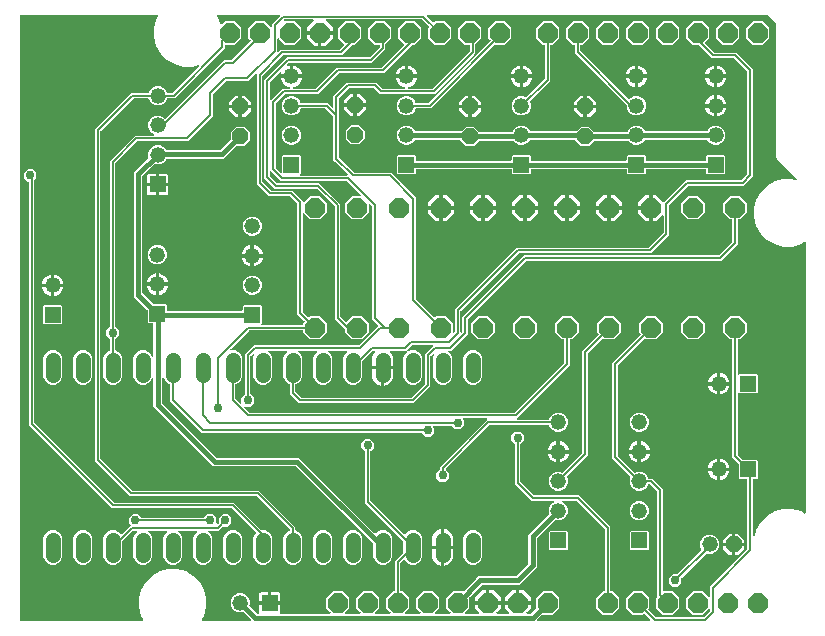
<source format=gbr>
G04 EAGLE Gerber RS-274X export*
G75*
%MOMM*%
%FSLAX34Y34*%
%LPD*%
%INBottom Copper*%
%IPPOS*%
%AMOC8*
5,1,8,0,0,1.08239X$1,22.5*%
G01*
%ADD10P,1.814519X8X22.500000*%
%ADD11P,1.429621X8X112.500000*%
%ADD12P,1.814519X8X112.500000*%
%ADD13P,1.814519X8X292.500000*%
%ADD14C,1.308000*%
%ADD15R,1.320800X1.320800*%
%ADD16C,1.320800*%
%ADD17P,1.429621X8X22.500000*%
%ADD18C,0.406400*%
%ADD19C,0.152400*%
%ADD20C,0.756400*%

G36*
X330178Y99076D02*
X330178Y99076D01*
X330273Y99085D01*
X330298Y99096D01*
X330326Y99100D01*
X330411Y99145D01*
X330498Y99183D01*
X330519Y99202D01*
X330544Y99216D01*
X330609Y99285D01*
X330680Y99349D01*
X330694Y99373D01*
X330713Y99394D01*
X330753Y99480D01*
X330800Y99564D01*
X330805Y99591D01*
X330817Y99617D01*
X330827Y99712D01*
X330845Y99805D01*
X330841Y99833D01*
X330844Y99861D01*
X330823Y99955D01*
X330810Y100049D01*
X330796Y100081D01*
X330791Y100102D01*
X330775Y100130D01*
X330743Y100203D01*
X328972Y103270D01*
X327024Y110538D01*
X327024Y118062D01*
X328972Y125330D01*
X332734Y131846D01*
X338054Y137166D01*
X344570Y140928D01*
X351838Y142876D01*
X359362Y142876D01*
X366630Y140928D01*
X373146Y137166D01*
X378466Y131846D01*
X382228Y125330D01*
X384176Y118062D01*
X384176Y110538D01*
X382228Y103270D01*
X380457Y100203D01*
X380424Y100114D01*
X380383Y100027D01*
X380380Y99999D01*
X380370Y99973D01*
X380367Y99877D01*
X380356Y99783D01*
X380362Y99755D01*
X380361Y99727D01*
X380388Y99635D01*
X380409Y99542D01*
X380423Y99518D01*
X380431Y99491D01*
X380486Y99413D01*
X380535Y99331D01*
X380556Y99313D01*
X380572Y99290D01*
X380649Y99233D01*
X380722Y99171D01*
X380748Y99161D01*
X380771Y99144D01*
X380861Y99115D01*
X380950Y99079D01*
X380985Y99075D01*
X381005Y99069D01*
X381038Y99069D01*
X381117Y99061D01*
X421121Y99061D01*
X421192Y99072D01*
X421264Y99074D01*
X421313Y99092D01*
X421364Y99100D01*
X421427Y99134D01*
X421495Y99159D01*
X421536Y99191D01*
X421582Y99216D01*
X421631Y99267D01*
X421687Y99312D01*
X421715Y99356D01*
X421751Y99394D01*
X421781Y99459D01*
X421820Y99519D01*
X421833Y99570D01*
X421855Y99617D01*
X421863Y99688D01*
X421880Y99758D01*
X421876Y99810D01*
X421882Y99861D01*
X421866Y99932D01*
X421861Y100003D01*
X421841Y100051D01*
X421829Y100102D01*
X421793Y100163D01*
X421765Y100229D01*
X421720Y100285D01*
X421703Y100313D01*
X421685Y100328D01*
X421660Y100360D01*
X415774Y106246D01*
X415680Y106313D01*
X415586Y106384D01*
X415580Y106386D01*
X415575Y106389D01*
X415463Y106423D01*
X415352Y106460D01*
X415346Y106460D01*
X415340Y106462D01*
X415223Y106459D01*
X415106Y106457D01*
X415099Y106455D01*
X415094Y106455D01*
X415076Y106449D01*
X414945Y106411D01*
X414367Y106171D01*
X411133Y106171D01*
X408145Y107409D01*
X405859Y109695D01*
X404621Y112683D01*
X404621Y115917D01*
X405859Y118905D01*
X408145Y121191D01*
X411133Y122429D01*
X414367Y122429D01*
X417355Y121191D01*
X419641Y118905D01*
X420879Y115917D01*
X420879Y112683D01*
X420639Y112105D01*
X420613Y111992D01*
X420584Y111878D01*
X420585Y111872D01*
X420583Y111866D01*
X420594Y111749D01*
X420603Y111633D01*
X420606Y111627D01*
X420606Y111621D01*
X420654Y111513D01*
X420700Y111407D01*
X420704Y111401D01*
X420706Y111396D01*
X420719Y111382D01*
X420804Y111276D01*
X426700Y105380D01*
X426774Y105327D01*
X426844Y105267D01*
X426874Y105255D01*
X426900Y105236D01*
X426987Y105209D01*
X427072Y105175D01*
X427113Y105171D01*
X427135Y105164D01*
X427167Y105165D01*
X427239Y105157D01*
X428360Y105157D01*
X428454Y105172D01*
X428549Y105181D01*
X428575Y105192D01*
X428603Y105196D01*
X428687Y105241D01*
X428774Y105279D01*
X428795Y105298D01*
X428820Y105312D01*
X428885Y105381D01*
X428956Y105445D01*
X428970Y105469D01*
X428989Y105490D01*
X429029Y105576D01*
X429076Y105660D01*
X429081Y105687D01*
X429093Y105713D01*
X429103Y105808D01*
X429121Y105901D01*
X429117Y105929D01*
X429120Y105957D01*
X429100Y106051D01*
X429086Y106145D01*
X429072Y106177D01*
X429068Y106198D01*
X429051Y106226D01*
X429019Y106299D01*
X428778Y106715D01*
X428605Y107362D01*
X428605Y112777D01*
X436988Y112777D01*
X437008Y112780D01*
X437027Y112778D01*
X437129Y112800D01*
X437231Y112817D01*
X437248Y112826D01*
X437268Y112830D01*
X437357Y112883D01*
X437448Y112932D01*
X437462Y112946D01*
X437479Y112956D01*
X437546Y113035D01*
X437617Y113110D01*
X437626Y113128D01*
X437639Y113143D01*
X437677Y113239D01*
X437721Y113333D01*
X437723Y113353D01*
X437731Y113371D01*
X437749Y113538D01*
X437749Y114301D01*
X437751Y114301D01*
X437751Y113538D01*
X437754Y113518D01*
X437752Y113499D01*
X437774Y113397D01*
X437791Y113295D01*
X437800Y113278D01*
X437804Y113258D01*
X437857Y113169D01*
X437906Y113078D01*
X437920Y113064D01*
X437930Y113047D01*
X438009Y112980D01*
X438084Y112909D01*
X438102Y112900D01*
X438117Y112887D01*
X438213Y112848D01*
X438307Y112805D01*
X438327Y112803D01*
X438345Y112795D01*
X438512Y112777D01*
X446895Y112777D01*
X446895Y107362D01*
X446722Y106715D01*
X446481Y106299D01*
X446447Y106209D01*
X446407Y106123D01*
X446404Y106095D01*
X446394Y106069D01*
X446390Y105973D01*
X446380Y105879D01*
X446386Y105851D01*
X446385Y105823D01*
X446412Y105731D01*
X446432Y105638D01*
X446447Y105614D01*
X446455Y105587D01*
X446510Y105509D01*
X446558Y105427D01*
X446580Y105409D01*
X446596Y105386D01*
X446673Y105329D01*
X446745Y105267D01*
X446772Y105257D01*
X446794Y105240D01*
X446885Y105211D01*
X446974Y105175D01*
X447009Y105171D01*
X447029Y105165D01*
X447061Y105165D01*
X447140Y105157D01*
X488595Y105157D01*
X488666Y105168D01*
X488738Y105170D01*
X488787Y105188D01*
X488838Y105196D01*
X488901Y105230D01*
X488969Y105255D01*
X489009Y105287D01*
X489055Y105312D01*
X489105Y105364D01*
X489161Y105408D01*
X489189Y105452D01*
X489225Y105490D01*
X489255Y105555D01*
X489294Y105615D01*
X489306Y105666D01*
X489328Y105713D01*
X489336Y105784D01*
X489354Y105854D01*
X489350Y105906D01*
X489355Y105957D01*
X489340Y106028D01*
X489335Y106099D01*
X489314Y106147D01*
X489303Y106198D01*
X489266Y106259D01*
X489238Y106325D01*
X489194Y106381D01*
X489177Y106409D01*
X489159Y106424D01*
X489134Y106456D01*
X485393Y110196D01*
X485393Y118404D01*
X491196Y124207D01*
X499404Y124207D01*
X505207Y118404D01*
X505207Y110196D01*
X501466Y106456D01*
X501425Y106398D01*
X501375Y106346D01*
X501353Y106299D01*
X501323Y106257D01*
X501302Y106188D01*
X501272Y106123D01*
X501266Y106071D01*
X501251Y106021D01*
X501252Y105950D01*
X501245Y105879D01*
X501256Y105828D01*
X501257Y105776D01*
X501282Y105708D01*
X501297Y105638D01*
X501324Y105593D01*
X501341Y105545D01*
X501386Y105489D01*
X501423Y105427D01*
X501463Y105393D01*
X501495Y105353D01*
X501555Y105314D01*
X501610Y105267D01*
X501658Y105248D01*
X501702Y105220D01*
X501771Y105202D01*
X501838Y105175D01*
X501909Y105167D01*
X501941Y105159D01*
X501964Y105161D01*
X502005Y105157D01*
X513995Y105157D01*
X514066Y105168D01*
X514138Y105170D01*
X514187Y105188D01*
X514238Y105196D01*
X514301Y105230D01*
X514369Y105255D01*
X514409Y105287D01*
X514455Y105312D01*
X514505Y105364D01*
X514561Y105408D01*
X514589Y105452D01*
X514625Y105490D01*
X514655Y105555D01*
X514694Y105615D01*
X514706Y105666D01*
X514728Y105713D01*
X514736Y105784D01*
X514754Y105854D01*
X514750Y105906D01*
X514755Y105957D01*
X514740Y106028D01*
X514735Y106099D01*
X514714Y106147D01*
X514703Y106198D01*
X514666Y106259D01*
X514638Y106325D01*
X514594Y106381D01*
X514577Y106409D01*
X514559Y106424D01*
X514534Y106456D01*
X510793Y110196D01*
X510793Y118404D01*
X516596Y124207D01*
X524804Y124207D01*
X530607Y118404D01*
X530607Y110196D01*
X526866Y106456D01*
X526825Y106398D01*
X526775Y106346D01*
X526753Y106299D01*
X526723Y106257D01*
X526702Y106188D01*
X526672Y106123D01*
X526666Y106071D01*
X526651Y106021D01*
X526652Y105950D01*
X526645Y105879D01*
X526656Y105828D01*
X526657Y105776D01*
X526682Y105708D01*
X526697Y105638D01*
X526724Y105593D01*
X526741Y105545D01*
X526786Y105489D01*
X526823Y105427D01*
X526863Y105393D01*
X526895Y105353D01*
X526955Y105314D01*
X527010Y105267D01*
X527058Y105248D01*
X527102Y105220D01*
X527171Y105202D01*
X527238Y105175D01*
X527309Y105167D01*
X527341Y105159D01*
X527364Y105161D01*
X527405Y105157D01*
X539395Y105157D01*
X539466Y105168D01*
X539538Y105170D01*
X539587Y105188D01*
X539638Y105196D01*
X539701Y105230D01*
X539769Y105255D01*
X539809Y105287D01*
X539855Y105312D01*
X539905Y105364D01*
X539961Y105408D01*
X539989Y105452D01*
X540025Y105490D01*
X540055Y105555D01*
X540094Y105615D01*
X540106Y105666D01*
X540128Y105713D01*
X540136Y105784D01*
X540154Y105854D01*
X540150Y105906D01*
X540155Y105957D01*
X540140Y106028D01*
X540135Y106099D01*
X540114Y106147D01*
X540103Y106198D01*
X540066Y106259D01*
X540038Y106325D01*
X539994Y106381D01*
X539977Y106409D01*
X539959Y106424D01*
X539934Y106456D01*
X536193Y110196D01*
X536193Y118404D01*
X541996Y124207D01*
X543052Y124207D01*
X543072Y124210D01*
X543091Y124208D01*
X543193Y124230D01*
X543295Y124246D01*
X543312Y124256D01*
X543332Y124260D01*
X543421Y124313D01*
X543512Y124362D01*
X543526Y124376D01*
X543543Y124386D01*
X543610Y124465D01*
X543682Y124540D01*
X543690Y124558D01*
X543703Y124573D01*
X543742Y124669D01*
X543785Y124763D01*
X543787Y124783D01*
X543795Y124801D01*
X543813Y124968D01*
X543813Y149537D01*
X545376Y151100D01*
X550512Y156236D01*
X550565Y156310D01*
X550625Y156380D01*
X550637Y156410D01*
X550656Y156436D01*
X550683Y156523D01*
X550717Y156608D01*
X550721Y156649D01*
X550728Y156671D01*
X550727Y156703D01*
X550735Y156774D01*
X550735Y165806D01*
X550721Y165896D01*
X550713Y165987D01*
X550701Y166016D01*
X550696Y166048D01*
X550653Y166129D01*
X550617Y166213D01*
X550591Y166245D01*
X550580Y166266D01*
X550557Y166288D01*
X550512Y166344D01*
X519976Y196880D01*
X518413Y198443D01*
X518413Y242117D01*
X518399Y242207D01*
X518391Y242298D01*
X518379Y242327D01*
X518374Y242359D01*
X518331Y242440D01*
X518295Y242524D01*
X518269Y242556D01*
X518258Y242577D01*
X518235Y242599D01*
X518190Y242655D01*
X515393Y245452D01*
X515393Y249848D01*
X518502Y252957D01*
X522898Y252957D01*
X526007Y249848D01*
X526007Y245452D01*
X523210Y242655D01*
X523157Y242581D01*
X523097Y242511D01*
X523085Y242481D01*
X523066Y242455D01*
X523039Y242368D01*
X523005Y242283D01*
X523001Y242242D01*
X522994Y242220D01*
X522995Y242188D01*
X522987Y242117D01*
X522987Y200652D01*
X523001Y200562D01*
X523009Y200471D01*
X523021Y200442D01*
X523026Y200410D01*
X523069Y200329D01*
X523105Y200245D01*
X523131Y200213D01*
X523142Y200192D01*
X523165Y200170D01*
X523210Y200114D01*
X550906Y172418D01*
X550922Y172406D01*
X550935Y172391D01*
X551022Y172335D01*
X551106Y172274D01*
X551125Y172268D01*
X551142Y172258D01*
X551242Y172232D01*
X551341Y172202D01*
X551361Y172202D01*
X551380Y172198D01*
X551483Y172206D01*
X551587Y172208D01*
X551606Y172215D01*
X551625Y172217D01*
X551720Y172257D01*
X551818Y172293D01*
X551833Y172305D01*
X551852Y172313D01*
X551983Y172418D01*
X554232Y174667D01*
X557196Y175895D01*
X560404Y175895D01*
X563368Y174667D01*
X565637Y172398D01*
X566865Y169434D01*
X566865Y153146D01*
X565637Y150182D01*
X563368Y147913D01*
X560404Y146685D01*
X557196Y146685D01*
X554232Y147913D01*
X551983Y150162D01*
X551966Y150174D01*
X551954Y150189D01*
X551867Y150245D01*
X551783Y150306D01*
X551764Y150312D01*
X551747Y150322D01*
X551647Y150348D01*
X551548Y150378D01*
X551528Y150378D01*
X551509Y150382D01*
X551406Y150374D01*
X551302Y150372D01*
X551283Y150365D01*
X551263Y150363D01*
X551169Y150323D01*
X551071Y150287D01*
X551055Y150275D01*
X551037Y150267D01*
X550906Y150162D01*
X548610Y147866D01*
X548557Y147792D01*
X548497Y147722D01*
X548485Y147692D01*
X548466Y147666D01*
X548439Y147579D01*
X548405Y147494D01*
X548401Y147453D01*
X548394Y147431D01*
X548395Y147399D01*
X548387Y147328D01*
X548387Y124968D01*
X548390Y124948D01*
X548388Y124929D01*
X548410Y124827D01*
X548426Y124725D01*
X548436Y124708D01*
X548440Y124688D01*
X548493Y124599D01*
X548542Y124508D01*
X548556Y124494D01*
X548566Y124477D01*
X548645Y124410D01*
X548720Y124338D01*
X548738Y124330D01*
X548753Y124317D01*
X548849Y124278D01*
X548943Y124235D01*
X548963Y124233D01*
X548981Y124225D01*
X549148Y124207D01*
X550204Y124207D01*
X556007Y118404D01*
X556007Y110196D01*
X552266Y106456D01*
X552225Y106398D01*
X552175Y106346D01*
X552153Y106299D01*
X552123Y106257D01*
X552102Y106188D01*
X552072Y106123D01*
X552066Y106071D01*
X552051Y106021D01*
X552052Y105950D01*
X552045Y105879D01*
X552056Y105828D01*
X552057Y105776D01*
X552082Y105708D01*
X552097Y105638D01*
X552124Y105593D01*
X552141Y105545D01*
X552186Y105489D01*
X552223Y105427D01*
X552263Y105393D01*
X552295Y105353D01*
X552355Y105314D01*
X552410Y105267D01*
X552458Y105248D01*
X552502Y105220D01*
X552571Y105202D01*
X552638Y105175D01*
X552709Y105167D01*
X552741Y105159D01*
X552764Y105161D01*
X552805Y105157D01*
X564795Y105157D01*
X564866Y105168D01*
X564938Y105170D01*
X564987Y105188D01*
X565038Y105196D01*
X565101Y105230D01*
X565169Y105255D01*
X565209Y105287D01*
X565255Y105312D01*
X565305Y105364D01*
X565361Y105408D01*
X565389Y105452D01*
X565425Y105490D01*
X565455Y105555D01*
X565494Y105615D01*
X565506Y105666D01*
X565528Y105713D01*
X565536Y105784D01*
X565554Y105854D01*
X565550Y105906D01*
X565555Y105957D01*
X565540Y106028D01*
X565535Y106099D01*
X565514Y106147D01*
X565503Y106198D01*
X565466Y106259D01*
X565438Y106325D01*
X565394Y106381D01*
X565377Y106409D01*
X565359Y106424D01*
X565334Y106456D01*
X561593Y110196D01*
X561593Y118404D01*
X567396Y124207D01*
X575604Y124207D01*
X581407Y118404D01*
X581407Y110196D01*
X577666Y106456D01*
X577625Y106398D01*
X577575Y106346D01*
X577553Y106299D01*
X577523Y106257D01*
X577502Y106188D01*
X577472Y106123D01*
X577466Y106071D01*
X577451Y106021D01*
X577452Y105950D01*
X577445Y105879D01*
X577456Y105828D01*
X577457Y105776D01*
X577482Y105708D01*
X577497Y105638D01*
X577524Y105593D01*
X577541Y105545D01*
X577586Y105489D01*
X577623Y105427D01*
X577663Y105393D01*
X577695Y105353D01*
X577755Y105314D01*
X577810Y105267D01*
X577858Y105248D01*
X577902Y105220D01*
X577971Y105202D01*
X578038Y105175D01*
X578109Y105167D01*
X578141Y105159D01*
X578164Y105161D01*
X578205Y105157D01*
X590195Y105157D01*
X590266Y105168D01*
X590338Y105170D01*
X590387Y105188D01*
X590438Y105196D01*
X590501Y105230D01*
X590569Y105255D01*
X590609Y105287D01*
X590655Y105312D01*
X590705Y105364D01*
X590761Y105408D01*
X590789Y105452D01*
X590825Y105490D01*
X590855Y105555D01*
X590894Y105615D01*
X590906Y105666D01*
X590928Y105713D01*
X590936Y105784D01*
X590954Y105854D01*
X590950Y105906D01*
X590955Y105957D01*
X590940Y106028D01*
X590935Y106099D01*
X590914Y106147D01*
X590903Y106198D01*
X590866Y106259D01*
X590838Y106325D01*
X590794Y106381D01*
X590777Y106409D01*
X590759Y106424D01*
X590734Y106456D01*
X586993Y110196D01*
X586993Y118404D01*
X592796Y124207D01*
X601074Y124207D01*
X601087Y124198D01*
X601188Y124173D01*
X601287Y124142D01*
X601307Y124143D01*
X601326Y124138D01*
X601429Y124146D01*
X601533Y124149D01*
X601551Y124156D01*
X601571Y124157D01*
X601666Y124198D01*
X601764Y124233D01*
X601779Y124246D01*
X601797Y124254D01*
X601928Y124358D01*
X612170Y134600D01*
X614477Y136907D01*
X645911Y136907D01*
X646002Y136921D01*
X646092Y136929D01*
X646122Y136941D01*
X646154Y136946D01*
X646235Y136989D01*
X646319Y137025D01*
X646351Y137051D01*
X646372Y137062D01*
X646394Y137085D01*
X646450Y137130D01*
X656620Y147300D01*
X656673Y147374D01*
X656733Y147444D01*
X656745Y147474D01*
X656764Y147500D01*
X656791Y147587D01*
X656825Y147672D01*
X656829Y147713D01*
X656836Y147735D01*
X656835Y147767D01*
X656843Y147839D01*
X656843Y172053D01*
X673936Y189146D01*
X673983Y189211D01*
X673992Y189221D01*
X673997Y189231D01*
X674003Y189240D01*
X674074Y189334D01*
X674076Y189340D01*
X674079Y189345D01*
X674113Y189457D01*
X674150Y189568D01*
X674150Y189574D01*
X674152Y189580D01*
X674149Y189697D01*
X674147Y189814D01*
X674145Y189821D01*
X674145Y189826D01*
X674139Y189844D01*
X674101Y189975D01*
X673861Y190553D01*
X673861Y193787D01*
X675099Y196775D01*
X677385Y199061D01*
X678321Y199449D01*
X678404Y199500D01*
X678490Y199546D01*
X678508Y199565D01*
X678530Y199578D01*
X678592Y199653D01*
X678659Y199724D01*
X678670Y199748D01*
X678687Y199768D01*
X678722Y199859D01*
X678763Y199947D01*
X678766Y199973D01*
X678775Y199997D01*
X678779Y200095D01*
X678790Y200191D01*
X678784Y200217D01*
X678785Y200243D01*
X678758Y200337D01*
X678738Y200432D01*
X678724Y200454D01*
X678717Y200479D01*
X678661Y200559D01*
X678611Y200643D01*
X678592Y200660D01*
X678577Y200681D01*
X678499Y200740D01*
X678425Y200803D01*
X678400Y200813D01*
X678379Y200828D01*
X678287Y200858D01*
X678196Y200895D01*
X678164Y200898D01*
X678145Y200904D01*
X678112Y200904D01*
X678030Y200913D01*
X659453Y200913D01*
X645413Y214953D01*
X645413Y248467D01*
X645399Y248557D01*
X645391Y248648D01*
X645379Y248677D01*
X645374Y248709D01*
X645331Y248790D01*
X645295Y248874D01*
X645269Y248906D01*
X645258Y248927D01*
X645235Y248949D01*
X645190Y249005D01*
X642393Y251802D01*
X642393Y256198D01*
X645502Y259307D01*
X649898Y259307D01*
X653007Y256198D01*
X653007Y251802D01*
X650210Y249005D01*
X650157Y248931D01*
X650097Y248861D01*
X650085Y248831D01*
X650066Y248805D01*
X650039Y248718D01*
X650005Y248633D01*
X650001Y248592D01*
X649994Y248570D01*
X649995Y248538D01*
X649987Y248467D01*
X649987Y217163D01*
X650001Y217072D01*
X650009Y216982D01*
X650021Y216952D01*
X650026Y216920D01*
X650069Y216839D01*
X650105Y216755D01*
X650131Y216723D01*
X650142Y216702D01*
X650165Y216680D01*
X650210Y216624D01*
X661124Y205710D01*
X661198Y205657D01*
X661268Y205597D01*
X661298Y205585D01*
X661324Y205566D01*
X661411Y205539D01*
X661496Y205505D01*
X661537Y205501D01*
X661559Y205494D01*
X661591Y205495D01*
X661663Y205487D01*
X699447Y205487D01*
X726187Y178747D01*
X726187Y124968D01*
X726190Y124948D01*
X726188Y124929D01*
X726210Y124827D01*
X726226Y124725D01*
X726236Y124708D01*
X726240Y124688D01*
X726293Y124599D01*
X726342Y124508D01*
X726356Y124494D01*
X726366Y124477D01*
X726445Y124410D01*
X726520Y124338D01*
X726538Y124330D01*
X726553Y124317D01*
X726649Y124278D01*
X726743Y124235D01*
X726763Y124233D01*
X726781Y124225D01*
X726948Y124207D01*
X728004Y124207D01*
X733807Y118404D01*
X733807Y110196D01*
X728004Y104393D01*
X719796Y104393D01*
X713993Y110196D01*
X713993Y118404D01*
X719796Y124207D01*
X720852Y124207D01*
X720872Y124210D01*
X720891Y124208D01*
X720993Y124230D01*
X721095Y124246D01*
X721112Y124256D01*
X721132Y124260D01*
X721221Y124313D01*
X721312Y124362D01*
X721326Y124376D01*
X721343Y124386D01*
X721410Y124465D01*
X721482Y124540D01*
X721490Y124558D01*
X721503Y124573D01*
X721542Y124669D01*
X721585Y124763D01*
X721587Y124783D01*
X721595Y124801D01*
X721613Y124968D01*
X721613Y176537D01*
X721599Y176628D01*
X721591Y176718D01*
X721579Y176748D01*
X721574Y176780D01*
X721531Y176861D01*
X721495Y176945D01*
X721469Y176977D01*
X721458Y176998D01*
X721435Y177020D01*
X721390Y177076D01*
X697776Y200690D01*
X697702Y200743D01*
X697632Y200803D01*
X697602Y200815D01*
X697576Y200834D01*
X697489Y200861D01*
X697404Y200895D01*
X697363Y200899D01*
X697341Y200906D01*
X697309Y200905D01*
X697237Y200913D01*
X685950Y200913D01*
X685854Y200898D01*
X685757Y200888D01*
X685733Y200878D01*
X685708Y200874D01*
X685622Y200828D01*
X685533Y200788D01*
X685513Y200771D01*
X685490Y200758D01*
X685423Y200688D01*
X685351Y200622D01*
X685339Y200599D01*
X685321Y200580D01*
X685280Y200492D01*
X685233Y200406D01*
X685228Y200381D01*
X685217Y200357D01*
X685206Y200260D01*
X685189Y200164D01*
X685193Y200138D01*
X685190Y200113D01*
X685211Y200018D01*
X685225Y199921D01*
X685237Y199898D01*
X685242Y199872D01*
X685292Y199788D01*
X685336Y199702D01*
X685355Y199684D01*
X685369Y199661D01*
X685443Y199598D01*
X685512Y199530D01*
X685541Y199514D01*
X685555Y199501D01*
X685586Y199489D01*
X685659Y199449D01*
X686595Y199061D01*
X688881Y196775D01*
X690119Y193787D01*
X690119Y190553D01*
X688881Y187565D01*
X686595Y185279D01*
X683607Y184041D01*
X680373Y184041D01*
X679795Y184281D01*
X679729Y184296D01*
X679714Y184302D01*
X679694Y184305D01*
X679682Y184307D01*
X679568Y184336D01*
X679562Y184335D01*
X679556Y184337D01*
X679439Y184326D01*
X679323Y184317D01*
X679317Y184314D01*
X679311Y184314D01*
X679203Y184266D01*
X679097Y184220D01*
X679091Y184216D01*
X679086Y184214D01*
X679072Y184201D01*
X679033Y184170D01*
X679026Y184166D01*
X679018Y184157D01*
X678966Y184116D01*
X664180Y169330D01*
X664127Y169256D01*
X664067Y169186D01*
X664055Y169156D01*
X664036Y169130D01*
X664009Y169043D01*
X663975Y168958D01*
X663971Y168917D01*
X663964Y168895D01*
X663965Y168863D01*
X663957Y168791D01*
X663957Y144577D01*
X649173Y129793D01*
X617739Y129793D01*
X617648Y129779D01*
X617558Y129771D01*
X617528Y129759D01*
X617496Y129754D01*
X617415Y129711D01*
X617331Y129675D01*
X617299Y129649D01*
X617278Y129638D01*
X617256Y129615D01*
X617200Y129570D01*
X606958Y119328D01*
X606947Y119312D01*
X606931Y119300D01*
X606875Y119213D01*
X606815Y119129D01*
X606809Y119110D01*
X606798Y119093D01*
X606773Y118992D01*
X606742Y118894D01*
X606743Y118874D01*
X606738Y118854D01*
X606746Y118751D01*
X606749Y118648D01*
X606756Y118629D01*
X606757Y118609D01*
X606798Y118514D01*
X606807Y118489D01*
X606807Y110196D01*
X603066Y106456D01*
X603025Y106398D01*
X602975Y106346D01*
X602953Y106299D01*
X602923Y106257D01*
X602902Y106188D01*
X602872Y106123D01*
X602866Y106071D01*
X602851Y106021D01*
X602852Y105950D01*
X602845Y105879D01*
X602856Y105828D01*
X602857Y105776D01*
X602882Y105708D01*
X602897Y105638D01*
X602924Y105593D01*
X602941Y105545D01*
X602986Y105489D01*
X603023Y105427D01*
X603063Y105393D01*
X603095Y105353D01*
X603155Y105314D01*
X603210Y105267D01*
X603258Y105248D01*
X603302Y105220D01*
X603371Y105202D01*
X603438Y105175D01*
X603509Y105167D01*
X603541Y105159D01*
X603564Y105161D01*
X603605Y105157D01*
X614158Y105157D01*
X614229Y105168D01*
X614301Y105170D01*
X614350Y105188D01*
X614401Y105196D01*
X614464Y105230D01*
X614532Y105255D01*
X614572Y105287D01*
X614619Y105312D01*
X614668Y105364D01*
X614724Y105408D01*
X614752Y105452D01*
X614788Y105490D01*
X614818Y105555D01*
X614857Y105615D01*
X614870Y105666D01*
X614892Y105713D01*
X614899Y105784D01*
X614917Y105854D01*
X614913Y105906D01*
X614919Y105957D01*
X614903Y106028D01*
X614898Y106099D01*
X614877Y106147D01*
X614866Y106198D01*
X614830Y106259D01*
X614801Y106325D01*
X614757Y106381D01*
X614740Y106409D01*
X614722Y106424D01*
X614697Y106456D01*
X611377Y109776D01*
X611377Y112777D01*
X621538Y112777D01*
X621558Y112780D01*
X621577Y112778D01*
X621679Y112800D01*
X621781Y112817D01*
X621798Y112826D01*
X621818Y112830D01*
X621907Y112883D01*
X621998Y112932D01*
X622012Y112946D01*
X622029Y112956D01*
X622096Y113035D01*
X622167Y113110D01*
X622176Y113128D01*
X622189Y113143D01*
X622227Y113239D01*
X622271Y113333D01*
X622273Y113353D01*
X622281Y113371D01*
X622299Y113538D01*
X622299Y114301D01*
X622301Y114301D01*
X622301Y113538D01*
X622304Y113518D01*
X622302Y113499D01*
X622324Y113397D01*
X622341Y113295D01*
X622350Y113278D01*
X622354Y113258D01*
X622407Y113169D01*
X622456Y113078D01*
X622470Y113064D01*
X622480Y113047D01*
X622559Y112980D01*
X622634Y112909D01*
X622652Y112900D01*
X622667Y112887D01*
X622763Y112848D01*
X622857Y112805D01*
X622877Y112803D01*
X622895Y112795D01*
X623062Y112777D01*
X633223Y112777D01*
X633223Y109776D01*
X629903Y106456D01*
X629861Y106398D01*
X629812Y106346D01*
X629790Y106299D01*
X629760Y106257D01*
X629739Y106188D01*
X629708Y106123D01*
X629703Y106071D01*
X629687Y106021D01*
X629689Y105950D01*
X629681Y105879D01*
X629692Y105828D01*
X629694Y105776D01*
X629718Y105708D01*
X629734Y105638D01*
X629760Y105593D01*
X629778Y105545D01*
X629823Y105489D01*
X629860Y105427D01*
X629899Y105393D01*
X629932Y105353D01*
X629992Y105314D01*
X630047Y105267D01*
X630095Y105248D01*
X630139Y105220D01*
X630208Y105202D01*
X630275Y105175D01*
X630346Y105167D01*
X630377Y105159D01*
X630401Y105161D01*
X630442Y105157D01*
X639558Y105157D01*
X639629Y105168D01*
X639701Y105170D01*
X639750Y105188D01*
X639801Y105196D01*
X639864Y105230D01*
X639932Y105255D01*
X639972Y105287D01*
X640019Y105312D01*
X640068Y105364D01*
X640124Y105408D01*
X640152Y105452D01*
X640188Y105490D01*
X640218Y105555D01*
X640257Y105615D01*
X640270Y105666D01*
X640292Y105713D01*
X640299Y105784D01*
X640317Y105854D01*
X640313Y105906D01*
X640319Y105957D01*
X640303Y106028D01*
X640298Y106099D01*
X640277Y106147D01*
X640266Y106198D01*
X640230Y106259D01*
X640201Y106325D01*
X640157Y106381D01*
X640140Y106409D01*
X640122Y106424D01*
X640097Y106456D01*
X636777Y109776D01*
X636777Y112777D01*
X646938Y112777D01*
X646958Y112780D01*
X646977Y112778D01*
X647079Y112800D01*
X647181Y112817D01*
X647198Y112826D01*
X647218Y112830D01*
X647307Y112883D01*
X647398Y112932D01*
X647412Y112946D01*
X647429Y112956D01*
X647496Y113035D01*
X647567Y113110D01*
X647576Y113128D01*
X647589Y113143D01*
X647627Y113239D01*
X647671Y113333D01*
X647673Y113353D01*
X647681Y113371D01*
X647699Y113538D01*
X647699Y114301D01*
X647701Y114301D01*
X647701Y113538D01*
X647704Y113518D01*
X647702Y113499D01*
X647724Y113397D01*
X647741Y113295D01*
X647750Y113278D01*
X647754Y113258D01*
X647807Y113169D01*
X647856Y113078D01*
X647870Y113064D01*
X647880Y113047D01*
X647959Y112980D01*
X648034Y112909D01*
X648052Y112900D01*
X648067Y112887D01*
X648163Y112848D01*
X648257Y112805D01*
X648277Y112803D01*
X648295Y112795D01*
X648462Y112777D01*
X658623Y112777D01*
X658623Y109776D01*
X655303Y106456D01*
X655261Y106398D01*
X655212Y106346D01*
X655190Y106299D01*
X655160Y106257D01*
X655139Y106188D01*
X655108Y106123D01*
X655103Y106071D01*
X655087Y106021D01*
X655089Y105950D01*
X655081Y105879D01*
X655092Y105828D01*
X655094Y105776D01*
X655118Y105708D01*
X655134Y105638D01*
X655160Y105593D01*
X655178Y105545D01*
X655223Y105489D01*
X655260Y105427D01*
X655299Y105393D01*
X655332Y105353D01*
X655392Y105314D01*
X655447Y105267D01*
X655495Y105248D01*
X655539Y105220D01*
X655608Y105202D01*
X655675Y105175D01*
X655746Y105167D01*
X655777Y105159D01*
X655801Y105161D01*
X655842Y105157D01*
X658611Y105157D01*
X658702Y105171D01*
X658792Y105179D01*
X658822Y105191D01*
X658854Y105196D01*
X658935Y105239D01*
X659019Y105275D01*
X659051Y105301D01*
X659072Y105312D01*
X659094Y105335D01*
X659150Y105380D01*
X663042Y109272D01*
X663053Y109288D01*
X663069Y109300D01*
X663125Y109388D01*
X663185Y109471D01*
X663191Y109490D01*
X663202Y109507D01*
X663227Y109608D01*
X663258Y109706D01*
X663257Y109726D01*
X663262Y109746D01*
X663254Y109849D01*
X663251Y109952D01*
X663244Y109971D01*
X663243Y109991D01*
X663202Y110086D01*
X663193Y110111D01*
X663193Y118404D01*
X668996Y124207D01*
X677204Y124207D01*
X683007Y118404D01*
X683007Y110196D01*
X677204Y104393D01*
X668926Y104393D01*
X668913Y104402D01*
X668812Y104427D01*
X668714Y104457D01*
X668694Y104457D01*
X668674Y104462D01*
X668571Y104454D01*
X668468Y104451D01*
X668449Y104444D01*
X668429Y104443D01*
X668334Y104402D01*
X668237Y104367D01*
X668221Y104354D01*
X668203Y104346D01*
X668072Y104242D01*
X664190Y100360D01*
X664148Y100302D01*
X664099Y100250D01*
X664077Y100203D01*
X664047Y100161D01*
X664026Y100092D01*
X663995Y100027D01*
X663990Y99975D01*
X663974Y99925D01*
X663976Y99854D01*
X663968Y99783D01*
X663979Y99732D01*
X663981Y99680D01*
X664005Y99612D01*
X664021Y99542D01*
X664047Y99497D01*
X664065Y99449D01*
X664110Y99393D01*
X664147Y99331D01*
X664186Y99297D01*
X664219Y99257D01*
X664279Y99218D01*
X664334Y99171D01*
X664382Y99152D01*
X664426Y99124D01*
X664495Y99106D01*
X664562Y99079D01*
X664633Y99071D01*
X664664Y99063D01*
X664688Y99065D01*
X664729Y99061D01*
X759468Y99061D01*
X759538Y99072D01*
X759610Y99074D01*
X759659Y99092D01*
X759710Y99100D01*
X759774Y99134D01*
X759841Y99159D01*
X759882Y99191D01*
X759928Y99216D01*
X759977Y99267D01*
X760033Y99312D01*
X760061Y99356D01*
X760097Y99394D01*
X760127Y99459D01*
X760166Y99519D01*
X760179Y99570D01*
X760201Y99617D01*
X760209Y99688D01*
X760226Y99758D01*
X760222Y99810D01*
X760228Y99861D01*
X760213Y99932D01*
X760207Y100003D01*
X760187Y100051D01*
X760176Y100102D01*
X760139Y100163D01*
X760111Y100229D01*
X760066Y100285D01*
X760049Y100313D01*
X760032Y100328D01*
X760006Y100360D01*
X755226Y105140D01*
X755210Y105151D01*
X755198Y105167D01*
X755110Y105223D01*
X755027Y105283D01*
X755008Y105289D01*
X754991Y105300D01*
X754890Y105325D01*
X754792Y105356D01*
X754772Y105355D01*
X754752Y105360D01*
X754649Y105352D01*
X754546Y105349D01*
X754527Y105342D01*
X754507Y105341D01*
X754412Y105300D01*
X754315Y105265D01*
X754299Y105252D01*
X754281Y105244D01*
X754150Y105140D01*
X753404Y104393D01*
X745196Y104393D01*
X739393Y110196D01*
X739393Y118404D01*
X745196Y124207D01*
X753404Y124207D01*
X759207Y118404D01*
X759207Y110196D01*
X758460Y109450D01*
X758449Y109434D01*
X758433Y109421D01*
X758377Y109334D01*
X758317Y109250D01*
X758311Y109231D01*
X758300Y109215D01*
X758275Y109114D01*
X758244Y109015D01*
X758245Y108995D01*
X758240Y108976D01*
X758248Y108873D01*
X758251Y108769D01*
X758258Y108751D01*
X758259Y108731D01*
X758300Y108636D01*
X758335Y108538D01*
X758348Y108523D01*
X758356Y108505D01*
X758460Y108374D01*
X764502Y102332D01*
X764576Y102279D01*
X764646Y102219D01*
X764676Y102207D01*
X764702Y102188D01*
X764789Y102161D01*
X764874Y102127D01*
X764915Y102123D01*
X764937Y102116D01*
X764969Y102117D01*
X765041Y102109D01*
X805187Y102109D01*
X805278Y102123D01*
X805368Y102131D01*
X805398Y102143D01*
X805430Y102148D01*
X805511Y102191D01*
X805595Y102227D01*
X805627Y102253D01*
X805648Y102264D01*
X805670Y102287D01*
X805726Y102332D01*
X810290Y106896D01*
X810332Y106954D01*
X810381Y107006D01*
X810390Y107024D01*
X810403Y107040D01*
X810415Y107070D01*
X810434Y107096D01*
X810455Y107165D01*
X810485Y107229D01*
X810487Y107249D01*
X810495Y107268D01*
X810499Y107309D01*
X810506Y107331D01*
X810505Y107363D01*
X810513Y107435D01*
X810513Y108865D01*
X810502Y108936D01*
X810500Y109008D01*
X810482Y109057D01*
X810474Y109108D01*
X810440Y109171D01*
X810415Y109239D01*
X810383Y109279D01*
X810358Y109325D01*
X810306Y109375D01*
X810262Y109431D01*
X810218Y109459D01*
X810180Y109495D01*
X810115Y109525D01*
X810055Y109564D01*
X810004Y109576D01*
X809957Y109598D01*
X809886Y109606D01*
X809816Y109624D01*
X809764Y109620D01*
X809713Y109625D01*
X809642Y109610D01*
X809571Y109605D01*
X809523Y109584D01*
X809472Y109573D01*
X809411Y109536D01*
X809345Y109508D01*
X809289Y109464D01*
X809261Y109447D01*
X809246Y109429D01*
X809214Y109404D01*
X804204Y104393D01*
X795996Y104393D01*
X790193Y110196D01*
X790193Y118404D01*
X795996Y124207D01*
X804204Y124207D01*
X809214Y119196D01*
X809272Y119155D01*
X809324Y119105D01*
X809371Y119083D01*
X809413Y119053D01*
X809482Y119032D01*
X809547Y119002D01*
X809599Y118996D01*
X809649Y118981D01*
X809720Y118982D01*
X809791Y118975D01*
X809842Y118986D01*
X809894Y118987D01*
X809962Y119012D01*
X810032Y119027D01*
X810077Y119054D01*
X810125Y119071D01*
X810181Y119116D01*
X810243Y119153D01*
X810277Y119193D01*
X810317Y119225D01*
X810356Y119285D01*
X810403Y119340D01*
X810422Y119388D01*
X810450Y119432D01*
X810468Y119501D01*
X810495Y119568D01*
X810503Y119639D01*
X810511Y119671D01*
X810509Y119694D01*
X810513Y119735D01*
X810513Y127947D01*
X842040Y159474D01*
X842093Y159548D01*
X842153Y159618D01*
X842165Y159648D01*
X842184Y159674D01*
X842211Y159761D01*
X842245Y159846D01*
X842249Y159887D01*
X842256Y159909D01*
X842255Y159941D01*
X842263Y160013D01*
X842263Y218440D01*
X842260Y218460D01*
X842262Y218479D01*
X842240Y218581D01*
X842224Y218683D01*
X842214Y218700D01*
X842210Y218720D01*
X842157Y218809D01*
X842108Y218900D01*
X842094Y218914D01*
X842084Y218931D01*
X842005Y218998D01*
X841930Y219070D01*
X841912Y219078D01*
X841897Y219091D01*
X841801Y219130D01*
X841707Y219173D01*
X841687Y219175D01*
X841669Y219183D01*
X841502Y219201D01*
X835644Y219201D01*
X834751Y220094D01*
X834751Y231909D01*
X834737Y232000D01*
X834729Y232090D01*
X834717Y232120D01*
X834712Y232152D01*
X834669Y232233D01*
X834633Y232317D01*
X834607Y232349D01*
X834596Y232370D01*
X834573Y232392D01*
X834528Y232448D01*
X829563Y237413D01*
X829563Y336550D01*
X829560Y336570D01*
X829562Y336589D01*
X829540Y336691D01*
X829524Y336793D01*
X829514Y336810D01*
X829510Y336830D01*
X829457Y336919D01*
X829408Y337010D01*
X829394Y337024D01*
X829384Y337041D01*
X829305Y337108D01*
X829230Y337180D01*
X829212Y337188D01*
X829197Y337201D01*
X829101Y337240D01*
X829007Y337283D01*
X828987Y337285D01*
X828969Y337293D01*
X828802Y337311D01*
X827746Y337311D01*
X821943Y343114D01*
X821943Y351322D01*
X827746Y357125D01*
X835953Y357125D01*
X841756Y351322D01*
X841756Y343114D01*
X835953Y337311D01*
X834898Y337311D01*
X834878Y337308D01*
X834859Y337310D01*
X834757Y337288D01*
X834655Y337272D01*
X834638Y337262D01*
X834618Y337258D01*
X834529Y337205D01*
X834438Y337156D01*
X834424Y337142D01*
X834407Y337132D01*
X834340Y337053D01*
X834268Y336978D01*
X834260Y336960D01*
X834247Y336945D01*
X834208Y336849D01*
X834165Y336755D01*
X834163Y336735D01*
X834155Y336717D01*
X834137Y336550D01*
X834137Y308179D01*
X834148Y308108D01*
X834150Y308036D01*
X834168Y307987D01*
X834176Y307936D01*
X834210Y307873D01*
X834235Y307805D01*
X834267Y307765D01*
X834292Y307719D01*
X834343Y307669D01*
X834388Y307613D01*
X834432Y307585D01*
X834470Y307549D01*
X834535Y307519D01*
X834595Y307480D01*
X834646Y307468D01*
X834693Y307446D01*
X834764Y307438D01*
X834834Y307420D01*
X834886Y307424D01*
X834937Y307419D01*
X835008Y307434D01*
X835079Y307439D01*
X835127Y307460D01*
X835178Y307471D01*
X835239Y307508D01*
X835305Y307536D01*
X835361Y307581D01*
X835389Y307597D01*
X835404Y307615D01*
X835436Y307641D01*
X835644Y307849D01*
X850116Y307849D01*
X851009Y306956D01*
X851009Y292484D01*
X850116Y291591D01*
X835644Y291591D01*
X835436Y291799D01*
X835378Y291841D01*
X835326Y291891D01*
X835279Y291913D01*
X835237Y291943D01*
X835168Y291964D01*
X835103Y291994D01*
X835051Y292000D01*
X835001Y292015D01*
X834930Y292013D01*
X834859Y292021D01*
X834808Y292010D01*
X834756Y292009D01*
X834688Y291984D01*
X834618Y291969D01*
X834573Y291942D01*
X834525Y291925D01*
X834469Y291880D01*
X834407Y291843D01*
X834373Y291803D01*
X834333Y291771D01*
X834294Y291711D01*
X834247Y291656D01*
X834228Y291608D01*
X834200Y291564D01*
X834182Y291495D01*
X834155Y291428D01*
X834147Y291357D01*
X834139Y291325D01*
X834141Y291302D01*
X834137Y291261D01*
X834137Y239623D01*
X834151Y239532D01*
X834159Y239442D01*
X834171Y239412D01*
X834176Y239380D01*
X834219Y239299D01*
X834255Y239215D01*
X834281Y239183D01*
X834292Y239162D01*
X834315Y239140D01*
X834360Y239084D01*
X837762Y235682D01*
X837836Y235629D01*
X837906Y235569D01*
X837936Y235557D01*
X837962Y235538D01*
X838049Y235511D01*
X838134Y235477D01*
X838175Y235473D01*
X838197Y235466D01*
X838229Y235467D01*
X838301Y235459D01*
X850116Y235459D01*
X851009Y234566D01*
X851009Y220094D01*
X850116Y219201D01*
X847598Y219201D01*
X847578Y219198D01*
X847559Y219200D01*
X847457Y219178D01*
X847355Y219162D01*
X847338Y219152D01*
X847318Y219148D01*
X847229Y219095D01*
X847138Y219046D01*
X847124Y219032D01*
X847107Y219022D01*
X847040Y218943D01*
X846968Y218868D01*
X846960Y218850D01*
X846947Y218835D01*
X846908Y218739D01*
X846865Y218645D01*
X846863Y218625D01*
X846855Y218607D01*
X846837Y218440D01*
X846837Y171332D01*
X846841Y171308D01*
X846838Y171284D01*
X846860Y171187D01*
X846876Y171089D01*
X846888Y171068D01*
X846893Y171044D01*
X846945Y170959D01*
X846992Y170872D01*
X847009Y170855D01*
X847022Y170835D01*
X847098Y170771D01*
X847170Y170702D01*
X847192Y170692D01*
X847210Y170677D01*
X847303Y170641D01*
X847393Y170599D01*
X847417Y170596D01*
X847439Y170587D01*
X847539Y170583D01*
X847637Y170572D01*
X847661Y170577D01*
X847685Y170576D01*
X847781Y170603D01*
X847878Y170624D01*
X847898Y170636D01*
X847922Y170643D01*
X848004Y170699D01*
X848089Y170750D01*
X848105Y170768D01*
X848124Y170782D01*
X848184Y170861D01*
X848249Y170937D01*
X848258Y170959D01*
X848272Y170979D01*
X848333Y171135D01*
X849672Y176130D01*
X853434Y182646D01*
X858754Y187966D01*
X865270Y191728D01*
X872538Y193676D01*
X880062Y193676D01*
X887330Y191728D01*
X890397Y189957D01*
X890486Y189924D01*
X890573Y189883D01*
X890601Y189880D01*
X890627Y189870D01*
X890723Y189867D01*
X890817Y189856D01*
X890845Y189862D01*
X890873Y189861D01*
X890965Y189888D01*
X891058Y189909D01*
X891082Y189923D01*
X891109Y189931D01*
X891187Y189986D01*
X891269Y190035D01*
X891287Y190056D01*
X891310Y190072D01*
X891367Y190149D01*
X891429Y190222D01*
X891439Y190248D01*
X891456Y190271D01*
X891485Y190361D01*
X891521Y190450D01*
X891525Y190485D01*
X891531Y190505D01*
X891531Y190538D01*
X891539Y190617D01*
X891539Y418983D01*
X891524Y419078D01*
X891515Y419173D01*
X891504Y419198D01*
X891500Y419226D01*
X891455Y419311D01*
X891417Y419398D01*
X891398Y419419D01*
X891384Y419444D01*
X891315Y419509D01*
X891251Y419580D01*
X891227Y419594D01*
X891206Y419613D01*
X891120Y419653D01*
X891036Y419700D01*
X891009Y419705D01*
X890983Y419717D01*
X890888Y419727D01*
X890795Y419745D01*
X890767Y419741D01*
X890739Y419744D01*
X890645Y419723D01*
X890551Y419710D01*
X890519Y419696D01*
X890498Y419691D01*
X890470Y419675D01*
X890397Y419643D01*
X887330Y417872D01*
X880062Y415924D01*
X872538Y415924D01*
X865270Y417872D01*
X858754Y421634D01*
X853434Y426954D01*
X849672Y433470D01*
X847724Y440738D01*
X847724Y448262D01*
X849672Y455530D01*
X853434Y462046D01*
X858754Y467366D01*
X865270Y471128D01*
X872538Y473076D01*
X880062Y473076D01*
X882909Y472313D01*
X882956Y472308D01*
X883002Y472294D01*
X883078Y472296D01*
X883153Y472289D01*
X883200Y472299D01*
X883248Y472300D01*
X883319Y472327D01*
X883393Y472343D01*
X883434Y472368D01*
X883479Y472385D01*
X883538Y472432D01*
X883603Y472472D01*
X883634Y472509D01*
X883671Y472539D01*
X883712Y472602D01*
X883761Y472660D01*
X883778Y472705D01*
X883804Y472746D01*
X883823Y472819D01*
X883850Y472890D01*
X883853Y472938D01*
X883864Y472984D01*
X883858Y473060D01*
X883862Y473135D01*
X883849Y473181D01*
X883845Y473229D01*
X883815Y473299D01*
X883795Y473372D01*
X883768Y473412D01*
X883749Y473456D01*
X883668Y473556D01*
X883656Y473575D01*
X883650Y473579D01*
X883644Y473587D01*
X867686Y489544D01*
X866139Y493279D01*
X866139Y605076D01*
X866125Y605166D01*
X866117Y605257D01*
X866105Y605287D01*
X866100Y605319D01*
X866057Y605399D01*
X866021Y605483D01*
X865995Y605515D01*
X865984Y605536D01*
X865961Y605558D01*
X865916Y605614D01*
X859614Y611916D01*
X859540Y611969D01*
X859471Y612029D01*
X859441Y612041D01*
X859414Y612060D01*
X859328Y612087D01*
X859243Y612121D01*
X859202Y612125D01*
X859179Y612132D01*
X859147Y612131D01*
X859076Y612139D01*
X571492Y612139D01*
X571422Y612128D01*
X571350Y612126D01*
X571301Y612108D01*
X571250Y612100D01*
X571186Y612066D01*
X571119Y612041D01*
X571078Y612009D01*
X571032Y611984D01*
X570983Y611933D01*
X570927Y611888D01*
X570899Y611844D01*
X570863Y611806D01*
X570833Y611741D01*
X570794Y611681D01*
X570781Y611630D01*
X570759Y611583D01*
X570751Y611512D01*
X570734Y611442D01*
X570738Y611390D01*
X570732Y611339D01*
X570747Y611268D01*
X570753Y611197D01*
X570773Y611149D01*
X570784Y611098D01*
X570821Y611037D01*
X570849Y610971D01*
X570894Y610915D01*
X570911Y610887D01*
X570928Y610872D01*
X570954Y610840D01*
X575734Y606060D01*
X575750Y606049D01*
X575762Y606033D01*
X575850Y605977D01*
X575933Y605917D01*
X575952Y605911D01*
X575969Y605900D01*
X576070Y605875D01*
X576168Y605844D01*
X576188Y605845D01*
X576208Y605840D01*
X576311Y605848D01*
X576414Y605851D01*
X576433Y605858D01*
X576453Y605859D01*
X576548Y605900D01*
X576645Y605935D01*
X576661Y605948D01*
X576679Y605956D01*
X576810Y606060D01*
X577556Y606807D01*
X585764Y606807D01*
X591567Y601004D01*
X591567Y592796D01*
X585764Y586993D01*
X577556Y586993D01*
X571753Y592796D01*
X571753Y601004D01*
X572500Y601750D01*
X572511Y601766D01*
X572527Y601779D01*
X572583Y601866D01*
X572643Y601950D01*
X572649Y601969D01*
X572660Y601985D01*
X572685Y602086D01*
X572716Y602185D01*
X572715Y602205D01*
X572720Y602224D01*
X572712Y602327D01*
X572709Y602431D01*
X572702Y602449D01*
X572701Y602469D01*
X572660Y602564D01*
X572625Y602662D01*
X572612Y602677D01*
X572604Y602695D01*
X572500Y602826D01*
X567220Y608106D01*
X567146Y608159D01*
X567076Y608219D01*
X567046Y608231D01*
X567020Y608250D01*
X566933Y608277D01*
X566848Y608311D01*
X566807Y608315D01*
X566785Y608322D01*
X566753Y608321D01*
X566681Y608329D01*
X485916Y608329D01*
X485845Y608318D01*
X485773Y608316D01*
X485724Y608298D01*
X485673Y608290D01*
X485610Y608256D01*
X485542Y608231D01*
X485502Y608199D01*
X485455Y608174D01*
X485406Y608122D01*
X485350Y608078D01*
X485322Y608034D01*
X485286Y607996D01*
X485256Y607931D01*
X485217Y607871D01*
X485204Y607820D01*
X485182Y607773D01*
X485175Y607702D01*
X485157Y607632D01*
X485161Y607580D01*
X485155Y607529D01*
X485171Y607458D01*
X485176Y607387D01*
X485197Y607339D01*
X485208Y607288D01*
X485244Y607227D01*
X485273Y607161D01*
X485317Y607105D01*
X485334Y607077D01*
X485352Y607062D01*
X485377Y607030D01*
X490983Y601424D01*
X490983Y598423D01*
X480822Y598423D01*
X480802Y598420D01*
X480783Y598422D01*
X480681Y598400D01*
X480579Y598383D01*
X480562Y598374D01*
X480542Y598370D01*
X480453Y598317D01*
X480362Y598268D01*
X480348Y598254D01*
X480331Y598244D01*
X480264Y598165D01*
X480193Y598090D01*
X480184Y598072D01*
X480171Y598057D01*
X480133Y597961D01*
X480089Y597867D01*
X480087Y597847D01*
X480079Y597829D01*
X480061Y597662D01*
X480061Y596899D01*
X480059Y596899D01*
X480059Y597662D01*
X480056Y597682D01*
X480058Y597701D01*
X480036Y597803D01*
X480019Y597905D01*
X480010Y597922D01*
X480006Y597942D01*
X479953Y598031D01*
X479904Y598122D01*
X479890Y598136D01*
X479880Y598153D01*
X479801Y598220D01*
X479726Y598291D01*
X479708Y598300D01*
X479693Y598313D01*
X479597Y598352D01*
X479503Y598395D01*
X479483Y598397D01*
X479465Y598405D01*
X479298Y598423D01*
X469137Y598423D01*
X469137Y601424D01*
X474743Y607030D01*
X474785Y607088D01*
X474834Y607140D01*
X474856Y607187D01*
X474886Y607229D01*
X474907Y607298D01*
X474938Y607363D01*
X474943Y607415D01*
X474959Y607465D01*
X474957Y607536D01*
X474965Y607607D01*
X474954Y607658D01*
X474952Y607710D01*
X474928Y607778D01*
X474912Y607848D01*
X474886Y607893D01*
X474868Y607941D01*
X474823Y607997D01*
X474786Y608059D01*
X474747Y608093D01*
X474714Y608133D01*
X474654Y608172D01*
X474599Y608219D01*
X474551Y608238D01*
X474507Y608266D01*
X474438Y608284D01*
X474371Y608311D01*
X474300Y608319D01*
X474269Y608327D01*
X474245Y608325D01*
X474204Y608329D01*
X450488Y608329D01*
X450397Y608314D01*
X450305Y608307D01*
X450267Y608293D01*
X450245Y608290D01*
X450216Y608274D01*
X450147Y608249D01*
X450090Y608207D01*
X450027Y608174D01*
X449991Y608136D01*
X449948Y608105D01*
X449907Y608047D01*
X449858Y607996D01*
X449836Y607948D01*
X449805Y607905D01*
X449784Y607837D01*
X449754Y607773D01*
X449749Y607720D01*
X449733Y607669D01*
X449735Y607599D01*
X449727Y607529D01*
X449739Y607477D01*
X449740Y607423D01*
X449765Y607357D01*
X449780Y607288D01*
X449807Y607243D01*
X449825Y607193D01*
X449870Y607138D01*
X449906Y607077D01*
X449946Y607043D01*
X449979Y607001D01*
X450039Y606963D01*
X450093Y606917D01*
X450142Y606897D01*
X450187Y606869D01*
X450255Y606852D01*
X450321Y606825D01*
X450394Y606817D01*
X450425Y606809D01*
X450448Y606811D01*
X450488Y606807D01*
X458764Y606807D01*
X464567Y601004D01*
X464567Y592796D01*
X458764Y586993D01*
X450556Y586993D01*
X445546Y592004D01*
X445488Y592045D01*
X445436Y592095D01*
X445389Y592117D01*
X445347Y592147D01*
X445278Y592168D01*
X445213Y592198D01*
X445161Y592204D01*
X445111Y592219D01*
X445040Y592218D01*
X444969Y592225D01*
X444918Y592214D01*
X444866Y592213D01*
X444798Y592188D01*
X444728Y592173D01*
X444683Y592146D01*
X444635Y592129D01*
X444579Y592084D01*
X444517Y592047D01*
X444483Y592007D01*
X444443Y591975D01*
X444404Y591915D01*
X444357Y591860D01*
X444338Y591812D01*
X444310Y591768D01*
X444292Y591699D01*
X444265Y591632D01*
X444257Y591561D01*
X444249Y591529D01*
X444251Y591506D01*
X444247Y591465D01*
X444247Y581398D01*
X444258Y581328D01*
X444260Y581256D01*
X444278Y581207D01*
X444286Y581156D01*
X444320Y581092D01*
X444345Y581025D01*
X444377Y580984D01*
X444402Y580938D01*
X444453Y580889D01*
X444498Y580833D01*
X444542Y580805D01*
X444580Y580769D01*
X444645Y580739D01*
X444705Y580700D01*
X444756Y580687D01*
X444803Y580665D01*
X444874Y580657D01*
X444944Y580640D01*
X444996Y580644D01*
X445047Y580638D01*
X445118Y580653D01*
X445189Y580659D01*
X445237Y580679D01*
X445288Y580690D01*
X445349Y580727D01*
X445415Y580755D01*
X445471Y580800D01*
X445499Y580817D01*
X445514Y580834D01*
X445546Y580860D01*
X445800Y581114D01*
X447363Y582677D01*
X496577Y582677D01*
X496668Y582691D01*
X496758Y582699D01*
X496788Y582711D01*
X496820Y582716D01*
X496901Y582759D01*
X496985Y582795D01*
X497017Y582821D01*
X497038Y582832D01*
X497060Y582855D01*
X497116Y582900D01*
X500745Y586529D01*
X500756Y586545D01*
X500772Y586557D01*
X500828Y586644D01*
X500888Y586728D01*
X500894Y586747D01*
X500905Y586764D01*
X500930Y586865D01*
X500961Y586963D01*
X500960Y586983D01*
X500965Y587003D01*
X500957Y587106D01*
X500954Y587209D01*
X500947Y587228D01*
X500946Y587248D01*
X500905Y587343D01*
X500870Y587440D01*
X500857Y587456D01*
X500849Y587474D01*
X500745Y587605D01*
X495553Y592796D01*
X495553Y601004D01*
X501356Y606807D01*
X509564Y606807D01*
X515367Y601004D01*
X515367Y592796D01*
X509564Y586993D01*
X507993Y586993D01*
X507902Y586979D01*
X507812Y586971D01*
X507782Y586959D01*
X507750Y586954D01*
X507669Y586911D01*
X507585Y586875D01*
X507553Y586849D01*
X507532Y586838D01*
X507510Y586815D01*
X507454Y586770D01*
X498787Y578103D01*
X449573Y578103D01*
X449482Y578089D01*
X449392Y578081D01*
X449362Y578069D01*
X449330Y578064D01*
X449249Y578021D01*
X449165Y577985D01*
X449133Y577959D01*
X449112Y577948D01*
X449090Y577925D01*
X449034Y577880D01*
X431770Y560616D01*
X431717Y560542D01*
X431657Y560472D01*
X431645Y560442D01*
X431626Y560416D01*
X431599Y560329D01*
X431565Y560244D01*
X431561Y560203D01*
X431554Y560181D01*
X431555Y560149D01*
X431547Y560077D01*
X431547Y471163D01*
X431561Y471072D01*
X431569Y470982D01*
X431581Y470952D01*
X431586Y470920D01*
X431629Y470839D01*
X431665Y470755D01*
X431691Y470723D01*
X431702Y470702D01*
X431725Y470680D01*
X431770Y470624D01*
X438874Y463520D01*
X438948Y463467D01*
X439018Y463407D01*
X439048Y463395D01*
X439074Y463376D01*
X439161Y463349D01*
X439246Y463315D01*
X439287Y463311D01*
X439309Y463304D01*
X439341Y463305D01*
X439413Y463297D01*
X456877Y463297D01*
X465837Y454337D01*
X465837Y454253D01*
X465848Y454182D01*
X465850Y454110D01*
X465868Y454061D01*
X465876Y454010D01*
X465910Y453947D01*
X465935Y453879D01*
X465967Y453839D01*
X465992Y453793D01*
X466044Y453743D01*
X466088Y453687D01*
X466132Y453659D01*
X466170Y453623D01*
X466235Y453593D01*
X466295Y453554D01*
X466346Y453542D01*
X466393Y453520D01*
X466464Y453512D01*
X466534Y453494D01*
X466586Y453498D01*
X466637Y453493D01*
X466708Y453508D01*
X466779Y453513D01*
X466827Y453534D01*
X466878Y453545D01*
X466939Y453582D01*
X467005Y453610D01*
X467061Y453654D01*
X467089Y453671D01*
X467104Y453689D01*
X467136Y453714D01*
X472146Y458725D01*
X480354Y458725D01*
X486157Y452922D01*
X486157Y444714D01*
X480354Y438911D01*
X472146Y438911D01*
X467136Y443922D01*
X467078Y443963D01*
X467026Y444013D01*
X466979Y444035D01*
X466937Y444065D01*
X466868Y444086D01*
X466803Y444116D01*
X466751Y444122D01*
X466701Y444137D01*
X466630Y444136D01*
X466559Y444143D01*
X466508Y444132D01*
X466456Y444131D01*
X466388Y444106D01*
X466318Y444091D01*
X466273Y444064D01*
X466225Y444047D01*
X466169Y444002D01*
X466107Y443965D01*
X466073Y443925D01*
X466033Y443893D01*
X465994Y443833D01*
X465947Y443778D01*
X465928Y443730D01*
X465900Y443686D01*
X465882Y443617D01*
X465855Y443550D01*
X465847Y443479D01*
X465839Y443447D01*
X465841Y443424D01*
X465837Y443383D01*
X465837Y361181D01*
X465851Y361090D01*
X465859Y361000D01*
X465871Y360970D01*
X465876Y360938D01*
X465919Y360857D01*
X465955Y360773D01*
X465981Y360741D01*
X465992Y360720D01*
X466015Y360698D01*
X466060Y360642D01*
X470324Y356378D01*
X470340Y356367D01*
X470352Y356351D01*
X470439Y356295D01*
X470523Y356235D01*
X470542Y356229D01*
X470559Y356218D01*
X470660Y356193D01*
X470758Y356162D01*
X470778Y356163D01*
X470798Y356158D01*
X470901Y356166D01*
X471004Y356169D01*
X471023Y356176D01*
X471043Y356177D01*
X471138Y356218D01*
X471235Y356253D01*
X471251Y356266D01*
X471269Y356274D01*
X471400Y356378D01*
X472146Y357125D01*
X480354Y357125D01*
X486157Y351322D01*
X486157Y343114D01*
X480354Y337311D01*
X472146Y337311D01*
X466343Y343114D01*
X466343Y344170D01*
X466340Y344190D01*
X466342Y344209D01*
X466320Y344311D01*
X466304Y344413D01*
X466294Y344430D01*
X466290Y344450D01*
X466237Y344539D01*
X466188Y344630D01*
X466174Y344644D01*
X466164Y344661D01*
X466085Y344728D01*
X466010Y344800D01*
X465992Y344808D01*
X465977Y344821D01*
X465881Y344860D01*
X465787Y344903D01*
X465767Y344905D01*
X465749Y344913D01*
X465582Y344931D01*
X420363Y344931D01*
X420272Y344917D01*
X420182Y344909D01*
X420152Y344897D01*
X420120Y344892D01*
X420039Y344849D01*
X419955Y344813D01*
X419923Y344787D01*
X419902Y344776D01*
X419880Y344753D01*
X419824Y344708D01*
X404710Y329594D01*
X404668Y329536D01*
X404619Y329484D01*
X404597Y329437D01*
X404567Y329395D01*
X404546Y329326D01*
X404515Y329261D01*
X404510Y329209D01*
X404494Y329159D01*
X404496Y329088D01*
X404488Y329017D01*
X404499Y328966D01*
X404501Y328914D01*
X404525Y328846D01*
X404540Y328776D01*
X404567Y328731D01*
X404585Y328683D01*
X404630Y328627D01*
X404667Y328565D01*
X404706Y328531D01*
X404739Y328491D01*
X404799Y328452D01*
X404854Y328405D01*
X404902Y328386D01*
X404946Y328358D01*
X405015Y328340D01*
X405082Y328313D01*
X405153Y328305D01*
X405184Y328297D01*
X405208Y328299D01*
X405248Y328295D01*
X408004Y328295D01*
X410968Y327067D01*
X413237Y324798D01*
X414465Y321834D01*
X414465Y305546D01*
X413237Y302582D01*
X410968Y300313D01*
X409157Y299563D01*
X409057Y299501D01*
X408957Y299441D01*
X408953Y299436D01*
X408948Y299433D01*
X408873Y299343D01*
X408797Y299254D01*
X408795Y299248D01*
X408791Y299244D01*
X408749Y299135D01*
X408705Y299026D01*
X408704Y299019D01*
X408703Y299014D01*
X408702Y298996D01*
X408687Y298859D01*
X408687Y287013D01*
X408701Y286922D01*
X408709Y286832D01*
X408721Y286802D01*
X408726Y286770D01*
X408769Y286689D01*
X408805Y286605D01*
X408831Y286573D01*
X408842Y286552D01*
X408865Y286530D01*
X408910Y286474D01*
X412494Y282890D01*
X412552Y282848D01*
X412604Y282799D01*
X412651Y282777D01*
X412693Y282747D01*
X412762Y282726D01*
X412827Y282695D01*
X412879Y282690D01*
X412929Y282674D01*
X413000Y282676D01*
X413071Y282668D01*
X413122Y282679D01*
X413174Y282681D01*
X413242Y282705D01*
X413312Y282720D01*
X413357Y282747D01*
X413405Y282765D01*
X413461Y282810D01*
X413523Y282847D01*
X413557Y282886D01*
X413597Y282919D01*
X413636Y282979D01*
X413683Y283034D01*
X413702Y283082D01*
X413730Y283126D01*
X413748Y283195D01*
X413775Y283262D01*
X413783Y283333D01*
X413791Y283364D01*
X413789Y283388D01*
X413793Y283428D01*
X413793Y287948D01*
X416590Y290745D01*
X416643Y290819D01*
X416703Y290889D01*
X416715Y290919D01*
X416734Y290945D01*
X416761Y291032D01*
X416795Y291117D01*
X416799Y291158D01*
X416806Y291180D01*
X416805Y291212D01*
X416813Y291283D01*
X416813Y324797D01*
X424503Y332487D01*
X513087Y332487D01*
X513178Y332501D01*
X513268Y332509D01*
X513298Y332521D01*
X513330Y332526D01*
X513411Y332569D01*
X513495Y332605D01*
X513527Y332631D01*
X513548Y332642D01*
X513570Y332665D01*
X513626Y332710D01*
X528858Y347942D01*
X529628Y348712D01*
X529639Y348728D01*
X529655Y348740D01*
X529711Y348828D01*
X529771Y348911D01*
X529777Y348930D01*
X529788Y348947D01*
X529813Y349048D01*
X529844Y349147D01*
X529843Y349166D01*
X529848Y349186D01*
X529840Y349289D01*
X529837Y349392D01*
X529830Y349411D01*
X529829Y349431D01*
X529789Y349526D01*
X529753Y349623D01*
X529740Y349639D01*
X529733Y349657D01*
X529628Y349788D01*
X524763Y354653D01*
X524763Y449587D01*
X524749Y449678D01*
X524741Y449768D01*
X524729Y449798D01*
X524724Y449830D01*
X524681Y449911D01*
X524645Y449995D01*
X524619Y450027D01*
X524608Y450048D01*
X524585Y450070D01*
X524540Y450126D01*
X523016Y451650D01*
X522958Y451692D01*
X522906Y451741D01*
X522859Y451763D01*
X522817Y451793D01*
X522748Y451814D01*
X522683Y451845D01*
X522631Y451850D01*
X522581Y451866D01*
X522510Y451864D01*
X522439Y451872D01*
X522388Y451861D01*
X522336Y451859D01*
X522268Y451835D01*
X522198Y451819D01*
X522154Y451793D01*
X522105Y451775D01*
X522049Y451730D01*
X521987Y451693D01*
X521953Y451654D01*
X521913Y451621D01*
X521874Y451561D01*
X521827Y451506D01*
X521808Y451458D01*
X521780Y451414D01*
X521762Y451345D01*
X521735Y451278D01*
X521727Y451207D01*
X521719Y451176D01*
X521721Y451152D01*
X521717Y451112D01*
X521717Y444714D01*
X515914Y438911D01*
X507707Y438911D01*
X501903Y444714D01*
X501903Y452922D01*
X507707Y458725D01*
X514104Y458725D01*
X514174Y458736D01*
X514246Y458738D01*
X514295Y458756D01*
X514346Y458764D01*
X514410Y458798D01*
X514477Y458823D01*
X514518Y458855D01*
X514564Y458880D01*
X514613Y458932D01*
X514669Y458976D01*
X514697Y459020D01*
X514733Y459058D01*
X514763Y459123D01*
X514802Y459183D01*
X514815Y459234D01*
X514837Y459281D01*
X514845Y459352D01*
X514862Y459422D01*
X514858Y459474D01*
X514864Y459525D01*
X514849Y459596D01*
X514843Y459667D01*
X514823Y459715D01*
X514812Y459766D01*
X514775Y459827D01*
X514747Y459893D01*
X514702Y459949D01*
X514685Y459977D01*
X514668Y459992D01*
X514642Y460024D01*
X503466Y471200D01*
X503392Y471253D01*
X503322Y471313D01*
X503292Y471325D01*
X503266Y471344D01*
X503179Y471371D01*
X503094Y471405D01*
X503053Y471409D01*
X503031Y471416D01*
X502999Y471415D01*
X502927Y471423D01*
X447363Y471423D01*
X439966Y478820D01*
X439196Y479590D01*
X439138Y479632D01*
X439086Y479681D01*
X439039Y479703D01*
X438997Y479733D01*
X438928Y479754D01*
X438863Y479785D01*
X438811Y479790D01*
X438761Y479806D01*
X438690Y479804D01*
X438619Y479812D01*
X438568Y479801D01*
X438516Y479799D01*
X438448Y479775D01*
X438378Y479760D01*
X438333Y479733D01*
X438285Y479715D01*
X438229Y479670D01*
X438167Y479633D01*
X438133Y479594D01*
X438093Y479561D01*
X438054Y479501D01*
X438007Y479446D01*
X437988Y479398D01*
X437960Y479354D01*
X437942Y479285D01*
X437915Y479218D01*
X437907Y479147D01*
X437899Y479116D01*
X437901Y479092D01*
X437897Y479052D01*
X437897Y476242D01*
X437911Y476152D01*
X437919Y476061D01*
X437931Y476032D01*
X437936Y476000D01*
X437979Y475919D01*
X438015Y475835D01*
X438041Y475803D01*
X438052Y475782D01*
X438075Y475760D01*
X438120Y475704D01*
X443954Y469870D01*
X444028Y469817D01*
X444098Y469757D01*
X444128Y469745D01*
X444154Y469726D01*
X444241Y469699D01*
X444326Y469665D01*
X444367Y469661D01*
X444389Y469654D01*
X444421Y469655D01*
X444493Y469647D01*
X479737Y469647D01*
X497587Y451797D01*
X497587Y356862D01*
X497601Y356772D01*
X497609Y356681D01*
X497621Y356652D01*
X497626Y356620D01*
X497669Y356539D01*
X497705Y356455D01*
X497731Y356423D01*
X497742Y356402D01*
X497765Y356380D01*
X497810Y356324D01*
X501820Y352314D01*
X501836Y352303D01*
X501848Y352287D01*
X501936Y352231D01*
X502019Y352171D01*
X502038Y352165D01*
X502055Y352154D01*
X502156Y352129D01*
X502254Y352098D01*
X502274Y352099D01*
X502294Y352094D01*
X502397Y352102D01*
X502500Y352105D01*
X502519Y352112D01*
X502539Y352113D01*
X502634Y352154D01*
X502731Y352189D01*
X502747Y352202D01*
X502765Y352210D01*
X502896Y352314D01*
X507707Y357125D01*
X515914Y357125D01*
X521717Y351322D01*
X521717Y343114D01*
X515914Y337311D01*
X507707Y337311D01*
X501903Y343114D01*
X501903Y345447D01*
X501889Y345538D01*
X501881Y345628D01*
X501869Y345658D01*
X501864Y345690D01*
X501821Y345771D01*
X501785Y345855D01*
X501759Y345887D01*
X501748Y345908D01*
X501725Y345930D01*
X501680Y345986D01*
X494576Y353090D01*
X493013Y354653D01*
X493013Y449587D01*
X492999Y449678D01*
X492991Y449768D01*
X492979Y449798D01*
X492974Y449830D01*
X492931Y449911D01*
X492895Y449995D01*
X492869Y450027D01*
X492858Y450048D01*
X492835Y450070D01*
X492790Y450126D01*
X478066Y464850D01*
X477992Y464903D01*
X477922Y464963D01*
X477892Y464975D01*
X477866Y464994D01*
X477779Y465021D01*
X477694Y465055D01*
X477653Y465059D01*
X477631Y465066D01*
X477599Y465065D01*
X477527Y465073D01*
X442283Y465073D01*
X434886Y472470D01*
X433323Y474033D01*
X433323Y557207D01*
X452443Y576327D01*
X521977Y576327D01*
X522068Y576341D01*
X522158Y576349D01*
X522188Y576361D01*
X522220Y576366D01*
X522301Y576409D01*
X522385Y576445D01*
X522417Y576471D01*
X522438Y576482D01*
X522460Y576505D01*
X522516Y576550D01*
X530890Y584924D01*
X530943Y584998D01*
X531003Y585068D01*
X531015Y585098D01*
X531034Y585124D01*
X531061Y585211D01*
X531095Y585296D01*
X531099Y585337D01*
X531106Y585359D01*
X531105Y585391D01*
X531113Y585463D01*
X531113Y586232D01*
X531110Y586252D01*
X531112Y586271D01*
X531090Y586373D01*
X531074Y586475D01*
X531064Y586492D01*
X531060Y586512D01*
X531007Y586601D01*
X530958Y586692D01*
X530944Y586706D01*
X530934Y586723D01*
X530855Y586790D01*
X530780Y586862D01*
X530762Y586870D01*
X530747Y586883D01*
X530651Y586922D01*
X530557Y586965D01*
X530537Y586967D01*
X530519Y586975D01*
X530352Y586993D01*
X526756Y586993D01*
X520953Y592796D01*
X520953Y601004D01*
X526756Y606807D01*
X534964Y606807D01*
X540767Y601004D01*
X540767Y592796D01*
X535910Y587939D01*
X535857Y587866D01*
X535797Y587796D01*
X535785Y587766D01*
X535766Y587740D01*
X535739Y587653D01*
X535705Y587568D01*
X535701Y587527D01*
X535694Y587505D01*
X535695Y587472D01*
X535687Y587401D01*
X535687Y583253D01*
X524187Y571753D01*
X454653Y571753D01*
X454562Y571739D01*
X454472Y571731D01*
X454442Y571719D01*
X454410Y571714D01*
X454329Y571671D01*
X454245Y571635D01*
X454213Y571609D01*
X454192Y571598D01*
X454170Y571575D01*
X454114Y571530D01*
X452798Y570214D01*
X452785Y570196D01*
X452767Y570181D01*
X452713Y570096D01*
X452655Y570015D01*
X452648Y569993D01*
X452636Y569973D01*
X452612Y569875D01*
X452582Y569779D01*
X452583Y569756D01*
X452577Y569734D01*
X452586Y569634D01*
X452589Y569534D01*
X452597Y569512D01*
X452599Y569489D01*
X452639Y569397D01*
X452673Y569303D01*
X452688Y569284D01*
X452697Y569263D01*
X452764Y569189D01*
X452827Y569111D01*
X452846Y569098D01*
X452862Y569081D01*
X452949Y569032D01*
X453034Y568978D01*
X453056Y568972D01*
X453076Y568961D01*
X453175Y568942D01*
X453272Y568917D01*
X453295Y568919D01*
X453318Y568915D01*
X453485Y568929D01*
X454649Y569161D01*
X454649Y561663D01*
X447151Y561663D01*
X447383Y562827D01*
X447384Y562850D01*
X447390Y562872D01*
X447388Y562973D01*
X447391Y563073D01*
X447385Y563095D01*
X447384Y563118D01*
X447349Y563213D01*
X447321Y563309D01*
X447307Y563327D01*
X447300Y563349D01*
X447237Y563428D01*
X447179Y563510D01*
X447160Y563523D01*
X447146Y563541D01*
X447061Y563596D01*
X446980Y563655D01*
X446958Y563662D01*
X446939Y563674D01*
X446841Y563699D01*
X446746Y563729D01*
X446723Y563729D01*
X446700Y563734D01*
X446600Y563726D01*
X446500Y563725D01*
X446478Y563717D01*
X446455Y563715D01*
X446363Y563676D01*
X446268Y563642D01*
X446250Y563628D01*
X446229Y563619D01*
X446098Y563514D01*
X438120Y555536D01*
X438067Y555462D01*
X438007Y555392D01*
X437995Y555362D01*
X437976Y555336D01*
X437949Y555249D01*
X437915Y555164D01*
X437911Y555123D01*
X437904Y555101D01*
X437905Y555069D01*
X437897Y554997D01*
X437897Y540758D01*
X437908Y540688D01*
X437910Y540616D01*
X437928Y540567D01*
X437936Y540516D01*
X437970Y540452D01*
X437995Y540385D01*
X438027Y540344D01*
X438052Y540298D01*
X438104Y540249D01*
X438148Y540193D01*
X438192Y540165D01*
X438230Y540129D01*
X438295Y540099D01*
X438355Y540060D01*
X438406Y540047D01*
X438453Y540025D01*
X438524Y540017D01*
X438594Y540000D01*
X438646Y540004D01*
X438697Y539998D01*
X438768Y540013D01*
X438839Y540019D01*
X438887Y540039D01*
X438938Y540050D01*
X438999Y540087D01*
X439065Y540115D01*
X439121Y540160D01*
X439149Y540177D01*
X439164Y540194D01*
X439196Y540220D01*
X447070Y548094D01*
X448633Y549657D01*
X454272Y549657D01*
X454320Y549665D01*
X454369Y549663D01*
X454441Y549684D01*
X454514Y549696D01*
X454558Y549719D01*
X454605Y549733D01*
X454666Y549777D01*
X454732Y549812D01*
X454766Y549847D01*
X454806Y549875D01*
X454850Y549936D01*
X454901Y549990D01*
X454922Y550034D01*
X454951Y550074D01*
X454973Y550145D01*
X455005Y550213D01*
X455010Y550262D01*
X455025Y550308D01*
X455024Y550383D01*
X455032Y550457D01*
X455022Y550505D01*
X455021Y550554D01*
X454996Y550625D01*
X454980Y550698D01*
X454955Y550740D01*
X454938Y550786D01*
X454892Y550845D01*
X454854Y550909D01*
X454816Y550941D01*
X454786Y550979D01*
X454723Y551020D01*
X454667Y551069D01*
X454621Y551087D01*
X454580Y551114D01*
X454461Y551152D01*
X454438Y551161D01*
X454429Y551162D01*
X454420Y551165D01*
X453505Y551347D01*
X451840Y552036D01*
X450343Y553037D01*
X449069Y554310D01*
X448068Y555808D01*
X447379Y557473D01*
X447151Y558617D01*
X455410Y558617D01*
X455430Y558620D01*
X455449Y558618D01*
X455551Y558640D01*
X455653Y558657D01*
X455670Y558666D01*
X455690Y558670D01*
X455779Y558723D01*
X455870Y558772D01*
X455884Y558786D01*
X455901Y558796D01*
X455968Y558875D01*
X456039Y558950D01*
X456048Y558968D01*
X456061Y558983D01*
X456100Y559079D01*
X456143Y559173D01*
X456145Y559193D01*
X456153Y559211D01*
X456171Y559378D01*
X456171Y560141D01*
X456173Y560141D01*
X456173Y559378D01*
X456176Y559358D01*
X456174Y559339D01*
X456196Y559237D01*
X456213Y559135D01*
X456222Y559118D01*
X456226Y559098D01*
X456280Y559009D01*
X456328Y558918D01*
X456342Y558904D01*
X456352Y558887D01*
X456431Y558820D01*
X456506Y558749D01*
X456524Y558740D01*
X456539Y558727D01*
X456636Y558688D01*
X456729Y558645D01*
X456749Y558643D01*
X456768Y558635D01*
X456934Y558617D01*
X465193Y558617D01*
X464965Y557473D01*
X464276Y555808D01*
X463275Y554310D01*
X462002Y553037D01*
X460504Y552036D01*
X458840Y551347D01*
X457924Y551165D01*
X457878Y551147D01*
X457830Y551139D01*
X457764Y551105D01*
X457694Y551078D01*
X457656Y551047D01*
X457612Y551024D01*
X457561Y550970D01*
X457503Y550923D01*
X457477Y550882D01*
X457443Y550846D01*
X457412Y550778D01*
X457372Y550715D01*
X457360Y550667D01*
X457339Y550623D01*
X457331Y550549D01*
X457313Y550476D01*
X457318Y550427D01*
X457312Y550379D01*
X457328Y550306D01*
X457335Y550231D01*
X457354Y550186D01*
X457365Y550138D01*
X457403Y550074D01*
X457433Y550005D01*
X457466Y549969D01*
X457491Y549927D01*
X457548Y549878D01*
X457598Y549823D01*
X457640Y549799D01*
X457678Y549767D01*
X457747Y549739D01*
X457812Y549703D01*
X457860Y549694D01*
X457906Y549675D01*
X458030Y549661D01*
X458054Y549657D01*
X458063Y549658D01*
X458073Y549657D01*
X476257Y549657D01*
X476348Y549671D01*
X476438Y549679D01*
X476468Y549691D01*
X476500Y549696D01*
X476581Y549739D01*
X476665Y549775D01*
X476697Y549801D01*
X476718Y549812D01*
X476740Y549835D01*
X476796Y549880D01*
X494353Y567437D01*
X532137Y567437D01*
X532228Y567451D01*
X532318Y567459D01*
X532348Y567471D01*
X532380Y567476D01*
X532461Y567519D01*
X532545Y567555D01*
X532577Y567581D01*
X532598Y567592D01*
X532620Y567615D01*
X532676Y567660D01*
X551545Y586529D01*
X551556Y586545D01*
X551572Y586557D01*
X551628Y586645D01*
X551688Y586728D01*
X551694Y586747D01*
X551705Y586764D01*
X551730Y586865D01*
X551761Y586963D01*
X551760Y586983D01*
X551765Y587003D01*
X551757Y587106D01*
X551754Y587209D01*
X551747Y587228D01*
X551746Y587248D01*
X551705Y587343D01*
X551670Y587440D01*
X551657Y587456D01*
X551649Y587474D01*
X551545Y587605D01*
X546353Y592796D01*
X546353Y601004D01*
X552156Y606807D01*
X560364Y606807D01*
X566167Y601004D01*
X566167Y592796D01*
X560364Y586993D01*
X558793Y586993D01*
X558702Y586979D01*
X558612Y586971D01*
X558582Y586959D01*
X558550Y586954D01*
X558469Y586911D01*
X558385Y586875D01*
X558353Y586849D01*
X558332Y586838D01*
X558310Y586815D01*
X558254Y586770D01*
X556984Y585500D01*
X534347Y562863D01*
X496563Y562863D01*
X496472Y562849D01*
X496382Y562841D01*
X496352Y562829D01*
X496320Y562824D01*
X496239Y562781D01*
X496155Y562745D01*
X496123Y562719D01*
X496102Y562708D01*
X496080Y562685D01*
X496024Y562640D01*
X478467Y545083D01*
X450843Y545083D01*
X450752Y545069D01*
X450662Y545061D01*
X450632Y545049D01*
X450600Y545044D01*
X450519Y545001D01*
X450435Y544965D01*
X450403Y544939D01*
X450382Y544928D01*
X450360Y544905D01*
X450304Y544860D01*
X443200Y537756D01*
X443147Y537682D01*
X443087Y537612D01*
X443075Y537582D01*
X443056Y537556D01*
X443029Y537469D01*
X442995Y537384D01*
X442991Y537343D01*
X442984Y537321D01*
X442985Y537289D01*
X442977Y537217D01*
X442977Y482593D01*
X442991Y482502D01*
X442999Y482412D01*
X443011Y482382D01*
X443016Y482350D01*
X443059Y482269D01*
X443095Y482185D01*
X443121Y482153D01*
X443132Y482132D01*
X443155Y482110D01*
X443200Y482054D01*
X446744Y478510D01*
X446802Y478468D01*
X446854Y478419D01*
X446901Y478397D01*
X446944Y478367D01*
X447012Y478345D01*
X447077Y478315D01*
X447129Y478309D01*
X447179Y478294D01*
X447250Y478296D01*
X447322Y478288D01*
X447372Y478299D01*
X447425Y478301D01*
X447492Y478325D01*
X447562Y478340D01*
X447607Y478367D01*
X447656Y478385D01*
X447712Y478430D01*
X447773Y478467D01*
X447807Y478506D01*
X447848Y478539D01*
X447886Y478599D01*
X447933Y478653D01*
X447952Y478702D01*
X447981Y478746D01*
X447998Y478815D01*
X448025Y478882D01*
X448033Y478953D01*
X448041Y478984D01*
X448039Y479007D01*
X448043Y479048D01*
X448043Y492376D01*
X448937Y493269D01*
X463408Y493269D01*
X464301Y492376D01*
X464301Y477904D01*
X463693Y477296D01*
X463651Y477238D01*
X463601Y477186D01*
X463580Y477139D01*
X463549Y477097D01*
X463528Y477028D01*
X463498Y476963D01*
X463492Y476911D01*
X463477Y476861D01*
X463479Y476790D01*
X463471Y476719D01*
X463482Y476668D01*
X463483Y476616D01*
X463508Y476548D01*
X463523Y476478D01*
X463550Y476433D01*
X463568Y476385D01*
X463612Y476329D01*
X463649Y476267D01*
X463689Y476233D01*
X463721Y476193D01*
X463782Y476154D01*
X463836Y476107D01*
X463884Y476088D01*
X463928Y476060D01*
X463998Y476042D01*
X464064Y476015D01*
X464136Y476007D01*
X464167Y475999D01*
X464190Y476001D01*
X464231Y475997D01*
X503182Y475997D01*
X503252Y476008D01*
X503324Y476010D01*
X503373Y476028D01*
X503424Y476036D01*
X503488Y476070D01*
X503555Y476095D01*
X503596Y476127D01*
X503642Y476152D01*
X503691Y476204D01*
X503747Y476248D01*
X503775Y476292D01*
X503811Y476330D01*
X503841Y476395D01*
X503880Y476455D01*
X503893Y476506D01*
X503915Y476553D01*
X503923Y476624D01*
X503940Y476694D01*
X503936Y476746D01*
X503942Y476797D01*
X503927Y476868D01*
X503921Y476939D01*
X503901Y476987D01*
X503890Y477038D01*
X503853Y477099D01*
X503825Y477165D01*
X503780Y477221D01*
X503763Y477249D01*
X503746Y477264D01*
X503720Y477296D01*
X493306Y487710D01*
X491743Y489273D01*
X491743Y525788D01*
X491729Y525878D01*
X491721Y525969D01*
X491709Y525998D01*
X491704Y526030D01*
X491661Y526111D01*
X491625Y526195D01*
X491599Y526227D01*
X491588Y526248D01*
X491565Y526270D01*
X491520Y526326D01*
X485216Y532630D01*
X485142Y532683D01*
X485072Y532743D01*
X485042Y532755D01*
X485016Y532774D01*
X484929Y532801D01*
X484844Y532835D01*
X484803Y532839D01*
X484781Y532846D01*
X484749Y532845D01*
X484678Y532853D01*
X464532Y532853D01*
X464417Y532834D01*
X464301Y532817D01*
X464295Y532815D01*
X464289Y532814D01*
X464187Y532759D01*
X464082Y532706D01*
X464077Y532701D01*
X464072Y532698D01*
X463992Y532614D01*
X463910Y532530D01*
X463906Y532524D01*
X463903Y532520D01*
X463895Y532503D01*
X463829Y532383D01*
X463063Y530535D01*
X460777Y528249D01*
X457789Y527011D01*
X454555Y527011D01*
X451568Y528249D01*
X449281Y530535D01*
X448043Y533523D01*
X448043Y536757D01*
X449281Y539745D01*
X451568Y542031D01*
X454555Y543269D01*
X457789Y543269D01*
X460777Y542031D01*
X463063Y539745D01*
X463829Y537897D01*
X463891Y537797D01*
X463950Y537697D01*
X463955Y537693D01*
X463958Y537688D01*
X464049Y537612D01*
X464137Y537537D01*
X464143Y537535D01*
X464148Y537531D01*
X464256Y537489D01*
X464365Y537445D01*
X464373Y537444D01*
X464377Y537443D01*
X464396Y537442D01*
X464532Y537427D01*
X486887Y537427D01*
X488450Y535864D01*
X490444Y533870D01*
X490502Y533828D01*
X490554Y533779D01*
X490601Y533757D01*
X490643Y533727D01*
X490712Y533706D01*
X490777Y533675D01*
X490829Y533670D01*
X490879Y533654D01*
X490950Y533656D01*
X491021Y533648D01*
X491072Y533659D01*
X491124Y533661D01*
X491192Y533685D01*
X491262Y533700D01*
X491306Y533727D01*
X491355Y533745D01*
X491411Y533790D01*
X491473Y533827D01*
X491507Y533866D01*
X491547Y533899D01*
X491586Y533959D01*
X491633Y534014D01*
X491652Y534062D01*
X491680Y534106D01*
X491698Y534175D01*
X491725Y534242D01*
X491733Y534313D01*
X491741Y534344D01*
X491739Y534368D01*
X491743Y534408D01*
X491743Y543237D01*
X493306Y544800D01*
X503243Y554737D01*
X527997Y554737D01*
X532854Y549880D01*
X532928Y549827D01*
X532998Y549767D01*
X533028Y549755D01*
X533054Y549736D01*
X533141Y549709D01*
X533226Y549675D01*
X533267Y549671D01*
X533289Y549664D01*
X533321Y549665D01*
X533393Y549657D01*
X551616Y549657D01*
X551664Y549665D01*
X551713Y549663D01*
X551785Y549684D01*
X551859Y549696D01*
X551902Y549719D01*
X551949Y549733D01*
X552010Y549777D01*
X552076Y549812D01*
X552110Y549847D01*
X552150Y549875D01*
X552194Y549936D01*
X552245Y549990D01*
X552266Y550034D01*
X552295Y550074D01*
X552318Y550145D01*
X552349Y550213D01*
X552355Y550262D01*
X552369Y550308D01*
X552368Y550383D01*
X552376Y550457D01*
X552366Y550505D01*
X552365Y550554D01*
X552340Y550625D01*
X552324Y550698D01*
X552299Y550740D01*
X552282Y550786D01*
X552236Y550845D01*
X552198Y550909D01*
X552161Y550941D01*
X552130Y550979D01*
X552068Y551020D01*
X552011Y551069D01*
X551965Y551087D01*
X551924Y551114D01*
X551805Y551152D01*
X551783Y551161D01*
X551773Y551162D01*
X551764Y551165D01*
X550849Y551347D01*
X549185Y552036D01*
X547687Y553037D01*
X546413Y554310D01*
X545412Y555808D01*
X544723Y557473D01*
X544495Y558617D01*
X552754Y558617D01*
X552774Y558620D01*
X552794Y558618D01*
X552895Y558640D01*
X552997Y558657D01*
X553015Y558666D01*
X553034Y558670D01*
X553123Y558723D01*
X553214Y558772D01*
X553228Y558786D01*
X553245Y558796D01*
X553313Y558875D01*
X553384Y558950D01*
X553392Y558968D01*
X553405Y558983D01*
X553444Y559079D01*
X553487Y559173D01*
X553490Y559193D01*
X553497Y559211D01*
X553515Y559378D01*
X553515Y560141D01*
X553517Y560141D01*
X553517Y559378D01*
X553520Y559358D01*
X553518Y559339D01*
X553540Y559237D01*
X553557Y559135D01*
X553566Y559118D01*
X553571Y559098D01*
X553624Y559009D01*
X553672Y558918D01*
X553687Y558904D01*
X553697Y558887D01*
X553775Y558820D01*
X553850Y558749D01*
X553868Y558740D01*
X553884Y558727D01*
X553980Y558688D01*
X554074Y558645D01*
X554093Y558643D01*
X554112Y558635D01*
X554279Y558617D01*
X562537Y558617D01*
X562310Y557473D01*
X561620Y555808D01*
X560619Y554310D01*
X559346Y553037D01*
X557848Y552036D01*
X556184Y551347D01*
X555268Y551165D01*
X555222Y551147D01*
X555174Y551139D01*
X555108Y551105D01*
X555038Y551078D01*
X555000Y551047D01*
X554957Y551024D01*
X554905Y550970D01*
X554847Y550923D01*
X554821Y550882D01*
X554787Y550846D01*
X554756Y550778D01*
X554716Y550715D01*
X554704Y550667D01*
X554684Y550623D01*
X554675Y550549D01*
X554658Y550476D01*
X554662Y550427D01*
X554657Y550379D01*
X554672Y550306D01*
X554679Y550231D01*
X554698Y550186D01*
X554709Y550138D01*
X554747Y550074D01*
X554777Y550005D01*
X554810Y549969D01*
X554835Y549927D01*
X554892Y549878D01*
X554942Y549823D01*
X554985Y549799D01*
X555022Y549767D01*
X555091Y549739D01*
X555156Y549703D01*
X555204Y549694D01*
X555250Y549675D01*
X555375Y549661D01*
X555398Y549657D01*
X555408Y549658D01*
X555417Y549657D01*
X575317Y549657D01*
X575408Y549671D01*
X575498Y549679D01*
X575528Y549691D01*
X575560Y549696D01*
X575641Y549739D01*
X575725Y549775D01*
X575757Y549801D01*
X575778Y549812D01*
X575800Y549835D01*
X575856Y549880D01*
X607090Y581114D01*
X607143Y581188D01*
X607203Y581258D01*
X607215Y581288D01*
X607234Y581314D01*
X607261Y581401D01*
X607295Y581486D01*
X607299Y581527D01*
X607306Y581549D01*
X607305Y581581D01*
X607313Y581652D01*
X607313Y586232D01*
X607310Y586252D01*
X607312Y586271D01*
X607290Y586373D01*
X607274Y586475D01*
X607264Y586492D01*
X607260Y586512D01*
X607207Y586601D01*
X607158Y586692D01*
X607144Y586706D01*
X607134Y586723D01*
X607055Y586790D01*
X606980Y586862D01*
X606962Y586870D01*
X606947Y586883D01*
X606851Y586922D01*
X606757Y586965D01*
X606737Y586967D01*
X606719Y586975D01*
X606552Y586993D01*
X602956Y586993D01*
X597153Y592796D01*
X597153Y601004D01*
X602956Y606807D01*
X611164Y606807D01*
X616967Y601004D01*
X616967Y592796D01*
X612110Y587939D01*
X612057Y587866D01*
X611997Y587796D01*
X611985Y587766D01*
X611966Y587740D01*
X611939Y587653D01*
X611905Y587568D01*
X611901Y587527D01*
X611894Y587505D01*
X611895Y587472D01*
X611887Y587401D01*
X611887Y579443D01*
X610324Y577880D01*
X577527Y545083D01*
X531183Y545083D01*
X526326Y549940D01*
X526252Y549993D01*
X526182Y550053D01*
X526152Y550065D01*
X526126Y550084D01*
X526039Y550111D01*
X525954Y550145D01*
X525913Y550149D01*
X525891Y550156D01*
X525859Y550155D01*
X525787Y550163D01*
X505453Y550163D01*
X505362Y550149D01*
X505272Y550141D01*
X505242Y550129D01*
X505210Y550124D01*
X505129Y550081D01*
X505045Y550045D01*
X505013Y550019D01*
X504992Y550008D01*
X504970Y549985D01*
X504914Y549940D01*
X496540Y541566D01*
X496487Y541492D01*
X496427Y541422D01*
X496415Y541392D01*
X496396Y541366D01*
X496369Y541279D01*
X496335Y541194D01*
X496331Y541153D01*
X496324Y541131D01*
X496325Y541099D01*
X496317Y541028D01*
X496317Y491483D01*
X496331Y491392D01*
X496339Y491302D01*
X496351Y491272D01*
X496356Y491240D01*
X496399Y491159D01*
X496435Y491075D01*
X496461Y491043D01*
X496472Y491022D01*
X496495Y491000D01*
X496540Y490944D01*
X508724Y478760D01*
X508798Y478707D01*
X508868Y478647D01*
X508898Y478635D01*
X508924Y478616D01*
X509011Y478589D01*
X509096Y478555D01*
X509137Y478551D01*
X509159Y478544D01*
X509191Y478545D01*
X509263Y478537D01*
X540697Y478537D01*
X561658Y457576D01*
X561658Y372039D01*
X561673Y371949D01*
X561680Y371858D01*
X561693Y371828D01*
X561698Y371796D01*
X561741Y371716D01*
X561776Y371632D01*
X561802Y371600D01*
X561813Y371579D01*
X561836Y371557D01*
X561881Y371501D01*
X577004Y356378D01*
X577020Y356367D01*
X577032Y356351D01*
X577119Y356295D01*
X577203Y356235D01*
X577222Y356229D01*
X577239Y356218D01*
X577339Y356193D01*
X577438Y356162D01*
X577458Y356163D01*
X577478Y356158D01*
X577581Y356166D01*
X577684Y356169D01*
X577703Y356176D01*
X577723Y356177D01*
X577818Y356218D01*
X577915Y356253D01*
X577931Y356266D01*
X577949Y356274D01*
X578080Y356378D01*
X578826Y357125D01*
X587033Y357125D01*
X592837Y351322D01*
X592837Y343908D01*
X592848Y343838D01*
X592850Y343766D01*
X592868Y343717D01*
X592876Y343666D01*
X592910Y343602D01*
X592935Y343535D01*
X592967Y343494D01*
X592991Y343448D01*
X593043Y343399D01*
X593088Y343343D01*
X593132Y343315D01*
X593170Y343279D01*
X593235Y343249D01*
X593295Y343210D01*
X593346Y343197D01*
X593393Y343175D01*
X593464Y343167D01*
X593534Y343150D01*
X593586Y343154D01*
X593637Y343148D01*
X593707Y343163D01*
X593779Y343169D01*
X593827Y343189D01*
X593878Y343200D01*
X593939Y343237D01*
X594005Y343265D01*
X594061Y343310D01*
X594089Y343327D01*
X594104Y343344D01*
X594136Y343370D01*
X594390Y343624D01*
X594443Y343698D01*
X594503Y343768D01*
X594515Y343798D01*
X594534Y343824D01*
X594561Y343911D01*
X594595Y343996D01*
X594599Y344037D01*
X594606Y344059D01*
X594605Y344091D01*
X594613Y344163D01*
X594613Y362897D01*
X646753Y415037D01*
X758351Y415037D01*
X758441Y415051D01*
X758532Y415059D01*
X758561Y415071D01*
X758593Y415076D01*
X758674Y415119D01*
X758758Y415155D01*
X758790Y415181D01*
X758811Y415192D01*
X758833Y415215D01*
X758889Y415260D01*
X770997Y427368D01*
X771050Y427442D01*
X771109Y427511D01*
X771122Y427541D01*
X771140Y427567D01*
X771167Y427654D01*
X771201Y427739D01*
X771206Y427780D01*
X771213Y427802D01*
X771212Y427835D01*
X771220Y427906D01*
X771220Y442023D01*
X771208Y442094D01*
X771206Y442166D01*
X771188Y442215D01*
X771180Y442266D01*
X771147Y442329D01*
X771122Y442397D01*
X771089Y442437D01*
X771065Y442483D01*
X771013Y442533D01*
X770968Y442589D01*
X770924Y442617D01*
X770887Y442653D01*
X770822Y442683D01*
X770761Y442722D01*
X770711Y442734D01*
X770664Y442756D01*
X770592Y442764D01*
X770523Y442782D01*
X770471Y442778D01*
X770419Y442783D01*
X770349Y442768D01*
X770278Y442763D01*
X770230Y442742D01*
X770179Y442731D01*
X770117Y442694D01*
X770051Y442666D01*
X769995Y442622D01*
X769968Y442605D01*
X769952Y442587D01*
X769920Y442561D01*
X765254Y437895D01*
X762253Y437895D01*
X762253Y448056D01*
X762250Y448076D01*
X762252Y448095D01*
X762230Y448197D01*
X762213Y448299D01*
X762204Y448316D01*
X762200Y448336D01*
X762146Y448425D01*
X762098Y448516D01*
X762084Y448530D01*
X762074Y448547D01*
X761995Y448614D01*
X761920Y448685D01*
X761902Y448694D01*
X761887Y448707D01*
X761790Y448745D01*
X761697Y448789D01*
X761677Y448791D01*
X761658Y448799D01*
X761492Y448817D01*
X760729Y448817D01*
X760729Y448819D01*
X761492Y448819D01*
X761511Y448822D01*
X761531Y448820D01*
X761632Y448842D01*
X761734Y448859D01*
X761752Y448868D01*
X761772Y448872D01*
X761861Y448925D01*
X761952Y448974D01*
X761966Y448988D01*
X761983Y448998D01*
X762050Y449077D01*
X762121Y449152D01*
X762130Y449170D01*
X762143Y449185D01*
X762181Y449281D01*
X762225Y449375D01*
X762227Y449395D01*
X762235Y449413D01*
X762253Y449580D01*
X762253Y459741D01*
X765254Y459741D01*
X770997Y453998D01*
X771013Y453986D01*
X771026Y453970D01*
X771106Y453919D01*
X771112Y453914D01*
X771117Y453912D01*
X771197Y453854D01*
X771216Y453848D01*
X771233Y453837D01*
X771333Y453812D01*
X771432Y453782D01*
X771452Y453782D01*
X771471Y453777D01*
X771574Y453785D01*
X771678Y453788D01*
X771697Y453795D01*
X771716Y453797D01*
X771811Y453837D01*
X771909Y453873D01*
X771925Y453885D01*
X771943Y453893D01*
X772074Y453998D01*
X772782Y454706D01*
X790263Y472187D01*
X836937Y472187D01*
X837028Y472201D01*
X837118Y472209D01*
X837148Y472221D01*
X837180Y472226D01*
X837261Y472269D01*
X837345Y472305D01*
X837377Y472331D01*
X837398Y472342D01*
X837420Y472365D01*
X837476Y472410D01*
X842040Y476974D01*
X842093Y477048D01*
X842153Y477118D01*
X842165Y477148D01*
X842184Y477174D01*
X842211Y477261D01*
X842245Y477346D01*
X842249Y477387D01*
X842256Y477409D01*
X842255Y477441D01*
X842263Y477512D01*
X842263Y563887D01*
X842249Y563978D01*
X842241Y564068D01*
X842229Y564098D01*
X842224Y564130D01*
X842181Y564211D01*
X842145Y564295D01*
X842119Y564327D01*
X842108Y564348D01*
X842085Y564370D01*
X842040Y564426D01*
X831126Y575340D01*
X831052Y575393D01*
X830982Y575453D01*
X830952Y575465D01*
X830926Y575484D01*
X830839Y575511D01*
X830754Y575545D01*
X830713Y575549D01*
X830691Y575556D01*
X830659Y575555D01*
X830587Y575563D01*
X811853Y575563D01*
X800646Y586770D01*
X800572Y586823D01*
X800502Y586883D01*
X800472Y586895D01*
X800446Y586914D01*
X800359Y586941D01*
X800274Y586975D01*
X800233Y586979D01*
X800211Y586986D01*
X800179Y586985D01*
X800108Y586993D01*
X795996Y586993D01*
X790193Y592796D01*
X790193Y601004D01*
X795996Y606807D01*
X804204Y606807D01*
X810007Y601004D01*
X810007Y592796D01*
X806085Y588875D01*
X806074Y588859D01*
X806058Y588846D01*
X806002Y588759D01*
X805942Y588675D01*
X805936Y588656D01*
X805925Y588640D01*
X805900Y588539D01*
X805869Y588440D01*
X805870Y588420D01*
X805865Y588401D01*
X805873Y588298D01*
X805876Y588194D01*
X805883Y588176D01*
X805884Y588156D01*
X805925Y588061D01*
X805960Y587963D01*
X805973Y587948D01*
X805981Y587930D01*
X806085Y587799D01*
X813524Y580360D01*
X813598Y580307D01*
X813668Y580247D01*
X813698Y580235D01*
X813724Y580216D01*
X813811Y580189D01*
X813896Y580155D01*
X813937Y580151D01*
X813959Y580144D01*
X813991Y580145D01*
X814063Y580137D01*
X832797Y580137D01*
X846837Y566097D01*
X846837Y475303D01*
X845274Y473740D01*
X839147Y467613D01*
X792473Y467613D01*
X792382Y467599D01*
X792292Y467591D01*
X792262Y467579D01*
X792230Y467574D01*
X792149Y467531D01*
X792065Y467495D01*
X792033Y467469D01*
X792012Y467458D01*
X791990Y467435D01*
X791934Y467390D01*
X776016Y451472D01*
X775963Y451398D01*
X775904Y451329D01*
X775892Y451299D01*
X775873Y451273D01*
X775846Y451186D01*
X775812Y451101D01*
X775807Y451060D01*
X775800Y451038D01*
X775801Y451005D01*
X775793Y450934D01*
X775793Y425696D01*
X760560Y410463D01*
X648963Y410463D01*
X648872Y410449D01*
X648782Y410441D01*
X648752Y410429D01*
X648720Y410424D01*
X648639Y410381D01*
X648555Y410345D01*
X648523Y410319D01*
X648502Y410308D01*
X648480Y410285D01*
X648424Y410240D01*
X599410Y361226D01*
X599357Y361152D01*
X599297Y361082D01*
X599285Y361052D01*
X599266Y361026D01*
X599239Y360939D01*
X599205Y360854D01*
X599201Y360813D01*
X599194Y360791D01*
X599195Y360759D01*
X599187Y360687D01*
X599187Y343908D01*
X599198Y343838D01*
X599200Y343766D01*
X599218Y343717D01*
X599226Y343666D01*
X599260Y343602D01*
X599285Y343535D01*
X599317Y343494D01*
X599342Y343448D01*
X599393Y343399D01*
X599438Y343343D01*
X599482Y343315D01*
X599520Y343279D01*
X599585Y343249D01*
X599645Y343210D01*
X599696Y343197D01*
X599743Y343175D01*
X599814Y343167D01*
X599884Y343150D01*
X599936Y343154D01*
X599987Y343148D01*
X600058Y343163D01*
X600129Y343169D01*
X600177Y343189D01*
X600228Y343200D01*
X600289Y343237D01*
X600355Y343265D01*
X600411Y343310D01*
X600439Y343327D01*
X600454Y343344D01*
X600486Y343370D01*
X600740Y343624D01*
X600793Y343698D01*
X600853Y343768D01*
X600865Y343798D01*
X600884Y343824D01*
X600911Y343911D01*
X600945Y343996D01*
X600949Y344037D01*
X600956Y344059D01*
X600955Y344091D01*
X600963Y344163D01*
X600963Y356547D01*
X653103Y408687D01*
X817887Y408687D01*
X817978Y408701D01*
X818068Y408709D01*
X818098Y408721D01*
X818130Y408726D01*
X818211Y408769D01*
X818295Y408805D01*
X818327Y408831D01*
X818348Y408842D01*
X818370Y408865D01*
X818426Y408910D01*
X829340Y419824D01*
X829393Y419898D01*
X829453Y419967D01*
X829465Y419998D01*
X829484Y420024D01*
X829510Y420111D01*
X829545Y420196D01*
X829549Y420236D01*
X829556Y420259D01*
X829555Y420291D01*
X829563Y420362D01*
X829563Y438150D01*
X829560Y438170D01*
X829562Y438189D01*
X829540Y438291D01*
X829523Y438393D01*
X829514Y438410D01*
X829510Y438430D01*
X829456Y438519D01*
X829408Y438610D01*
X829394Y438624D01*
X829384Y438641D01*
X829305Y438708D01*
X829230Y438780D01*
X829212Y438788D01*
X829197Y438801D01*
X829100Y438840D01*
X829007Y438883D01*
X828987Y438885D01*
X828968Y438893D01*
X828802Y438911D01*
X827746Y438911D01*
X821943Y444714D01*
X821943Y452922D01*
X827746Y458725D01*
X835953Y458725D01*
X841756Y452922D01*
X841756Y444714D01*
X835953Y438911D01*
X834898Y438911D01*
X834878Y438908D01*
X834858Y438910D01*
X834757Y438888D01*
X834655Y438872D01*
X834637Y438862D01*
X834618Y438858D01*
X834529Y438805D01*
X834438Y438756D01*
X834424Y438742D01*
X834407Y438732D01*
X834339Y438653D01*
X834268Y438578D01*
X834260Y438560D01*
X834247Y438545D01*
X834208Y438449D01*
X834165Y438355D01*
X834162Y438335D01*
X834155Y438317D01*
X834136Y438150D01*
X834136Y418153D01*
X820097Y404113D01*
X655313Y404113D01*
X655222Y404099D01*
X655132Y404091D01*
X655102Y404079D01*
X655070Y404074D01*
X654989Y404031D01*
X654905Y403995D01*
X654873Y403969D01*
X654852Y403958D01*
X654830Y403935D01*
X654774Y403890D01*
X605760Y354876D01*
X605707Y354802D01*
X605647Y354732D01*
X605635Y354702D01*
X605616Y354676D01*
X605589Y354589D01*
X605555Y354504D01*
X605551Y354463D01*
X605544Y354441D01*
X605545Y354409D01*
X605537Y354337D01*
X605537Y341953D01*
X591497Y327913D01*
X589760Y327913D01*
X589689Y327902D01*
X589617Y327900D01*
X589568Y327882D01*
X589517Y327874D01*
X589454Y327840D01*
X589386Y327815D01*
X589346Y327783D01*
X589300Y327758D01*
X589250Y327706D01*
X589194Y327662D01*
X589166Y327618D01*
X589130Y327580D01*
X589100Y327515D01*
X589061Y327455D01*
X589049Y327404D01*
X589027Y327357D01*
X589019Y327286D01*
X589001Y327216D01*
X589005Y327164D01*
X589000Y327113D01*
X589015Y327042D01*
X589020Y326971D01*
X589041Y326923D01*
X589052Y326872D01*
X589089Y326811D01*
X589117Y326745D01*
X589161Y326689D01*
X589178Y326661D01*
X589196Y326646D01*
X589221Y326614D01*
X591037Y324798D01*
X592265Y321834D01*
X592265Y305546D01*
X591037Y302582D01*
X588768Y300313D01*
X585804Y299085D01*
X582596Y299085D01*
X579632Y300313D01*
X577363Y302582D01*
X576135Y305546D01*
X576135Y321834D01*
X577087Y324132D01*
X577096Y324170D01*
X577103Y324186D01*
X577107Y324216D01*
X577109Y324227D01*
X577138Y324320D01*
X577137Y324346D01*
X577143Y324371D01*
X577134Y324468D01*
X577132Y324566D01*
X577123Y324590D01*
X577120Y324616D01*
X577080Y324705D01*
X577047Y324797D01*
X577031Y324817D01*
X577020Y324841D01*
X576954Y324913D01*
X576893Y324989D01*
X576871Y325003D01*
X576854Y325022D01*
X576768Y325069D01*
X576686Y325122D01*
X576661Y325128D01*
X576638Y325141D01*
X576542Y325158D01*
X576448Y325182D01*
X576422Y325180D01*
X576396Y325184D01*
X576300Y325170D01*
X576203Y325163D01*
X576179Y325152D01*
X576153Y325149D01*
X576066Y325104D01*
X575976Y325066D01*
X575951Y325046D01*
X575934Y325037D01*
X575910Y325014D01*
X575845Y324962D01*
X574010Y323126D01*
X573957Y323052D01*
X573897Y322982D01*
X573885Y322952D01*
X573866Y322926D01*
X573839Y322839D01*
X573805Y322754D01*
X573801Y322713D01*
X573794Y322691D01*
X573795Y322659D01*
X573787Y322587D01*
X573787Y297503D01*
X559747Y283463D01*
X462603Y283463D01*
X454913Y291153D01*
X454913Y298859D01*
X454894Y298974D01*
X454877Y299090D01*
X454875Y299096D01*
X454874Y299102D01*
X454819Y299205D01*
X454766Y299310D01*
X454761Y299314D01*
X454758Y299319D01*
X454674Y299399D01*
X454590Y299482D01*
X454584Y299485D01*
X454580Y299489D01*
X454563Y299497D01*
X454443Y299563D01*
X452632Y300313D01*
X450363Y302582D01*
X449135Y305546D01*
X449135Y321834D01*
X450363Y324798D01*
X452179Y326614D01*
X452220Y326672D01*
X452270Y326724D01*
X452292Y326771D01*
X452322Y326813D01*
X452343Y326882D01*
X452373Y326947D01*
X452379Y326999D01*
X452394Y327049D01*
X452393Y327120D01*
X452400Y327191D01*
X452389Y327242D01*
X452388Y327294D01*
X452363Y327362D01*
X452348Y327432D01*
X452321Y327477D01*
X452304Y327525D01*
X452259Y327581D01*
X452222Y327643D01*
X452182Y327677D01*
X452150Y327717D01*
X452090Y327756D01*
X452035Y327803D01*
X451987Y327822D01*
X451943Y327850D01*
X451874Y327868D01*
X451807Y327895D01*
X451736Y327903D01*
X451704Y327911D01*
X451681Y327909D01*
X451640Y327913D01*
X437360Y327913D01*
X437289Y327902D01*
X437217Y327900D01*
X437168Y327882D01*
X437117Y327874D01*
X437054Y327840D01*
X436986Y327815D01*
X436946Y327783D01*
X436900Y327758D01*
X436850Y327706D01*
X436794Y327662D01*
X436766Y327618D01*
X436730Y327580D01*
X436700Y327515D01*
X436661Y327455D01*
X436649Y327404D01*
X436627Y327357D01*
X436619Y327286D01*
X436601Y327216D01*
X436605Y327164D01*
X436600Y327113D01*
X436615Y327042D01*
X436620Y326971D01*
X436641Y326923D01*
X436652Y326872D01*
X436689Y326811D01*
X436717Y326745D01*
X436761Y326689D01*
X436778Y326661D01*
X436796Y326646D01*
X436821Y326614D01*
X438637Y324798D01*
X439865Y321834D01*
X439865Y305546D01*
X438637Y302582D01*
X436368Y300313D01*
X433404Y299085D01*
X430196Y299085D01*
X427232Y300313D01*
X424963Y302582D01*
X423735Y305546D01*
X423735Y321834D01*
X424687Y324132D01*
X424696Y324169D01*
X424703Y324186D01*
X424707Y324216D01*
X424709Y324227D01*
X424738Y324320D01*
X424737Y324346D01*
X424743Y324371D01*
X424734Y324468D01*
X424732Y324566D01*
X424723Y324590D01*
X424720Y324616D01*
X424681Y324705D01*
X424647Y324797D01*
X424631Y324817D01*
X424620Y324841D01*
X424554Y324913D01*
X424493Y324989D01*
X424471Y325003D01*
X424454Y325022D01*
X424368Y325069D01*
X424287Y325122D01*
X424261Y325128D01*
X424238Y325141D01*
X424142Y325158D01*
X424048Y325182D01*
X424022Y325180D01*
X423996Y325184D01*
X423900Y325170D01*
X423803Y325163D01*
X423779Y325152D01*
X423753Y325149D01*
X423666Y325104D01*
X423576Y325066D01*
X423551Y325046D01*
X423534Y325037D01*
X423510Y325014D01*
X423445Y324962D01*
X421610Y323126D01*
X421557Y323052D01*
X421497Y322982D01*
X421485Y322952D01*
X421466Y322926D01*
X421439Y322839D01*
X421405Y322754D01*
X421401Y322713D01*
X421394Y322691D01*
X421395Y322659D01*
X421387Y322587D01*
X421387Y291283D01*
X421401Y291193D01*
X421409Y291102D01*
X421421Y291073D01*
X421426Y291041D01*
X421469Y290960D01*
X421505Y290876D01*
X421531Y290844D01*
X421542Y290823D01*
X421565Y290801D01*
X421610Y290745D01*
X424407Y287948D01*
X424407Y283552D01*
X421298Y280443D01*
X416778Y280443D01*
X416708Y280432D01*
X416636Y280430D01*
X416587Y280412D01*
X416536Y280404D01*
X416472Y280370D01*
X416405Y280345D01*
X416364Y280313D01*
X416318Y280288D01*
X416269Y280236D01*
X416213Y280192D01*
X416185Y280148D01*
X416149Y280110D01*
X416119Y280045D01*
X416080Y279985D01*
X416067Y279934D01*
X416045Y279887D01*
X416037Y279816D01*
X416020Y279746D01*
X416024Y279694D01*
X416018Y279643D01*
X416033Y279572D01*
X416039Y279501D01*
X416059Y279453D01*
X416070Y279402D01*
X416107Y279341D01*
X416135Y279275D01*
X416180Y279219D01*
X416197Y279191D01*
X416214Y279176D01*
X416240Y279144D01*
X419824Y275560D01*
X419898Y275507D01*
X419968Y275447D01*
X419998Y275435D01*
X420024Y275416D01*
X420111Y275389D01*
X420196Y275355D01*
X420237Y275351D01*
X420259Y275344D01*
X420291Y275345D01*
X420363Y275337D01*
X644913Y275337D01*
X645004Y275351D01*
X645094Y275359D01*
X645124Y275371D01*
X645156Y275376D01*
X645237Y275419D01*
X645321Y275455D01*
X645353Y275481D01*
X645374Y275492D01*
X645396Y275515D01*
X645452Y275560D01*
X687100Y317208D01*
X687153Y317282D01*
X687213Y317351D01*
X687225Y317382D01*
X687244Y317408D01*
X687270Y317495D01*
X687305Y317580D01*
X687309Y317621D01*
X687316Y317643D01*
X687315Y317675D01*
X687323Y317746D01*
X687323Y336550D01*
X687320Y336570D01*
X687322Y336589D01*
X687300Y336691D01*
X687283Y336793D01*
X687274Y336810D01*
X687270Y336830D01*
X687217Y336919D01*
X687168Y337010D01*
X687154Y337024D01*
X687144Y337041D01*
X687065Y337108D01*
X686990Y337180D01*
X686972Y337188D01*
X686957Y337201D01*
X686861Y337240D01*
X686767Y337283D01*
X686747Y337285D01*
X686729Y337293D01*
X686562Y337311D01*
X685506Y337311D01*
X679703Y343114D01*
X679703Y351322D01*
X685506Y357125D01*
X693713Y357125D01*
X699517Y351322D01*
X699517Y343114D01*
X693713Y337311D01*
X692658Y337311D01*
X692638Y337308D01*
X692618Y337310D01*
X692517Y337288D01*
X692415Y337272D01*
X692398Y337262D01*
X692378Y337258D01*
X692289Y337205D01*
X692198Y337156D01*
X692184Y337142D01*
X692167Y337132D01*
X692100Y337053D01*
X692028Y336978D01*
X692020Y336960D01*
X692007Y336945D01*
X691968Y336849D01*
X691925Y336755D01*
X691923Y336735D01*
X691915Y336717D01*
X691897Y336550D01*
X691897Y315537D01*
X648686Y272326D01*
X647116Y270756D01*
X647074Y270698D01*
X647025Y270646D01*
X647003Y270599D01*
X646973Y270557D01*
X646952Y270488D01*
X646921Y270423D01*
X646916Y270371D01*
X646900Y270321D01*
X646902Y270250D01*
X646894Y270179D01*
X646905Y270128D01*
X646907Y270076D01*
X646931Y270008D01*
X646946Y269938D01*
X646973Y269893D01*
X646991Y269845D01*
X647036Y269789D01*
X647073Y269727D01*
X647112Y269693D01*
X647145Y269653D01*
X647205Y269614D01*
X647260Y269567D01*
X647308Y269548D01*
X647352Y269520D01*
X647421Y269502D01*
X647488Y269475D01*
X647559Y269467D01*
X647590Y269459D01*
X647614Y269461D01*
X647654Y269457D01*
X673630Y269457D01*
X673745Y269476D01*
X673861Y269493D01*
X673867Y269495D01*
X673873Y269496D01*
X673975Y269551D01*
X674080Y269604D01*
X674085Y269609D01*
X674090Y269612D01*
X674170Y269696D01*
X674253Y269780D01*
X674256Y269786D01*
X674260Y269790D01*
X674267Y269807D01*
X674333Y269927D01*
X675099Y271775D01*
X677385Y274061D01*
X680373Y275299D01*
X683607Y275299D01*
X686595Y274061D01*
X688881Y271775D01*
X690119Y268787D01*
X690119Y265553D01*
X688881Y262565D01*
X686595Y260279D01*
X683607Y259041D01*
X680373Y259041D01*
X677385Y260279D01*
X675099Y262565D01*
X674333Y264413D01*
X674271Y264513D01*
X674212Y264613D01*
X674207Y264617D01*
X674204Y264622D01*
X674113Y264697D01*
X674025Y264773D01*
X674019Y264775D01*
X674014Y264779D01*
X673906Y264821D01*
X673797Y264865D01*
X673789Y264866D01*
X673785Y264867D01*
X673766Y264868D01*
X673630Y264883D01*
X624033Y264883D01*
X623942Y264869D01*
X623852Y264861D01*
X623822Y264849D01*
X623790Y264844D01*
X623709Y264801D01*
X623625Y264765D01*
X623593Y264739D01*
X623572Y264728D01*
X623550Y264705D01*
X623494Y264660D01*
X586933Y228099D01*
X586921Y228083D01*
X586905Y228070D01*
X586849Y227983D01*
X586789Y227899D01*
X586783Y227880D01*
X586772Y227863D01*
X586747Y227763D01*
X586717Y227664D01*
X586717Y227644D01*
X586712Y227625D01*
X586720Y227522D01*
X586723Y227418D01*
X586730Y227399D01*
X586732Y227379D01*
X586772Y227285D01*
X586808Y227187D01*
X586820Y227171D01*
X586828Y227153D01*
X586933Y227022D01*
X589507Y224448D01*
X589507Y220052D01*
X586398Y216943D01*
X582002Y216943D01*
X578893Y220052D01*
X578893Y224448D01*
X581690Y227245D01*
X581743Y227319D01*
X581803Y227389D01*
X581815Y227419D01*
X581834Y227445D01*
X581861Y227532D01*
X581895Y227617D01*
X581899Y227658D01*
X581906Y227680D01*
X581905Y227712D01*
X581913Y227783D01*
X581913Y229547D01*
X621830Y269464D01*
X621872Y269522D01*
X621921Y269574D01*
X621943Y269621D01*
X621973Y269663D01*
X621994Y269732D01*
X622025Y269797D01*
X622030Y269849D01*
X622046Y269899D01*
X622044Y269970D01*
X622052Y270041D01*
X622041Y270092D01*
X622039Y270144D01*
X622015Y270212D01*
X622000Y270282D01*
X621973Y270327D01*
X621955Y270375D01*
X621910Y270431D01*
X621873Y270493D01*
X621834Y270527D01*
X621801Y270567D01*
X621741Y270606D01*
X621686Y270653D01*
X621638Y270672D01*
X621594Y270700D01*
X621525Y270718D01*
X621458Y270745D01*
X621387Y270753D01*
X621356Y270761D01*
X621332Y270759D01*
X621292Y270763D01*
X602179Y270763D01*
X602109Y270752D01*
X602037Y270750D01*
X601988Y270732D01*
X601937Y270724D01*
X601873Y270690D01*
X601806Y270665D01*
X601765Y270633D01*
X601719Y270608D01*
X601670Y270556D01*
X601614Y270512D01*
X601586Y270468D01*
X601550Y270430D01*
X601520Y270365D01*
X601481Y270305D01*
X601468Y270254D01*
X601446Y270207D01*
X601438Y270136D01*
X601421Y270066D01*
X601425Y270014D01*
X601419Y269963D01*
X601434Y269892D01*
X601440Y269821D01*
X601460Y269773D01*
X601471Y269722D01*
X601508Y269661D01*
X601536Y269595D01*
X601581Y269539D01*
X601598Y269511D01*
X601615Y269496D01*
X601641Y269464D01*
X602207Y268898D01*
X602207Y264502D01*
X599098Y261393D01*
X594702Y261393D01*
X591905Y264190D01*
X591831Y264243D01*
X591761Y264303D01*
X591731Y264315D01*
X591705Y264334D01*
X591618Y264361D01*
X591533Y264395D01*
X591492Y264399D01*
X591470Y264406D01*
X591438Y264405D01*
X591367Y264413D01*
X576779Y264413D01*
X576709Y264402D01*
X576637Y264400D01*
X576588Y264382D01*
X576537Y264374D01*
X576473Y264340D01*
X576406Y264315D01*
X576365Y264283D01*
X576319Y264258D01*
X576270Y264206D01*
X576214Y264162D01*
X576186Y264118D01*
X576150Y264080D01*
X576120Y264015D01*
X576081Y263955D01*
X576068Y263904D01*
X576046Y263857D01*
X576038Y263786D01*
X576021Y263716D01*
X576025Y263664D01*
X576019Y263613D01*
X576034Y263542D01*
X576040Y263471D01*
X576060Y263423D01*
X576071Y263372D01*
X576108Y263311D01*
X576136Y263245D01*
X576181Y263189D01*
X576198Y263161D01*
X576215Y263146D01*
X576241Y263114D01*
X576807Y262548D01*
X576807Y258152D01*
X573698Y255043D01*
X569302Y255043D01*
X566505Y257840D01*
X566431Y257893D01*
X566361Y257953D01*
X566331Y257965D01*
X566305Y257984D01*
X566218Y258011D01*
X566133Y258045D01*
X566092Y258049D01*
X566070Y258056D01*
X566038Y258055D01*
X565967Y258063D01*
X380053Y258063D01*
X353313Y284803D01*
X353313Y298859D01*
X353294Y298974D01*
X353277Y299090D01*
X353275Y299096D01*
X353274Y299102D01*
X353219Y299205D01*
X353166Y299310D01*
X353161Y299314D01*
X353158Y299319D01*
X353074Y299399D01*
X352990Y299482D01*
X352984Y299485D01*
X352980Y299489D01*
X352963Y299497D01*
X352843Y299563D01*
X351032Y300313D01*
X348763Y302582D01*
X347921Y304614D01*
X347870Y304697D01*
X347824Y304783D01*
X347805Y304801D01*
X347792Y304823D01*
X347717Y304885D01*
X347646Y304952D01*
X347622Y304963D01*
X347602Y304980D01*
X347511Y305015D01*
X347423Y305056D01*
X347397Y305059D01*
X347373Y305068D01*
X347275Y305072D01*
X347179Y305083D01*
X347153Y305077D01*
X347127Y305078D01*
X347033Y305051D01*
X346938Y305031D01*
X346916Y305017D01*
X346891Y305010D01*
X346811Y304954D01*
X346727Y304904D01*
X346710Y304885D01*
X346689Y304870D01*
X346630Y304791D01*
X346567Y304717D01*
X346557Y304693D01*
X346542Y304672D01*
X346512Y304580D01*
X346475Y304489D01*
X346472Y304457D01*
X346466Y304438D01*
X346466Y304405D01*
X346457Y304323D01*
X346457Y283729D01*
X346471Y283638D01*
X346479Y283548D01*
X346491Y283518D01*
X346496Y283486D01*
X346539Y283405D01*
X346575Y283321D01*
X346601Y283289D01*
X346612Y283268D01*
X346635Y283246D01*
X346680Y283190D01*
X392410Y237460D01*
X392484Y237407D01*
X392554Y237347D01*
X392584Y237335D01*
X392610Y237316D01*
X392697Y237289D01*
X392782Y237255D01*
X392823Y237251D01*
X392845Y237244D01*
X392877Y237245D01*
X392949Y237237D01*
X462483Y237237D01*
X526404Y173316D01*
X526420Y173304D01*
X526433Y173289D01*
X526520Y173233D01*
X526604Y173172D01*
X526623Y173167D01*
X526640Y173156D01*
X526740Y173130D01*
X526839Y173100D01*
X526859Y173101D01*
X526878Y173096D01*
X526981Y173104D01*
X527085Y173106D01*
X527104Y173113D01*
X527123Y173115D01*
X527218Y173155D01*
X527316Y173191D01*
X527331Y173203D01*
X527350Y173211D01*
X527481Y173316D01*
X528832Y174667D01*
X531796Y175895D01*
X535004Y175895D01*
X537968Y174667D01*
X540237Y172398D01*
X541465Y169434D01*
X541465Y153146D01*
X540237Y150182D01*
X537968Y147913D01*
X535004Y146685D01*
X531796Y146685D01*
X528832Y147913D01*
X526563Y150182D01*
X525335Y153146D01*
X525335Y164009D01*
X525321Y164100D01*
X525313Y164190D01*
X525301Y164220D01*
X525296Y164252D01*
X525253Y164333D01*
X525217Y164417D01*
X525191Y164449D01*
X525180Y164470D01*
X525157Y164492D01*
X525112Y164548D01*
X459760Y229900D01*
X459686Y229953D01*
X459616Y230013D01*
X459586Y230025D01*
X459560Y230044D01*
X459473Y230071D01*
X459388Y230105D01*
X459347Y230109D01*
X459325Y230116D01*
X459293Y230115D01*
X459221Y230123D01*
X389687Y230123D01*
X339343Y280467D01*
X339343Y304323D01*
X339328Y304419D01*
X339318Y304516D01*
X339308Y304540D01*
X339304Y304565D01*
X339258Y304651D01*
X339218Y304740D01*
X339201Y304760D01*
X339188Y304783D01*
X339118Y304850D01*
X339052Y304921D01*
X339029Y304934D01*
X339010Y304952D01*
X338922Y304993D01*
X338836Y305040D01*
X338811Y305045D01*
X338787Y305056D01*
X338690Y305066D01*
X338594Y305084D01*
X338568Y305080D01*
X338543Y305083D01*
X338447Y305062D01*
X338351Y305048D01*
X338328Y305036D01*
X338302Y305031D01*
X338219Y304981D01*
X338132Y304936D01*
X338113Y304918D01*
X338091Y304904D01*
X338028Y304830D01*
X337960Y304761D01*
X337944Y304732D01*
X337931Y304717D01*
X337919Y304687D01*
X337879Y304614D01*
X337037Y302582D01*
X334768Y300313D01*
X331804Y299085D01*
X328596Y299085D01*
X325632Y300313D01*
X323363Y302582D01*
X322135Y305546D01*
X322135Y321834D01*
X323363Y324798D01*
X325632Y327067D01*
X328596Y328295D01*
X331804Y328295D01*
X334768Y327067D01*
X337037Y324798D01*
X337879Y322766D01*
X337930Y322683D01*
X337976Y322597D01*
X337995Y322579D01*
X338008Y322557D01*
X338083Y322495D01*
X338154Y322428D01*
X338178Y322417D01*
X338198Y322400D01*
X338289Y322365D01*
X338377Y322324D01*
X338403Y322321D01*
X338427Y322312D01*
X338525Y322308D01*
X338621Y322297D01*
X338647Y322303D01*
X338673Y322302D01*
X338767Y322329D01*
X338862Y322349D01*
X338884Y322363D01*
X338909Y322370D01*
X338989Y322426D01*
X339073Y322476D01*
X339090Y322495D01*
X339111Y322510D01*
X339169Y322588D01*
X339233Y322663D01*
X339243Y322687D01*
X339258Y322708D01*
X339288Y322800D01*
X339325Y322891D01*
X339328Y322923D01*
X339334Y322942D01*
X339334Y322975D01*
X339343Y323057D01*
X339343Y350250D01*
X339340Y350270D01*
X339342Y350289D01*
X339320Y350391D01*
X339304Y350493D01*
X339294Y350510D01*
X339290Y350530D01*
X339237Y350619D01*
X339188Y350710D01*
X339174Y350724D01*
X339164Y350741D01*
X339085Y350808D01*
X339010Y350880D01*
X338992Y350888D01*
X338977Y350901D01*
X338881Y350940D01*
X338787Y350983D01*
X338767Y350985D01*
X338749Y350993D01*
X338582Y351011D01*
X335414Y351011D01*
X334521Y351904D01*
X334521Y361573D01*
X334507Y361663D01*
X334499Y361754D01*
X334487Y361784D01*
X334482Y361816D01*
X334439Y361897D01*
X334403Y361981D01*
X334377Y362013D01*
X334366Y362034D01*
X334343Y362056D01*
X334298Y362112D01*
X322833Y373577D01*
X322833Y478593D01*
X334846Y490606D01*
X334894Y490672D01*
X334897Y490676D01*
X334899Y490680D01*
X334913Y490700D01*
X334984Y490794D01*
X334986Y490800D01*
X334989Y490805D01*
X335023Y490916D01*
X335060Y491028D01*
X335060Y491034D01*
X335062Y491040D01*
X335058Y491157D01*
X335057Y491274D01*
X335055Y491281D01*
X335055Y491286D01*
X335049Y491304D01*
X335011Y491435D01*
X334771Y492013D01*
X334771Y495247D01*
X336009Y498235D01*
X338295Y500521D01*
X341283Y501759D01*
X344517Y501759D01*
X347505Y500521D01*
X349791Y498235D01*
X349865Y498057D01*
X349927Y497957D01*
X349986Y497857D01*
X349991Y497853D01*
X349994Y497848D01*
X350085Y497773D01*
X350173Y497697D01*
X350179Y497695D01*
X350184Y497691D01*
X350292Y497649D01*
X350401Y497605D01*
X350409Y497604D01*
X350414Y497603D01*
X350432Y497602D01*
X350568Y497587D01*
X395721Y497587D01*
X395812Y497601D01*
X395902Y497609D01*
X395932Y497621D01*
X395964Y497626D01*
X396045Y497669D01*
X396129Y497705D01*
X396161Y497731D01*
X396182Y497742D01*
X396204Y497765D01*
X396260Y497810D01*
X404398Y505948D01*
X404451Y506022D01*
X404511Y506092D01*
X404523Y506122D01*
X404542Y506148D01*
X404569Y506235D01*
X404603Y506320D01*
X404607Y506361D01*
X404614Y506383D01*
X404613Y506415D01*
X404621Y506487D01*
X404621Y512637D01*
X409383Y517399D01*
X416117Y517399D01*
X420879Y512637D01*
X420879Y505903D01*
X416117Y501141D01*
X409967Y501141D01*
X409876Y501127D01*
X409786Y501119D01*
X409756Y501107D01*
X409724Y501102D01*
X409643Y501059D01*
X409559Y501023D01*
X409527Y500997D01*
X409506Y500986D01*
X409484Y500963D01*
X409428Y500918D01*
X398983Y490473D01*
X350900Y490473D01*
X350785Y490454D01*
X350669Y490437D01*
X350663Y490435D01*
X350657Y490434D01*
X350554Y490379D01*
X350449Y490326D01*
X350445Y490321D01*
X350439Y490318D01*
X350360Y490234D01*
X350277Y490150D01*
X350274Y490144D01*
X350270Y490140D01*
X350262Y490123D01*
X350196Y490003D01*
X349791Y489025D01*
X347505Y486739D01*
X344517Y485501D01*
X341283Y485501D01*
X340705Y485741D01*
X340638Y485756D01*
X340636Y485757D01*
X340633Y485758D01*
X340592Y485767D01*
X340478Y485796D01*
X340472Y485795D01*
X340466Y485797D01*
X340349Y485786D01*
X340233Y485777D01*
X340227Y485774D01*
X340221Y485774D01*
X340113Y485726D01*
X340007Y485680D01*
X340001Y485676D01*
X339996Y485674D01*
X339982Y485661D01*
X339935Y485623D01*
X339931Y485621D01*
X339927Y485617D01*
X339876Y485576D01*
X330170Y475870D01*
X330117Y475796D01*
X330057Y475726D01*
X330045Y475696D01*
X330026Y475670D01*
X329999Y475583D01*
X329965Y475498D01*
X329961Y475457D01*
X329954Y475435D01*
X329955Y475403D01*
X329947Y475331D01*
X329947Y376839D01*
X329961Y376748D01*
X329969Y376658D01*
X329981Y376628D01*
X329986Y376596D01*
X330029Y376515D01*
X330065Y376431D01*
X330091Y376399D01*
X330102Y376378D01*
X330125Y376356D01*
X330170Y376300D01*
X338978Y367492D01*
X339052Y367439D01*
X339122Y367379D01*
X339152Y367367D01*
X339178Y367348D01*
X339265Y367321D01*
X339350Y367287D01*
X339391Y367283D01*
X339413Y367276D01*
X339445Y367277D01*
X339517Y367269D01*
X349886Y367269D01*
X350779Y366376D01*
X350779Y362458D01*
X350782Y362438D01*
X350780Y362419D01*
X350802Y362317D01*
X350818Y362215D01*
X350828Y362198D01*
X350832Y362178D01*
X350885Y362089D01*
X350934Y361998D01*
X350948Y361984D01*
X350958Y361967D01*
X351037Y361900D01*
X351112Y361828D01*
X351130Y361820D01*
X351145Y361807D01*
X351241Y361768D01*
X351335Y361725D01*
X351355Y361723D01*
X351373Y361715D01*
X351540Y361697D01*
X414020Y361697D01*
X414040Y361700D01*
X414059Y361698D01*
X414161Y361720D01*
X414263Y361736D01*
X414280Y361746D01*
X414300Y361750D01*
X414389Y361803D01*
X414480Y361852D01*
X414494Y361866D01*
X414511Y361876D01*
X414578Y361955D01*
X414650Y362030D01*
X414658Y362048D01*
X414671Y362063D01*
X414710Y362159D01*
X414753Y362253D01*
X414755Y362273D01*
X414763Y362291D01*
X414781Y362458D01*
X414781Y365376D01*
X415674Y366269D01*
X430146Y366269D01*
X431039Y365376D01*
X431039Y350904D01*
X430939Y350804D01*
X430897Y350746D01*
X430847Y350694D01*
X430825Y350647D01*
X430795Y350605D01*
X430774Y350536D01*
X430744Y350471D01*
X430738Y350419D01*
X430723Y350369D01*
X430725Y350298D01*
X430717Y350227D01*
X430728Y350176D01*
X430729Y350124D01*
X430754Y350056D01*
X430769Y349986D01*
X430796Y349941D01*
X430813Y349893D01*
X430858Y349837D01*
X430895Y349775D01*
X430935Y349741D01*
X430967Y349701D01*
X431027Y349662D01*
X431082Y349615D01*
X431130Y349596D01*
X431174Y349568D01*
X431243Y349550D01*
X431310Y349523D01*
X431381Y349515D01*
X431413Y349507D01*
X431436Y349509D01*
X431477Y349505D01*
X465582Y349505D01*
X465602Y349508D01*
X465621Y349506D01*
X465723Y349528D01*
X465825Y349544D01*
X465842Y349554D01*
X465862Y349558D01*
X465951Y349611D01*
X466042Y349660D01*
X466056Y349674D01*
X466073Y349684D01*
X466140Y349763D01*
X466212Y349838D01*
X466220Y349856D01*
X466233Y349871D01*
X466272Y349967D01*
X466315Y350061D01*
X466317Y350081D01*
X466325Y350099D01*
X466343Y350266D01*
X466343Y351322D01*
X467090Y352068D01*
X467101Y352084D01*
X467117Y352096D01*
X467173Y352184D01*
X467233Y352268D01*
X467239Y352287D01*
X467250Y352303D01*
X467275Y352404D01*
X467306Y352503D01*
X467305Y352523D01*
X467310Y352542D01*
X467302Y352645D01*
X467299Y352749D01*
X467292Y352767D01*
X467291Y352787D01*
X467250Y352882D01*
X467215Y352980D01*
X467202Y352995D01*
X467194Y353013D01*
X467090Y353144D01*
X461263Y358971D01*
X461263Y452127D01*
X461249Y452218D01*
X461241Y452308D01*
X461229Y452338D01*
X461224Y452370D01*
X461181Y452451D01*
X461145Y452535D01*
X461119Y452567D01*
X461108Y452588D01*
X461085Y452610D01*
X461040Y452666D01*
X455206Y458500D01*
X455132Y458553D01*
X455062Y458613D01*
X455032Y458625D01*
X455006Y458644D01*
X454919Y458671D01*
X454834Y458705D01*
X454793Y458709D01*
X454771Y458716D01*
X454739Y458715D01*
X454667Y458723D01*
X437203Y458723D01*
X426973Y468953D01*
X426973Y561755D01*
X426962Y561825D01*
X426960Y561897D01*
X426942Y561946D01*
X426934Y561997D01*
X426900Y562061D01*
X426875Y562128D01*
X426843Y562169D01*
X426818Y562215D01*
X426766Y562264D01*
X426722Y562320D01*
X426678Y562348D01*
X426640Y562384D01*
X426575Y562414D01*
X426515Y562453D01*
X426464Y562466D01*
X426417Y562488D01*
X426346Y562496D01*
X426276Y562513D01*
X426224Y562509D01*
X426173Y562515D01*
X426102Y562500D01*
X426031Y562494D01*
X425983Y562474D01*
X425932Y562463D01*
X425871Y562426D01*
X425805Y562398D01*
X425749Y562353D01*
X425721Y562336D01*
X425706Y562319D01*
X425674Y562293D01*
X421457Y558076D01*
X419894Y556513D01*
X401313Y556513D01*
X401222Y556499D01*
X401132Y556491D01*
X401102Y556479D01*
X401070Y556474D01*
X400989Y556431D01*
X400905Y556395D01*
X400873Y556369D01*
X400852Y556358D01*
X400830Y556335D01*
X400774Y556290D01*
X389860Y545376D01*
X389806Y545302D01*
X389747Y545232D01*
X389735Y545202D01*
X389716Y545176D01*
X389689Y545089D01*
X389655Y545004D01*
X389651Y544963D01*
X389644Y544941D01*
X389645Y544909D01*
X389637Y544837D01*
X389637Y526103D01*
X368739Y505205D01*
X325874Y505205D01*
X325784Y505191D01*
X325693Y505183D01*
X325664Y505171D01*
X325632Y505166D01*
X325551Y505123D01*
X325467Y505087D01*
X325435Y505061D01*
X325414Y505050D01*
X325392Y505027D01*
X325336Y504982D01*
X307310Y486956D01*
X307257Y486882D01*
X307197Y486812D01*
X307185Y486782D01*
X307166Y486756D01*
X307139Y486669D01*
X307105Y486584D01*
X307101Y486543D01*
X307094Y486521D01*
X307095Y486489D01*
X307087Y486418D01*
X307087Y348433D01*
X307101Y348343D01*
X307109Y348252D01*
X307121Y348223D01*
X307126Y348191D01*
X307169Y348110D01*
X307205Y348026D01*
X307231Y347994D01*
X307242Y347973D01*
X307265Y347951D01*
X307310Y347895D01*
X310107Y345098D01*
X310107Y340702D01*
X307310Y337905D01*
X307257Y337831D01*
X307197Y337761D01*
X307185Y337731D01*
X307166Y337705D01*
X307139Y337618D01*
X307105Y337533D01*
X307101Y337492D01*
X307094Y337470D01*
X307095Y337438D01*
X307087Y337367D01*
X307087Y328521D01*
X307106Y328405D01*
X307123Y328290D01*
X307125Y328284D01*
X307126Y328278D01*
X307181Y328175D01*
X307234Y328070D01*
X307239Y328066D01*
X307242Y328061D01*
X307326Y327981D01*
X307410Y327898D01*
X307416Y327895D01*
X307420Y327891D01*
X307437Y327883D01*
X307557Y327817D01*
X309368Y327067D01*
X311637Y324798D01*
X312865Y321834D01*
X312865Y305546D01*
X311637Y302582D01*
X309368Y300313D01*
X306404Y299085D01*
X303196Y299085D01*
X300232Y300313D01*
X297963Y302582D01*
X296735Y305546D01*
X296735Y321834D01*
X297963Y324798D01*
X300232Y327067D01*
X302043Y327817D01*
X302143Y327879D01*
X302243Y327939D01*
X302247Y327944D01*
X302252Y327947D01*
X302327Y328037D01*
X302403Y328126D01*
X302405Y328132D01*
X302409Y328136D01*
X302451Y328245D01*
X302495Y328354D01*
X302496Y328361D01*
X302497Y328366D01*
X302498Y328384D01*
X302513Y328521D01*
X302513Y337367D01*
X302499Y337457D01*
X302491Y337548D01*
X302479Y337577D01*
X302474Y337609D01*
X302431Y337690D01*
X302395Y337774D01*
X302369Y337806D01*
X302358Y337827D01*
X302335Y337849D01*
X302290Y337905D01*
X299493Y340702D01*
X299493Y345098D01*
X302290Y347895D01*
X302343Y347969D01*
X302403Y348039D01*
X302415Y348069D01*
X302434Y348095D01*
X302461Y348182D01*
X302495Y348267D01*
X302499Y348308D01*
X302506Y348330D01*
X302505Y348362D01*
X302513Y348433D01*
X302513Y488627D01*
X304076Y490190D01*
X322102Y508216D01*
X323665Y509779D01*
X339200Y509779D01*
X339296Y509794D01*
X339393Y509804D01*
X339417Y509814D01*
X339443Y509818D01*
X339529Y509864D01*
X339618Y509904D01*
X339638Y509921D01*
X339661Y509934D01*
X339728Y510004D01*
X339799Y510070D01*
X339812Y510093D01*
X339830Y510112D01*
X339871Y510200D01*
X339918Y510286D01*
X339923Y510311D01*
X339934Y510335D01*
X339944Y510432D01*
X339962Y510528D01*
X339958Y510554D01*
X339961Y510579D01*
X339940Y510675D01*
X339926Y510771D01*
X339914Y510794D01*
X339908Y510820D01*
X339858Y510903D01*
X339814Y510990D01*
X339796Y511009D01*
X339782Y511031D01*
X339708Y511094D01*
X339639Y511162D01*
X339610Y511178D01*
X339595Y511191D01*
X339565Y511203D01*
X339492Y511243D01*
X338295Y511739D01*
X336009Y514025D01*
X334771Y517013D01*
X334771Y520247D01*
X336009Y523235D01*
X338295Y525521D01*
X341283Y526759D01*
X344517Y526759D01*
X347505Y525521D01*
X348633Y524393D01*
X348649Y524381D01*
X348661Y524366D01*
X348748Y524310D01*
X348832Y524250D01*
X348851Y524244D01*
X348868Y524233D01*
X348969Y524208D01*
X349067Y524177D01*
X349087Y524178D01*
X349107Y524173D01*
X349210Y524181D01*
X349313Y524184D01*
X349332Y524190D01*
X349352Y524192D01*
X349447Y524232D01*
X349544Y524268D01*
X349560Y524281D01*
X349578Y524288D01*
X349709Y524393D01*
X397540Y572224D01*
X399103Y573787D01*
X405138Y573787D01*
X405228Y573801D01*
X405319Y573809D01*
X405348Y573821D01*
X405380Y573826D01*
X405461Y573869D01*
X405545Y573905D01*
X405577Y573931D01*
X405598Y573942D01*
X405620Y573965D01*
X405676Y574010D01*
X421370Y589704D01*
X421381Y589720D01*
X421397Y589732D01*
X421453Y589820D01*
X421513Y589903D01*
X421519Y589922D01*
X421530Y589939D01*
X421555Y590040D01*
X421586Y590138D01*
X421585Y590158D01*
X421590Y590178D01*
X421582Y590281D01*
X421579Y590384D01*
X421572Y590403D01*
X421571Y590423D01*
X421530Y590518D01*
X421495Y590615D01*
X421482Y590631D01*
X421474Y590649D01*
X421370Y590780D01*
X419353Y592796D01*
X419353Y601004D01*
X425156Y606807D01*
X433364Y606807D01*
X438374Y601796D01*
X438432Y601755D01*
X438484Y601705D01*
X438531Y601683D01*
X438573Y601653D01*
X438642Y601632D01*
X438707Y601602D01*
X438759Y601596D01*
X438809Y601581D01*
X438880Y601582D01*
X438951Y601575D01*
X439002Y601586D01*
X439054Y601587D01*
X439122Y601612D01*
X439192Y601627D01*
X439237Y601654D01*
X439285Y601671D01*
X439341Y601716D01*
X439403Y601753D01*
X439437Y601793D01*
X439477Y601825D01*
X439516Y601885D01*
X439563Y601940D01*
X439582Y601988D01*
X439610Y602032D01*
X439628Y602101D01*
X439655Y602168D01*
X439663Y602239D01*
X439671Y602271D01*
X439669Y602294D01*
X439673Y602335D01*
X439673Y604298D01*
X446215Y610840D01*
X446257Y610898D01*
X446306Y610950D01*
X446328Y610997D01*
X446358Y611039D01*
X446380Y611108D01*
X446410Y611173D01*
X446416Y611225D01*
X446431Y611275D01*
X446429Y611346D01*
X446437Y611417D01*
X446426Y611468D01*
X446424Y611520D01*
X446400Y611588D01*
X446385Y611658D01*
X446358Y611703D01*
X446340Y611751D01*
X446295Y611807D01*
X446258Y611869D01*
X446219Y611903D01*
X446186Y611943D01*
X446126Y611982D01*
X446072Y612029D01*
X446023Y612048D01*
X445979Y612076D01*
X445910Y612094D01*
X445843Y612121D01*
X445772Y612129D01*
X445741Y612137D01*
X445718Y612135D01*
X445677Y612139D01*
X393817Y612139D01*
X393722Y612124D01*
X393627Y612115D01*
X393602Y612104D01*
X393574Y612100D01*
X393489Y612055D01*
X393402Y612017D01*
X393381Y611998D01*
X393356Y611984D01*
X393291Y611915D01*
X393220Y611851D01*
X393206Y611827D01*
X393187Y611806D01*
X393147Y611720D01*
X393100Y611636D01*
X393095Y611609D01*
X393083Y611583D01*
X393073Y611488D01*
X393055Y611395D01*
X393059Y611367D01*
X393056Y611339D01*
X393077Y611245D01*
X393090Y611151D01*
X393104Y611119D01*
X393109Y611098D01*
X393125Y611070D01*
X393157Y610997D01*
X394928Y607930D01*
X395845Y604510D01*
X395884Y604423D01*
X395917Y604333D01*
X395934Y604311D01*
X395946Y604286D01*
X396011Y604216D01*
X396070Y604141D01*
X396094Y604126D01*
X396113Y604105D01*
X396197Y604060D01*
X396277Y604008D01*
X396305Y604001D01*
X396329Y603988D01*
X396424Y603972D01*
X396516Y603948D01*
X396544Y603950D01*
X396572Y603946D01*
X396666Y603960D01*
X396761Y603967D01*
X396787Y603978D01*
X396815Y603983D01*
X396900Y604027D01*
X396987Y604064D01*
X397015Y604086D01*
X397034Y604095D01*
X397056Y604119D01*
X397118Y604169D01*
X399756Y606807D01*
X407964Y606807D01*
X413767Y601004D01*
X413767Y592796D01*
X407964Y586993D01*
X400685Y586993D01*
X400665Y586990D01*
X400646Y586992D01*
X400544Y586970D01*
X400442Y586954D01*
X400425Y586944D01*
X400405Y586940D01*
X400316Y586887D01*
X400225Y586838D01*
X400211Y586824D01*
X400194Y586814D01*
X400127Y586735D01*
X400055Y586660D01*
X400047Y586642D01*
X400034Y586627D01*
X399995Y586531D01*
X399952Y586437D01*
X399950Y586417D01*
X399942Y586399D01*
X399924Y586232D01*
X399924Y583801D01*
X357466Y541343D01*
X351260Y541343D01*
X351145Y541324D01*
X351029Y541307D01*
X351023Y541305D01*
X351017Y541304D01*
X350915Y541249D01*
X350810Y541196D01*
X350805Y541191D01*
X350800Y541188D01*
X350720Y541104D01*
X350637Y541020D01*
X350634Y541014D01*
X350630Y541010D01*
X350623Y540993D01*
X350557Y540873D01*
X349791Y539025D01*
X347505Y536739D01*
X344517Y535501D01*
X341283Y535501D01*
X338295Y536739D01*
X336009Y539025D01*
X335243Y540873D01*
X335181Y540973D01*
X335122Y541073D01*
X335117Y541077D01*
X335114Y541082D01*
X335023Y541157D01*
X334935Y541233D01*
X334929Y541235D01*
X334924Y541239D01*
X334816Y541281D01*
X334707Y541325D01*
X334699Y541326D01*
X334695Y541327D01*
X334676Y541328D01*
X334540Y541343D01*
X322643Y541343D01*
X322552Y541329D01*
X322462Y541321D01*
X322432Y541309D01*
X322400Y541304D01*
X322319Y541261D01*
X322235Y541225D01*
X322203Y541199D01*
X322182Y541188D01*
X322160Y541165D01*
X322104Y541120D01*
X294610Y513626D01*
X294557Y513552D01*
X294497Y513482D01*
X294485Y513452D01*
X294466Y513426D01*
X294439Y513339D01*
X294405Y513254D01*
X294401Y513213D01*
X294394Y513191D01*
X294395Y513159D01*
X294387Y513087D01*
X294387Y236213D01*
X294401Y236122D01*
X294409Y236032D01*
X294421Y236002D01*
X294426Y235970D01*
X294469Y235889D01*
X294505Y235805D01*
X294531Y235773D01*
X294542Y235752D01*
X294565Y235730D01*
X294610Y235674D01*
X320764Y209520D01*
X320838Y209467D01*
X320908Y209407D01*
X320938Y209395D01*
X320964Y209376D01*
X321051Y209349D01*
X321136Y209315D01*
X321177Y209311D01*
X321199Y209304D01*
X321231Y209305D01*
X321303Y209297D01*
X428937Y209297D01*
X459487Y178747D01*
X459487Y176121D01*
X459506Y176005D01*
X459523Y175890D01*
X459525Y175884D01*
X459526Y175878D01*
X459581Y175775D01*
X459634Y175670D01*
X459639Y175666D01*
X459642Y175661D01*
X459726Y175581D01*
X459810Y175498D01*
X459816Y175495D01*
X459820Y175491D01*
X459837Y175483D01*
X459957Y175417D01*
X461768Y174667D01*
X464037Y172398D01*
X465265Y169434D01*
X465265Y153146D01*
X464037Y150182D01*
X461768Y147913D01*
X458804Y146685D01*
X455596Y146685D01*
X452632Y147913D01*
X450363Y150182D01*
X449135Y153146D01*
X449135Y169434D01*
X450363Y172398D01*
X452632Y174667D01*
X454443Y175417D01*
X454543Y175479D01*
X454643Y175539D01*
X454647Y175544D01*
X454652Y175547D01*
X454727Y175637D01*
X454803Y175726D01*
X454805Y175732D01*
X454809Y175736D01*
X454851Y175845D01*
X454895Y175954D01*
X454896Y175961D01*
X454897Y175966D01*
X454898Y175984D01*
X454913Y176121D01*
X454913Y176537D01*
X454899Y176628D01*
X454891Y176718D01*
X454879Y176748D01*
X454874Y176780D01*
X454831Y176861D01*
X454795Y176945D01*
X454769Y176977D01*
X454758Y176998D01*
X454735Y177020D01*
X454690Y177076D01*
X427266Y204500D01*
X427192Y204553D01*
X427122Y204613D01*
X427092Y204625D01*
X427066Y204644D01*
X426979Y204671D01*
X426894Y204705D01*
X426853Y204709D01*
X426831Y204716D01*
X426799Y204715D01*
X426727Y204723D01*
X319093Y204723D01*
X289813Y234003D01*
X289813Y515297D01*
X320433Y545917D01*
X334540Y545917D01*
X334655Y545936D01*
X334771Y545953D01*
X334777Y545955D01*
X334783Y545956D01*
X334885Y546011D01*
X334990Y546064D01*
X334995Y546069D01*
X335000Y546072D01*
X335080Y546156D01*
X335163Y546240D01*
X335166Y546246D01*
X335170Y546250D01*
X335177Y546267D01*
X335243Y546387D01*
X336009Y548235D01*
X338295Y550521D01*
X341283Y551759D01*
X344517Y551759D01*
X347505Y550521D01*
X349791Y548235D01*
X350557Y546387D01*
X350619Y546287D01*
X350678Y546187D01*
X350683Y546183D01*
X350686Y546178D01*
X350777Y546103D01*
X350865Y546027D01*
X350871Y546025D01*
X350876Y546021D01*
X350984Y545979D01*
X351093Y545935D01*
X351101Y545934D01*
X351105Y545933D01*
X351124Y545932D01*
X351260Y545917D01*
X355256Y545917D01*
X355346Y545931D01*
X355437Y545939D01*
X355467Y545951D01*
X355499Y545956D01*
X355580Y545999D01*
X355664Y546035D01*
X355696Y546061D01*
X355716Y546072D01*
X355739Y546095D01*
X355795Y546140D01*
X378136Y568481D01*
X378164Y568520D01*
X378199Y568553D01*
X378235Y568619D01*
X378280Y568681D01*
X378294Y568727D01*
X378317Y568769D01*
X378330Y568844D01*
X378352Y568916D01*
X378351Y568964D01*
X378359Y569011D01*
X378348Y569086D01*
X378346Y569162D01*
X378329Y569207D01*
X378322Y569254D01*
X378287Y569322D01*
X378261Y569393D01*
X378231Y569430D01*
X378209Y569473D01*
X378155Y569526D01*
X378107Y569585D01*
X378067Y569611D01*
X378033Y569644D01*
X377964Y569677D01*
X377901Y569718D01*
X377854Y569730D01*
X377811Y569750D01*
X377736Y569760D01*
X377662Y569778D01*
X377614Y569774D01*
X377567Y569780D01*
X377439Y569761D01*
X377417Y569759D01*
X377411Y569756D01*
X377401Y569755D01*
X372062Y568324D01*
X364538Y568324D01*
X357270Y570272D01*
X350754Y574034D01*
X345434Y579354D01*
X341672Y585870D01*
X339724Y593138D01*
X339724Y600662D01*
X341672Y607930D01*
X343443Y610997D01*
X343476Y611086D01*
X343517Y611173D01*
X343520Y611201D01*
X343530Y611227D01*
X343533Y611323D01*
X343544Y611417D01*
X343538Y611445D01*
X343539Y611473D01*
X343512Y611565D01*
X343491Y611658D01*
X343477Y611682D01*
X343469Y611709D01*
X343414Y611787D01*
X343365Y611869D01*
X343344Y611887D01*
X343328Y611910D01*
X343251Y611967D01*
X343178Y612029D01*
X343152Y612039D01*
X343129Y612056D01*
X343039Y612085D01*
X342950Y612121D01*
X342915Y612125D01*
X342895Y612131D01*
X342862Y612131D01*
X342783Y612139D01*
X226822Y612139D01*
X226802Y612136D01*
X226783Y612138D01*
X226681Y612116D01*
X226579Y612100D01*
X226562Y612090D01*
X226542Y612086D01*
X226453Y612033D01*
X226362Y611984D01*
X226348Y611970D01*
X226331Y611960D01*
X226264Y611881D01*
X226192Y611806D01*
X226184Y611788D01*
X226171Y611773D01*
X226132Y611677D01*
X226089Y611583D01*
X226087Y611563D01*
X226079Y611545D01*
X226061Y611378D01*
X226061Y99822D01*
X226064Y99802D01*
X226062Y99783D01*
X226084Y99681D01*
X226100Y99579D01*
X226110Y99562D01*
X226114Y99542D01*
X226167Y99453D01*
X226216Y99362D01*
X226230Y99348D01*
X226240Y99331D01*
X226319Y99264D01*
X226394Y99192D01*
X226412Y99184D01*
X226427Y99171D01*
X226523Y99132D01*
X226617Y99089D01*
X226637Y99087D01*
X226655Y99079D01*
X226822Y99061D01*
X330083Y99061D01*
X330178Y99076D01*
G37*
G36*
X557628Y288051D02*
X557628Y288051D01*
X557718Y288059D01*
X557748Y288071D01*
X557780Y288076D01*
X557861Y288119D01*
X557945Y288155D01*
X557977Y288181D01*
X557998Y288192D01*
X558020Y288215D01*
X558076Y288260D01*
X568990Y299174D01*
X569043Y299248D01*
X569103Y299318D01*
X569115Y299348D01*
X569134Y299374D01*
X569161Y299461D01*
X569195Y299546D01*
X569199Y299587D01*
X569206Y299609D01*
X569205Y299641D01*
X569213Y299713D01*
X569213Y324797D01*
X570776Y326360D01*
X576110Y331694D01*
X576152Y331752D01*
X576201Y331804D01*
X576223Y331851D01*
X576253Y331893D01*
X576274Y331962D01*
X576305Y332027D01*
X576310Y332079D01*
X576326Y332129D01*
X576324Y332200D01*
X576332Y332271D01*
X576321Y332322D01*
X576319Y332374D01*
X576295Y332442D01*
X576280Y332512D01*
X576253Y332557D01*
X576235Y332605D01*
X576190Y332661D01*
X576153Y332723D01*
X576114Y332757D01*
X576081Y332797D01*
X576021Y332836D01*
X575966Y332883D01*
X575918Y332902D01*
X575874Y332930D01*
X575805Y332948D01*
X575738Y332975D01*
X575667Y332983D01*
X575636Y332991D01*
X575612Y332989D01*
X575572Y332993D01*
X558793Y332993D01*
X558702Y332979D01*
X558612Y332971D01*
X558582Y332959D01*
X558550Y332954D01*
X558469Y332911D01*
X558385Y332875D01*
X558353Y332849D01*
X558332Y332838D01*
X558310Y332815D01*
X558254Y332770D01*
X554960Y329476D01*
X554068Y328585D01*
X554012Y328505D01*
X553950Y328430D01*
X553940Y328406D01*
X553925Y328385D01*
X553896Y328292D01*
X553861Y328201D01*
X553860Y328175D01*
X553853Y328150D01*
X553855Y328052D01*
X553851Y327955D01*
X553858Y327930D01*
X553859Y327904D01*
X553892Y327812D01*
X553919Y327719D01*
X553934Y327697D01*
X553943Y327673D01*
X554004Y327597D01*
X554060Y327517D01*
X554081Y327501D01*
X554097Y327481D01*
X554179Y327428D01*
X554257Y327370D01*
X554282Y327362D01*
X554304Y327348D01*
X554398Y327324D01*
X554491Y327294D01*
X554517Y327294D01*
X554542Y327288D01*
X554640Y327295D01*
X554737Y327296D01*
X554768Y327305D01*
X554788Y327307D01*
X554818Y327320D01*
X554898Y327343D01*
X557196Y328295D01*
X560404Y328295D01*
X563368Y327067D01*
X565637Y324798D01*
X566865Y321834D01*
X566865Y305546D01*
X565637Y302582D01*
X563368Y300313D01*
X560404Y299085D01*
X557196Y299085D01*
X554232Y300313D01*
X551963Y302582D01*
X550735Y305546D01*
X550735Y321834D01*
X551963Y324798D01*
X553779Y326614D01*
X553820Y326672D01*
X553870Y326724D01*
X553892Y326771D01*
X553922Y326813D01*
X553943Y326882D01*
X553973Y326947D01*
X553979Y326999D01*
X553994Y327049D01*
X553993Y327120D01*
X554000Y327191D01*
X553989Y327242D01*
X553988Y327294D01*
X553963Y327362D01*
X553948Y327432D01*
X553921Y327477D01*
X553904Y327525D01*
X553859Y327581D01*
X553822Y327643D01*
X553782Y327677D01*
X553750Y327717D01*
X553690Y327756D01*
X553635Y327803D01*
X553587Y327822D01*
X553543Y327850D01*
X553474Y327868D01*
X553407Y327895D01*
X553336Y327903D01*
X553304Y327911D01*
X553281Y327909D01*
X553240Y327913D01*
X540397Y327913D01*
X540326Y327902D01*
X540254Y327900D01*
X540205Y327882D01*
X540154Y327874D01*
X540091Y327840D01*
X540023Y327815D01*
X539982Y327783D01*
X539936Y327758D01*
X539887Y327707D01*
X539831Y327662D01*
X539803Y327618D01*
X539767Y327580D01*
X539737Y327515D01*
X539698Y327455D01*
X539685Y327404D01*
X539663Y327357D01*
X539656Y327286D01*
X539638Y327216D01*
X539642Y327164D01*
X539636Y327113D01*
X539652Y327042D01*
X539657Y326971D01*
X539678Y326923D01*
X539689Y326872D01*
X539725Y326811D01*
X539754Y326745D01*
X539798Y326689D01*
X539815Y326661D01*
X539833Y326646D01*
X539858Y326614D01*
X540453Y326019D01*
X541447Y324531D01*
X542132Y322879D01*
X542481Y321124D01*
X542481Y315213D01*
X534162Y315213D01*
X534142Y315210D01*
X534123Y315212D01*
X534021Y315190D01*
X533919Y315173D01*
X533902Y315164D01*
X533882Y315160D01*
X533793Y315107D01*
X533702Y315058D01*
X533688Y315044D01*
X533671Y315034D01*
X533604Y314955D01*
X533533Y314880D01*
X533524Y314862D01*
X533511Y314847D01*
X533473Y314751D01*
X533429Y314657D01*
X533427Y314637D01*
X533419Y314619D01*
X533401Y314452D01*
X533401Y313689D01*
X533399Y313689D01*
X533399Y314452D01*
X533396Y314472D01*
X533398Y314491D01*
X533376Y314593D01*
X533359Y314695D01*
X533350Y314712D01*
X533346Y314732D01*
X533293Y314821D01*
X533244Y314912D01*
X533230Y314926D01*
X533220Y314943D01*
X533141Y315010D01*
X533066Y315081D01*
X533048Y315090D01*
X533033Y315103D01*
X532937Y315142D01*
X532843Y315185D01*
X532823Y315187D01*
X532805Y315195D01*
X532638Y315213D01*
X524319Y315213D01*
X524319Y321124D01*
X524668Y322879D01*
X525353Y324531D01*
X526347Y326019D01*
X526942Y326614D01*
X526984Y326672D01*
X527033Y326724D01*
X527055Y326771D01*
X527085Y326813D01*
X527106Y326882D01*
X527137Y326947D01*
X527142Y326999D01*
X527158Y327049D01*
X527156Y327120D01*
X527164Y327191D01*
X527153Y327242D01*
X527151Y327294D01*
X527127Y327362D01*
X527111Y327432D01*
X527085Y327477D01*
X527067Y327525D01*
X527022Y327581D01*
X526985Y327643D01*
X526946Y327677D01*
X526913Y327717D01*
X526853Y327756D01*
X526798Y327803D01*
X526750Y327822D01*
X526706Y327850D01*
X526637Y327868D01*
X526570Y327895D01*
X526499Y327903D01*
X526468Y327911D01*
X526444Y327909D01*
X526403Y327913D01*
X525773Y327913D01*
X525682Y327899D01*
X525592Y327891D01*
X525562Y327879D01*
X525530Y327874D01*
X525449Y327831D01*
X525365Y327795D01*
X525333Y327769D01*
X525312Y327758D01*
X525290Y327735D01*
X525234Y327690D01*
X516288Y318744D01*
X516235Y318670D01*
X516175Y318600D01*
X516163Y318570D01*
X516144Y318544D01*
X516117Y318457D01*
X516083Y318372D01*
X516079Y318331D01*
X516072Y318309D01*
X516073Y318277D01*
X516065Y318205D01*
X516065Y305546D01*
X514837Y302582D01*
X512568Y300313D01*
X509604Y299085D01*
X506396Y299085D01*
X503432Y300313D01*
X501163Y302582D01*
X499935Y305546D01*
X499935Y321834D01*
X501163Y324798D01*
X502979Y326614D01*
X503020Y326672D01*
X503070Y326724D01*
X503092Y326771D01*
X503122Y326813D01*
X503143Y326882D01*
X503173Y326947D01*
X503179Y326999D01*
X503194Y327049D01*
X503193Y327120D01*
X503200Y327191D01*
X503189Y327242D01*
X503188Y327294D01*
X503163Y327362D01*
X503148Y327432D01*
X503121Y327477D01*
X503104Y327525D01*
X503059Y327581D01*
X503022Y327643D01*
X502982Y327677D01*
X502950Y327717D01*
X502890Y327756D01*
X502835Y327803D01*
X502787Y327822D01*
X502743Y327850D01*
X502674Y327868D01*
X502607Y327895D01*
X502536Y327903D01*
X502504Y327911D01*
X502481Y327909D01*
X502440Y327913D01*
X488160Y327913D01*
X488089Y327902D01*
X488017Y327900D01*
X487968Y327882D01*
X487917Y327874D01*
X487854Y327840D01*
X487786Y327815D01*
X487746Y327783D01*
X487700Y327758D01*
X487650Y327706D01*
X487594Y327662D01*
X487566Y327618D01*
X487530Y327580D01*
X487500Y327515D01*
X487461Y327455D01*
X487449Y327404D01*
X487427Y327357D01*
X487419Y327286D01*
X487401Y327216D01*
X487405Y327164D01*
X487400Y327113D01*
X487415Y327042D01*
X487420Y326971D01*
X487441Y326923D01*
X487452Y326872D01*
X487489Y326811D01*
X487517Y326745D01*
X487561Y326689D01*
X487578Y326661D01*
X487596Y326646D01*
X487621Y326614D01*
X489437Y324798D01*
X490665Y321834D01*
X490665Y305546D01*
X489437Y302582D01*
X487168Y300313D01*
X484204Y299085D01*
X480996Y299085D01*
X478032Y300313D01*
X475763Y302582D01*
X474535Y305546D01*
X474535Y321834D01*
X475763Y324798D01*
X477579Y326614D01*
X477620Y326672D01*
X477670Y326724D01*
X477692Y326771D01*
X477722Y326813D01*
X477743Y326882D01*
X477773Y326947D01*
X477779Y326999D01*
X477794Y327049D01*
X477793Y327120D01*
X477800Y327191D01*
X477789Y327242D01*
X477788Y327294D01*
X477763Y327362D01*
X477748Y327432D01*
X477721Y327477D01*
X477704Y327525D01*
X477659Y327581D01*
X477622Y327643D01*
X477582Y327677D01*
X477550Y327717D01*
X477490Y327756D01*
X477435Y327803D01*
X477387Y327822D01*
X477343Y327850D01*
X477274Y327868D01*
X477207Y327895D01*
X477136Y327903D01*
X477104Y327911D01*
X477081Y327909D01*
X477040Y327913D01*
X462760Y327913D01*
X462689Y327902D01*
X462617Y327900D01*
X462568Y327882D01*
X462517Y327874D01*
X462454Y327840D01*
X462386Y327815D01*
X462346Y327783D01*
X462300Y327758D01*
X462250Y327706D01*
X462194Y327662D01*
X462166Y327618D01*
X462130Y327580D01*
X462100Y327515D01*
X462061Y327455D01*
X462049Y327404D01*
X462027Y327357D01*
X462019Y327286D01*
X462001Y327216D01*
X462005Y327164D01*
X462000Y327113D01*
X462015Y327042D01*
X462020Y326971D01*
X462041Y326923D01*
X462052Y326872D01*
X462089Y326811D01*
X462117Y326745D01*
X462161Y326689D01*
X462178Y326661D01*
X462196Y326646D01*
X462221Y326614D01*
X464037Y324798D01*
X465265Y321834D01*
X465265Y305546D01*
X464037Y302582D01*
X461768Y300313D01*
X459957Y299563D01*
X459857Y299501D01*
X459757Y299441D01*
X459753Y299436D01*
X459748Y299433D01*
X459673Y299343D01*
X459597Y299254D01*
X459595Y299248D01*
X459591Y299244D01*
X459549Y299135D01*
X459505Y299026D01*
X459504Y299019D01*
X459503Y299014D01*
X459502Y298996D01*
X459487Y298859D01*
X459487Y293363D01*
X459501Y293272D01*
X459509Y293182D01*
X459521Y293152D01*
X459526Y293120D01*
X459569Y293039D01*
X459605Y292955D01*
X459631Y292923D01*
X459642Y292902D01*
X459665Y292880D01*
X459710Y292824D01*
X464274Y288260D01*
X464348Y288207D01*
X464418Y288147D01*
X464448Y288135D01*
X464474Y288116D01*
X464561Y288089D01*
X464646Y288055D01*
X464687Y288051D01*
X464709Y288044D01*
X464741Y288045D01*
X464813Y288037D01*
X557537Y288037D01*
X557628Y288051D01*
G37*
%LPC*%
G36*
X303196Y146685D02*
X303196Y146685D01*
X300232Y147913D01*
X297963Y150182D01*
X296735Y153146D01*
X296735Y169434D01*
X297963Y172398D01*
X300232Y174667D01*
X303196Y175895D01*
X306404Y175895D01*
X309368Y174667D01*
X311617Y172418D01*
X311634Y172406D01*
X311646Y172391D01*
X311733Y172335D01*
X311817Y172274D01*
X311836Y172268D01*
X311853Y172258D01*
X311953Y172232D01*
X312052Y172202D01*
X312072Y172202D01*
X312091Y172198D01*
X312194Y172206D01*
X312298Y172208D01*
X312317Y172215D01*
X312337Y172217D01*
X312431Y172257D01*
X312529Y172293D01*
X312545Y172305D01*
X312563Y172313D01*
X312694Y172418D01*
X318800Y178524D01*
X319847Y179571D01*
X319859Y179587D01*
X319875Y179600D01*
X319931Y179687D01*
X319991Y179771D01*
X319997Y179790D01*
X320008Y179807D01*
X320033Y179907D01*
X320063Y180006D01*
X320063Y180026D01*
X320068Y180045D01*
X320060Y180148D01*
X320057Y180252D01*
X320050Y180271D01*
X320048Y180291D01*
X320008Y180385D01*
X319972Y180483D01*
X319960Y180499D01*
X319952Y180517D01*
X319847Y180648D01*
X318543Y181952D01*
X318543Y186348D01*
X321652Y189457D01*
X326048Y189457D01*
X328845Y186660D01*
X328919Y186607D01*
X328989Y186547D01*
X329019Y186535D01*
X329045Y186516D01*
X329132Y186489D01*
X329217Y186455D01*
X329258Y186451D01*
X329280Y186444D01*
X329312Y186445D01*
X329383Y186437D01*
X381817Y186437D01*
X381907Y186451D01*
X381998Y186459D01*
X382027Y186471D01*
X382059Y186476D01*
X382140Y186519D01*
X382224Y186555D01*
X382256Y186581D01*
X382277Y186592D01*
X382299Y186615D01*
X382355Y186660D01*
X385152Y189457D01*
X389548Y189457D01*
X392657Y186348D01*
X392657Y181828D01*
X392668Y181758D01*
X392670Y181686D01*
X392688Y181637D01*
X392696Y181586D01*
X392730Y181522D01*
X392755Y181455D01*
X392787Y181414D01*
X392812Y181368D01*
X392864Y181319D01*
X392908Y181263D01*
X392952Y181235D01*
X392990Y181199D01*
X393055Y181169D01*
X393115Y181130D01*
X393166Y181117D01*
X393213Y181095D01*
X393284Y181087D01*
X393354Y181070D01*
X393406Y181074D01*
X393457Y181068D01*
X393528Y181083D01*
X393599Y181089D01*
X393647Y181109D01*
X393698Y181120D01*
X393759Y181157D01*
X393825Y181185D01*
X393881Y181230D01*
X393909Y181247D01*
X393924Y181264D01*
X393956Y181290D01*
X394520Y181854D01*
X394574Y181928D01*
X394633Y181998D01*
X394645Y182028D01*
X394664Y182054D01*
X394691Y182141D01*
X394725Y182226D01*
X394729Y182267D01*
X394736Y182289D01*
X394735Y182321D01*
X394743Y182393D01*
X394743Y186348D01*
X397852Y189457D01*
X402248Y189457D01*
X405357Y186348D01*
X405357Y181952D01*
X402248Y178843D01*
X398293Y178843D01*
X398202Y178829D01*
X398112Y178821D01*
X398082Y178809D01*
X398050Y178804D01*
X397969Y178761D01*
X397885Y178725D01*
X397853Y178699D01*
X397832Y178688D01*
X397810Y178665D01*
X397754Y178620D01*
X394647Y175513D01*
X386560Y175513D01*
X386489Y175502D01*
X386417Y175500D01*
X386368Y175482D01*
X386317Y175474D01*
X386254Y175440D01*
X386186Y175415D01*
X386146Y175383D01*
X386100Y175358D01*
X386050Y175306D01*
X385994Y175262D01*
X385966Y175218D01*
X385930Y175180D01*
X385900Y175115D01*
X385861Y175055D01*
X385849Y175004D01*
X385827Y174957D01*
X385819Y174886D01*
X385801Y174816D01*
X385805Y174764D01*
X385800Y174713D01*
X385815Y174642D01*
X385820Y174571D01*
X385841Y174523D01*
X385852Y174472D01*
X385889Y174411D01*
X385917Y174345D01*
X385961Y174289D01*
X385978Y174261D01*
X385996Y174246D01*
X386021Y174214D01*
X387837Y172398D01*
X389065Y169434D01*
X389065Y153146D01*
X387837Y150182D01*
X385568Y147913D01*
X382604Y146685D01*
X379396Y146685D01*
X376432Y147913D01*
X374163Y150182D01*
X372935Y153146D01*
X372935Y169434D01*
X374163Y172398D01*
X375979Y174214D01*
X376020Y174272D01*
X376070Y174324D01*
X376092Y174371D01*
X376122Y174413D01*
X376143Y174482D01*
X376173Y174547D01*
X376179Y174599D01*
X376194Y174649D01*
X376193Y174720D01*
X376200Y174791D01*
X376189Y174842D01*
X376188Y174894D01*
X376163Y174962D01*
X376148Y175032D01*
X376121Y175077D01*
X376104Y175125D01*
X376059Y175181D01*
X376022Y175243D01*
X375982Y175277D01*
X375950Y175317D01*
X375890Y175356D01*
X375835Y175403D01*
X375787Y175422D01*
X375743Y175450D01*
X375674Y175468D01*
X375607Y175495D01*
X375536Y175503D01*
X375504Y175511D01*
X375481Y175509D01*
X375440Y175513D01*
X361160Y175513D01*
X361089Y175502D01*
X361017Y175500D01*
X360968Y175482D01*
X360917Y175474D01*
X360854Y175440D01*
X360786Y175415D01*
X360746Y175383D01*
X360700Y175358D01*
X360650Y175306D01*
X360594Y175262D01*
X360566Y175218D01*
X360530Y175180D01*
X360500Y175115D01*
X360461Y175055D01*
X360449Y175004D01*
X360427Y174957D01*
X360419Y174886D01*
X360401Y174816D01*
X360405Y174764D01*
X360400Y174713D01*
X360415Y174642D01*
X360420Y174571D01*
X360441Y174523D01*
X360452Y174472D01*
X360489Y174411D01*
X360517Y174345D01*
X360561Y174289D01*
X360578Y174261D01*
X360596Y174246D01*
X360621Y174214D01*
X362437Y172398D01*
X363665Y169434D01*
X363665Y153146D01*
X362437Y150182D01*
X360168Y147913D01*
X357204Y146685D01*
X353996Y146685D01*
X351032Y147913D01*
X348763Y150182D01*
X347535Y153146D01*
X347535Y169434D01*
X348763Y172398D01*
X350579Y174214D01*
X350620Y174272D01*
X350670Y174324D01*
X350692Y174371D01*
X350722Y174413D01*
X350743Y174482D01*
X350773Y174547D01*
X350779Y174599D01*
X350794Y174649D01*
X350793Y174720D01*
X350800Y174791D01*
X350789Y174842D01*
X350788Y174894D01*
X350763Y174962D01*
X350748Y175032D01*
X350721Y175077D01*
X350704Y175125D01*
X350659Y175181D01*
X350622Y175243D01*
X350582Y175277D01*
X350550Y175317D01*
X350490Y175356D01*
X350435Y175403D01*
X350387Y175422D01*
X350343Y175450D01*
X350274Y175468D01*
X350207Y175495D01*
X350136Y175503D01*
X350104Y175511D01*
X350081Y175509D01*
X350040Y175513D01*
X335760Y175513D01*
X335689Y175502D01*
X335617Y175500D01*
X335568Y175482D01*
X335517Y175474D01*
X335454Y175440D01*
X335386Y175415D01*
X335346Y175383D01*
X335300Y175358D01*
X335250Y175306D01*
X335194Y175262D01*
X335166Y175218D01*
X335130Y175180D01*
X335100Y175115D01*
X335061Y175055D01*
X335049Y175004D01*
X335027Y174957D01*
X335019Y174886D01*
X335001Y174816D01*
X335005Y174764D01*
X335000Y174713D01*
X335015Y174642D01*
X335020Y174571D01*
X335041Y174523D01*
X335052Y174472D01*
X335089Y174411D01*
X335117Y174345D01*
X335161Y174289D01*
X335178Y174261D01*
X335196Y174246D01*
X335221Y174214D01*
X337037Y172398D01*
X338265Y169434D01*
X338265Y153146D01*
X337037Y150182D01*
X334768Y147913D01*
X331804Y146685D01*
X328596Y146685D01*
X325632Y147913D01*
X323363Y150182D01*
X322135Y153146D01*
X322135Y169434D01*
X323363Y172398D01*
X325179Y174214D01*
X325220Y174272D01*
X325270Y174324D01*
X325292Y174371D01*
X325322Y174413D01*
X325343Y174482D01*
X325373Y174547D01*
X325379Y174599D01*
X325394Y174649D01*
X325393Y174720D01*
X325400Y174791D01*
X325389Y174842D01*
X325388Y174894D01*
X325363Y174962D01*
X325348Y175032D01*
X325321Y175077D01*
X325304Y175125D01*
X325259Y175181D01*
X325222Y175243D01*
X325182Y175277D01*
X325150Y175317D01*
X325090Y175356D01*
X325035Y175403D01*
X324987Y175422D01*
X324943Y175450D01*
X324874Y175468D01*
X324807Y175495D01*
X324736Y175503D01*
X324704Y175511D01*
X324681Y175509D01*
X324640Y175513D01*
X322573Y175513D01*
X322482Y175499D01*
X322392Y175491D01*
X322362Y175479D01*
X322330Y175474D01*
X322249Y175431D01*
X322165Y175395D01*
X322133Y175369D01*
X322112Y175358D01*
X322090Y175335D01*
X322034Y175290D01*
X313088Y166344D01*
X313035Y166270D01*
X312975Y166200D01*
X312963Y166170D01*
X312944Y166144D01*
X312917Y166057D01*
X312883Y165972D01*
X312879Y165931D01*
X312872Y165909D01*
X312873Y165877D01*
X312865Y165805D01*
X312865Y153146D01*
X311637Y150182D01*
X309368Y147913D01*
X306404Y146685D01*
X303196Y146685D01*
G37*
%LPD*%
%LPC*%
G36*
X604071Y501141D02*
X604071Y501141D01*
X599297Y505916D01*
X599287Y505963D01*
X599270Y506065D01*
X599261Y506082D01*
X599256Y506102D01*
X599203Y506191D01*
X599155Y506282D01*
X599141Y506296D01*
X599130Y506313D01*
X599052Y506380D01*
X598977Y506452D01*
X598959Y506460D01*
X598943Y506473D01*
X598847Y506512D01*
X598754Y506555D01*
X598734Y506557D01*
X598715Y506565D01*
X598549Y506583D01*
X561350Y506583D01*
X561235Y506564D01*
X561119Y506547D01*
X561114Y506545D01*
X561108Y506544D01*
X561005Y506489D01*
X560900Y506436D01*
X560896Y506431D01*
X560890Y506428D01*
X560810Y506344D01*
X560728Y506260D01*
X560724Y506254D01*
X560721Y506250D01*
X560713Y506233D01*
X560647Y506113D01*
X560408Y505535D01*
X558121Y503249D01*
X555133Y502011D01*
X551899Y502011D01*
X548912Y503249D01*
X546625Y505535D01*
X545388Y508523D01*
X545388Y511757D01*
X546625Y514745D01*
X548912Y517031D01*
X551899Y518269D01*
X555133Y518269D01*
X558121Y517031D01*
X560408Y514745D01*
X560647Y514167D01*
X560708Y514067D01*
X560768Y513967D01*
X560773Y513963D01*
X560777Y513958D01*
X560867Y513883D01*
X560955Y513807D01*
X560961Y513805D01*
X560966Y513801D01*
X561074Y513759D01*
X561184Y513715D01*
X561191Y513714D01*
X561196Y513713D01*
X561214Y513712D01*
X561350Y513697D01*
X600054Y513697D01*
X600144Y513711D01*
X600235Y513719D01*
X600265Y513731D01*
X600297Y513736D01*
X600378Y513779D01*
X600461Y513815D01*
X600494Y513841D01*
X600514Y513852D01*
X600536Y513875D01*
X600592Y513920D01*
X604071Y517399D01*
X610806Y517399D01*
X615155Y513050D01*
X615229Y512997D01*
X615298Y512937D01*
X615328Y512925D01*
X615354Y512906D01*
X615441Y512879D01*
X615526Y512845D01*
X615567Y512841D01*
X615589Y512834D01*
X615622Y512835D01*
X615693Y512827D01*
X642666Y512827D01*
X642781Y512846D01*
X642897Y512863D01*
X642903Y512865D01*
X642909Y512866D01*
X643012Y512921D01*
X643117Y512974D01*
X643121Y512979D01*
X643127Y512982D01*
X643206Y513066D01*
X643289Y513150D01*
X643292Y513156D01*
X643296Y513160D01*
X643304Y513177D01*
X643370Y513297D01*
X643969Y514745D01*
X646256Y517031D01*
X649244Y518269D01*
X652478Y518269D01*
X655465Y517031D01*
X657752Y514745D01*
X657991Y514167D01*
X658053Y514067D01*
X658113Y513967D01*
X658118Y513963D01*
X658121Y513958D01*
X658211Y513883D01*
X658300Y513807D01*
X658305Y513805D01*
X658310Y513801D01*
X658419Y513759D01*
X658528Y513715D01*
X658535Y513714D01*
X658540Y513713D01*
X658558Y513712D01*
X658695Y513697D01*
X697398Y513697D01*
X697488Y513711D01*
X697579Y513719D01*
X697609Y513731D01*
X697641Y513736D01*
X697722Y513779D01*
X697806Y513815D01*
X697838Y513841D01*
X697859Y513852D01*
X697881Y513875D01*
X697937Y513920D01*
X701416Y517399D01*
X708150Y517399D01*
X712499Y513050D01*
X712573Y512997D01*
X712642Y512937D01*
X712672Y512925D01*
X712699Y512906D01*
X712786Y512879D01*
X712870Y512845D01*
X712911Y512841D01*
X712934Y512834D01*
X712966Y512835D01*
X713037Y512827D01*
X740011Y512827D01*
X740125Y512846D01*
X740242Y512863D01*
X740247Y512865D01*
X740253Y512866D01*
X740356Y512921D01*
X740461Y512974D01*
X740465Y512979D01*
X740471Y512982D01*
X740551Y513066D01*
X740633Y513150D01*
X740637Y513156D01*
X740640Y513160D01*
X740648Y513177D01*
X740714Y513297D01*
X741314Y514745D01*
X743600Y517031D01*
X746588Y518269D01*
X749822Y518269D01*
X752809Y517031D01*
X755096Y514745D01*
X755335Y514167D01*
X755397Y514067D01*
X755457Y513967D01*
X755462Y513963D01*
X755465Y513958D01*
X755555Y513883D01*
X755644Y513807D01*
X755650Y513805D01*
X755655Y513801D01*
X755763Y513759D01*
X755872Y513715D01*
X755880Y513714D01*
X755884Y513713D01*
X755902Y513712D01*
X756039Y513697D01*
X807506Y513697D01*
X807621Y513716D01*
X807737Y513733D01*
X807743Y513735D01*
X807749Y513736D01*
X807851Y513791D01*
X807956Y513844D01*
X807961Y513849D01*
X807966Y513852D01*
X808046Y513936D01*
X808129Y514020D01*
X808132Y514026D01*
X808136Y514030D01*
X808143Y514047D01*
X808209Y514167D01*
X808449Y514745D01*
X810735Y517031D01*
X813723Y518269D01*
X816957Y518269D01*
X819945Y517031D01*
X822231Y514745D01*
X823469Y511757D01*
X823469Y508523D01*
X822231Y505535D01*
X819945Y503249D01*
X816957Y502011D01*
X813723Y502011D01*
X810735Y503249D01*
X808449Y505535D01*
X808209Y506113D01*
X808148Y506213D01*
X808088Y506313D01*
X808083Y506317D01*
X808080Y506322D01*
X807990Y506397D01*
X807901Y506473D01*
X807895Y506475D01*
X807890Y506479D01*
X807782Y506521D01*
X807673Y506565D01*
X807665Y506566D01*
X807661Y506567D01*
X807642Y506568D01*
X807506Y506583D01*
X756039Y506583D01*
X755924Y506564D01*
X755808Y506547D01*
X755802Y506545D01*
X755796Y506544D01*
X755693Y506489D01*
X755589Y506436D01*
X755584Y506431D01*
X755579Y506428D01*
X755499Y506344D01*
X755416Y506260D01*
X755413Y506254D01*
X755409Y506250D01*
X755401Y506233D01*
X755335Y506113D01*
X755096Y505535D01*
X752809Y503249D01*
X749822Y502011D01*
X746588Y502011D01*
X743600Y503249D01*
X741359Y505490D01*
X741285Y505543D01*
X741215Y505603D01*
X741185Y505615D01*
X741159Y505634D01*
X741072Y505661D01*
X740987Y505695D01*
X740946Y505699D01*
X740924Y505706D01*
X740892Y505705D01*
X740821Y505713D01*
X713037Y505713D01*
X712947Y505699D01*
X712856Y505691D01*
X712826Y505679D01*
X712794Y505674D01*
X712714Y505631D01*
X712630Y505595D01*
X712598Y505569D01*
X712577Y505558D01*
X712555Y505535D01*
X712499Y505490D01*
X708150Y501141D01*
X701416Y501141D01*
X696641Y505916D01*
X696631Y505963D01*
X696614Y506065D01*
X696605Y506082D01*
X696601Y506102D01*
X696548Y506191D01*
X696499Y506282D01*
X696485Y506296D01*
X696475Y506313D01*
X696396Y506380D01*
X696321Y506452D01*
X696303Y506460D01*
X696288Y506473D01*
X696191Y506512D01*
X696098Y506555D01*
X696078Y506557D01*
X696059Y506565D01*
X695893Y506583D01*
X658695Y506583D01*
X658580Y506564D01*
X658464Y506547D01*
X658458Y506545D01*
X658452Y506544D01*
X658349Y506489D01*
X658244Y506436D01*
X658240Y506431D01*
X658234Y506428D01*
X658155Y506344D01*
X658072Y506260D01*
X658068Y506254D01*
X658065Y506250D01*
X658057Y506233D01*
X657991Y506113D01*
X657752Y505535D01*
X655465Y503249D01*
X652478Y502011D01*
X649244Y502011D01*
X646256Y503249D01*
X644015Y505490D01*
X643941Y505543D01*
X643871Y505603D01*
X643841Y505615D01*
X643815Y505634D01*
X643728Y505661D01*
X643643Y505695D01*
X643602Y505699D01*
X643580Y505706D01*
X643548Y505705D01*
X643476Y505713D01*
X615693Y505713D01*
X615603Y505699D01*
X615512Y505691D01*
X615482Y505679D01*
X615450Y505674D01*
X615369Y505631D01*
X615286Y505595D01*
X615253Y505569D01*
X615233Y505558D01*
X615211Y505535D01*
X615155Y505490D01*
X610806Y501141D01*
X604071Y501141D01*
G37*
%LPD*%
%LPC*%
G36*
X546281Y477011D02*
X546281Y477011D01*
X545388Y477904D01*
X545388Y492376D01*
X546281Y493269D01*
X560752Y493269D01*
X561645Y492376D01*
X561645Y489458D01*
X561648Y489438D01*
X561646Y489419D01*
X561668Y489317D01*
X561685Y489215D01*
X561694Y489198D01*
X561698Y489178D01*
X561752Y489089D01*
X561800Y488998D01*
X561814Y488984D01*
X561825Y488967D01*
X561903Y488900D01*
X561978Y488828D01*
X561996Y488820D01*
X562011Y488807D01*
X562108Y488768D01*
X562201Y488725D01*
X562221Y488723D01*
X562240Y488715D01*
X562406Y488697D01*
X641971Y488697D01*
X641990Y488700D01*
X642010Y488698D01*
X642111Y488720D01*
X642213Y488736D01*
X642231Y488746D01*
X642250Y488750D01*
X642339Y488803D01*
X642431Y488852D01*
X642444Y488866D01*
X642462Y488876D01*
X642529Y488955D01*
X642600Y489030D01*
X642609Y489048D01*
X642621Y489063D01*
X642660Y489159D01*
X642704Y489253D01*
X642706Y489273D01*
X642713Y489291D01*
X642732Y489458D01*
X642732Y492376D01*
X643625Y493269D01*
X658096Y493269D01*
X658989Y492376D01*
X658989Y489458D01*
X658993Y489438D01*
X658990Y489419D01*
X659012Y489317D01*
X659029Y489215D01*
X659038Y489198D01*
X659043Y489178D01*
X659096Y489089D01*
X659144Y488998D01*
X659159Y488984D01*
X659169Y488967D01*
X659248Y488900D01*
X659323Y488828D01*
X659341Y488820D01*
X659356Y488807D01*
X659452Y488768D01*
X659546Y488725D01*
X659565Y488723D01*
X659584Y488715D01*
X659751Y488697D01*
X739315Y488697D01*
X739335Y488700D01*
X739354Y488698D01*
X739456Y488720D01*
X739558Y488736D01*
X739575Y488746D01*
X739595Y488750D01*
X739684Y488803D01*
X739775Y488852D01*
X739789Y488866D01*
X739806Y488876D01*
X739873Y488955D01*
X739944Y489030D01*
X739953Y489048D01*
X739966Y489063D01*
X740005Y489159D01*
X740048Y489253D01*
X740050Y489273D01*
X740058Y489291D01*
X740076Y489458D01*
X740076Y492376D01*
X740969Y493269D01*
X755440Y493269D01*
X756334Y492376D01*
X756334Y489458D01*
X756337Y489438D01*
X756335Y489419D01*
X756357Y489317D01*
X756373Y489215D01*
X756383Y489198D01*
X756387Y489178D01*
X756440Y489089D01*
X756488Y488998D01*
X756503Y488984D01*
X756513Y488967D01*
X756592Y488900D01*
X756667Y488828D01*
X756685Y488820D01*
X756700Y488807D01*
X756796Y488768D01*
X756890Y488725D01*
X756910Y488723D01*
X756928Y488715D01*
X757095Y488697D01*
X806450Y488697D01*
X806470Y488700D01*
X806489Y488698D01*
X806591Y488720D01*
X806693Y488736D01*
X806710Y488746D01*
X806730Y488750D01*
X806819Y488803D01*
X806910Y488852D01*
X806924Y488866D01*
X806941Y488876D01*
X807008Y488955D01*
X807080Y489030D01*
X807088Y489048D01*
X807101Y489063D01*
X807140Y489159D01*
X807183Y489253D01*
X807185Y489273D01*
X807193Y489291D01*
X807211Y489458D01*
X807211Y492376D01*
X808104Y493269D01*
X822576Y493269D01*
X823469Y492376D01*
X823469Y477904D01*
X822576Y477011D01*
X808104Y477011D01*
X807211Y477904D01*
X807211Y480822D01*
X807208Y480842D01*
X807210Y480861D01*
X807188Y480963D01*
X807172Y481065D01*
X807162Y481082D01*
X807158Y481102D01*
X807105Y481191D01*
X807056Y481282D01*
X807042Y481296D01*
X807032Y481313D01*
X806953Y481380D01*
X806878Y481452D01*
X806860Y481460D01*
X806845Y481473D01*
X806749Y481512D01*
X806655Y481555D01*
X806635Y481557D01*
X806617Y481565D01*
X806450Y481583D01*
X757095Y481583D01*
X757075Y481580D01*
X757055Y481582D01*
X756954Y481560D01*
X756852Y481544D01*
X756835Y481534D01*
X756815Y481530D01*
X756726Y481477D01*
X756635Y481428D01*
X756621Y481414D01*
X756604Y481404D01*
X756537Y481325D01*
X756465Y481250D01*
X756457Y481232D01*
X756444Y481217D01*
X756405Y481121D01*
X756362Y481027D01*
X756360Y481007D01*
X756352Y480989D01*
X756334Y480822D01*
X756334Y477904D01*
X755440Y477011D01*
X740969Y477011D01*
X740076Y477904D01*
X740076Y480822D01*
X740073Y480842D01*
X740075Y480861D01*
X740053Y480963D01*
X740036Y481065D01*
X740027Y481082D01*
X740023Y481102D01*
X739970Y481191D01*
X739921Y481282D01*
X739907Y481296D01*
X739897Y481313D01*
X739818Y481380D01*
X739743Y481452D01*
X739725Y481460D01*
X739710Y481473D01*
X739614Y481512D01*
X739520Y481555D01*
X739500Y481557D01*
X739482Y481565D01*
X739315Y481583D01*
X659751Y481583D01*
X659731Y481580D01*
X659711Y481582D01*
X659610Y481560D01*
X659508Y481544D01*
X659490Y481534D01*
X659471Y481530D01*
X659382Y481477D01*
X659290Y481428D01*
X659277Y481414D01*
X659260Y481404D01*
X659192Y481325D01*
X659121Y481250D01*
X659113Y481232D01*
X659100Y481217D01*
X659061Y481121D01*
X659017Y481027D01*
X659015Y481007D01*
X659008Y480989D01*
X658989Y480822D01*
X658989Y477904D01*
X658096Y477011D01*
X643625Y477011D01*
X642732Y477904D01*
X642732Y480822D01*
X642729Y480842D01*
X642731Y480861D01*
X642709Y480963D01*
X642692Y481065D01*
X642683Y481082D01*
X642679Y481102D01*
X642625Y481191D01*
X642577Y481282D01*
X642563Y481296D01*
X642552Y481313D01*
X642474Y481380D01*
X642399Y481452D01*
X642381Y481460D01*
X642366Y481473D01*
X642269Y481512D01*
X642176Y481555D01*
X642156Y481557D01*
X642137Y481565D01*
X641971Y481583D01*
X562406Y481583D01*
X562387Y481580D01*
X562367Y481582D01*
X562266Y481560D01*
X562164Y481544D01*
X562146Y481534D01*
X562127Y481530D01*
X562038Y481477D01*
X561946Y481428D01*
X561933Y481414D01*
X561915Y481404D01*
X561848Y481325D01*
X561777Y481250D01*
X561768Y481232D01*
X561756Y481217D01*
X561717Y481121D01*
X561673Y481027D01*
X561671Y481007D01*
X561664Y480989D01*
X561645Y480822D01*
X561645Y477904D01*
X560752Y477011D01*
X546281Y477011D01*
G37*
%LPD*%
%LPC*%
G36*
X430196Y146685D02*
X430196Y146685D01*
X427232Y147913D01*
X424963Y150182D01*
X423735Y153146D01*
X423735Y169434D01*
X424963Y172398D01*
X425752Y173187D01*
X425764Y173204D01*
X425779Y173216D01*
X425835Y173303D01*
X425896Y173387D01*
X425902Y173406D01*
X425912Y173423D01*
X425938Y173523D01*
X425968Y173622D01*
X425968Y173642D01*
X425972Y173661D01*
X425964Y173764D01*
X425962Y173868D01*
X425955Y173887D01*
X425953Y173907D01*
X425913Y174001D01*
X425877Y174099D01*
X425865Y174115D01*
X425857Y174133D01*
X425752Y174264D01*
X405676Y194340D01*
X405602Y194393D01*
X405532Y194453D01*
X405502Y194465D01*
X405476Y194484D01*
X405389Y194511D01*
X405304Y194545D01*
X405263Y194549D01*
X405241Y194556D01*
X405209Y194555D01*
X405137Y194563D01*
X303853Y194563D01*
X233933Y264483D01*
X233933Y470182D01*
X233930Y470202D01*
X233932Y470221D01*
X233910Y470323D01*
X233894Y470425D01*
X233884Y470442D01*
X233880Y470462D01*
X233827Y470551D01*
X233778Y470642D01*
X233764Y470656D01*
X233754Y470673D01*
X233675Y470740D01*
X233600Y470812D01*
X233582Y470820D01*
X233567Y470833D01*
X233471Y470872D01*
X233377Y470915D01*
X233357Y470917D01*
X233339Y470925D01*
X233172Y470943D01*
X232752Y470943D01*
X229643Y474052D01*
X229643Y478448D01*
X232752Y481557D01*
X237148Y481557D01*
X240257Y478448D01*
X240257Y474052D01*
X238730Y472525D01*
X238677Y472451D01*
X238617Y472381D01*
X238605Y472351D01*
X238586Y472325D01*
X238559Y472238D01*
X238525Y472153D01*
X238521Y472112D01*
X238514Y472090D01*
X238515Y472058D01*
X238507Y471987D01*
X238507Y266693D01*
X238521Y266602D01*
X238529Y266512D01*
X238541Y266482D01*
X238546Y266450D01*
X238589Y266369D01*
X238625Y266285D01*
X238651Y266253D01*
X238662Y266232D01*
X238685Y266210D01*
X238730Y266154D01*
X305524Y199360D01*
X305598Y199307D01*
X305668Y199247D01*
X305698Y199235D01*
X305724Y199216D01*
X305811Y199189D01*
X305896Y199155D01*
X305937Y199151D01*
X305959Y199144D01*
X305991Y199145D01*
X306063Y199137D01*
X407347Y199137D01*
X430366Y176118D01*
X430440Y176065D01*
X430510Y176005D01*
X430540Y175993D01*
X430566Y175974D01*
X430653Y175947D01*
X430738Y175913D01*
X430779Y175909D01*
X430801Y175902D01*
X430833Y175903D01*
X430905Y175895D01*
X433404Y175895D01*
X436368Y174667D01*
X438637Y172398D01*
X439865Y169434D01*
X439865Y153146D01*
X438637Y150182D01*
X436368Y147913D01*
X433404Y146685D01*
X430196Y146685D01*
G37*
%LPD*%
%LPC*%
G36*
X770596Y104393D02*
X770596Y104393D01*
X764793Y110196D01*
X764793Y118404D01*
X765840Y119451D01*
X765893Y119525D01*
X765953Y119594D01*
X765965Y119624D01*
X765984Y119650D01*
X766011Y119737D01*
X766045Y119822D01*
X766049Y119863D01*
X766056Y119885D01*
X766055Y119918D01*
X766063Y119989D01*
X766063Y208287D01*
X766049Y208378D01*
X766041Y208468D01*
X766029Y208498D01*
X766024Y208530D01*
X765981Y208611D01*
X765945Y208695D01*
X765919Y208727D01*
X765908Y208748D01*
X765885Y208770D01*
X765840Y208826D01*
X760006Y214660D01*
X759932Y214713D01*
X759862Y214773D01*
X759832Y214785D01*
X759806Y214804D01*
X759719Y214831D01*
X759634Y214865D01*
X759593Y214869D01*
X759571Y214876D01*
X759539Y214875D01*
X759467Y214883D01*
X758930Y214883D01*
X758815Y214864D01*
X758699Y214847D01*
X758693Y214845D01*
X758687Y214844D01*
X758585Y214789D01*
X758480Y214736D01*
X758475Y214731D01*
X758470Y214728D01*
X758390Y214644D01*
X758307Y214560D01*
X758304Y214554D01*
X758300Y214550D01*
X758293Y214533D01*
X758227Y214413D01*
X757461Y212565D01*
X755175Y210279D01*
X752187Y209041D01*
X748953Y209041D01*
X745965Y210279D01*
X743679Y212565D01*
X742441Y215553D01*
X742441Y218787D01*
X743207Y220635D01*
X743233Y220748D01*
X743262Y220862D01*
X743261Y220868D01*
X743263Y220874D01*
X743252Y220991D01*
X743243Y221107D01*
X743240Y221113D01*
X743240Y221119D01*
X743192Y221227D01*
X743146Y221333D01*
X743142Y221339D01*
X743140Y221344D01*
X743127Y221358D01*
X743042Y221464D01*
X727963Y236543D01*
X727963Y317685D01*
X751569Y341292D01*
X751581Y341308D01*
X751597Y341320D01*
X751653Y341407D01*
X751713Y341491D01*
X751719Y341510D01*
X751730Y341527D01*
X751755Y341628D01*
X751785Y341726D01*
X751785Y341746D01*
X751790Y341766D01*
X751782Y341869D01*
X751779Y341972D01*
X751772Y341991D01*
X751771Y342011D01*
X751730Y342106D01*
X751695Y342203D01*
X751682Y342219D01*
X751674Y342237D01*
X751569Y342368D01*
X750823Y343114D01*
X750823Y351322D01*
X756626Y357125D01*
X764833Y357125D01*
X770637Y351322D01*
X770637Y343114D01*
X764833Y337311D01*
X756626Y337311D01*
X755880Y338058D01*
X755864Y338069D01*
X755851Y338085D01*
X755764Y338141D01*
X755680Y338201D01*
X755661Y338207D01*
X755644Y338218D01*
X755544Y338243D01*
X755445Y338274D01*
X755425Y338273D01*
X755406Y338278D01*
X755303Y338270D01*
X755199Y338267D01*
X755180Y338260D01*
X755161Y338259D01*
X755066Y338218D01*
X754968Y338183D01*
X754953Y338170D01*
X754934Y338162D01*
X754803Y338058D01*
X732760Y316014D01*
X732707Y315940D01*
X732647Y315871D01*
X732635Y315840D01*
X732616Y315814D01*
X732589Y315727D01*
X732555Y315642D01*
X732551Y315601D01*
X732544Y315579D01*
X732545Y315547D01*
X732537Y315476D01*
X732537Y238753D01*
X732551Y238662D01*
X732559Y238572D01*
X732571Y238542D01*
X732576Y238510D01*
X732619Y238429D01*
X732655Y238345D01*
X732681Y238313D01*
X732692Y238292D01*
X732715Y238270D01*
X732760Y238214D01*
X746276Y224698D01*
X746370Y224631D01*
X746464Y224560D01*
X746470Y224558D01*
X746475Y224555D01*
X746586Y224521D01*
X746698Y224484D01*
X746704Y224484D01*
X746710Y224482D01*
X746827Y224485D01*
X746944Y224487D01*
X746951Y224489D01*
X746956Y224489D01*
X746974Y224495D01*
X747105Y224533D01*
X748953Y225299D01*
X752187Y225299D01*
X755175Y224061D01*
X757461Y221775D01*
X758227Y219927D01*
X758289Y219827D01*
X758348Y219727D01*
X758353Y219723D01*
X758356Y219718D01*
X758447Y219643D01*
X758535Y219567D01*
X758541Y219565D01*
X758546Y219561D01*
X758654Y219519D01*
X758763Y219475D01*
X758771Y219474D01*
X758775Y219473D01*
X758794Y219472D01*
X758930Y219457D01*
X761677Y219457D01*
X770637Y210497D01*
X770637Y124968D01*
X770640Y124948D01*
X770638Y124929D01*
X770660Y124827D01*
X770676Y124725D01*
X770686Y124708D01*
X770690Y124688D01*
X770743Y124599D01*
X770792Y124508D01*
X770806Y124494D01*
X770816Y124477D01*
X770895Y124410D01*
X770970Y124338D01*
X770988Y124330D01*
X771003Y124317D01*
X771099Y124278D01*
X771193Y124235D01*
X771213Y124233D01*
X771231Y124225D01*
X771398Y124207D01*
X778804Y124207D01*
X784607Y118404D01*
X784607Y110196D01*
X778804Y104393D01*
X770596Y104393D01*
G37*
%LPD*%
%LPC*%
G36*
X680373Y209041D02*
X680373Y209041D01*
X677385Y210279D01*
X675099Y212565D01*
X673861Y215553D01*
X673861Y218787D01*
X675099Y221775D01*
X677385Y224061D01*
X680373Y225299D01*
X683607Y225299D01*
X685455Y224533D01*
X685568Y224507D01*
X685682Y224478D01*
X685688Y224479D01*
X685694Y224477D01*
X685811Y224488D01*
X685927Y224497D01*
X685933Y224500D01*
X685939Y224500D01*
X686047Y224548D01*
X686153Y224594D01*
X686159Y224598D01*
X686164Y224600D01*
X686178Y224613D01*
X686284Y224698D01*
X702340Y240754D01*
X702393Y240828D01*
X702453Y240898D01*
X702465Y240928D01*
X702484Y240954D01*
X702511Y241041D01*
X702545Y241126D01*
X702549Y241167D01*
X702556Y241189D01*
X702555Y241221D01*
X702563Y241293D01*
X702563Y327845D01*
X704126Y329408D01*
X716009Y341292D01*
X716021Y341308D01*
X716037Y341320D01*
X716093Y341407D01*
X716153Y341491D01*
X716159Y341510D01*
X716170Y341527D01*
X716195Y341628D01*
X716225Y341726D01*
X716225Y341746D01*
X716230Y341766D01*
X716222Y341869D01*
X716219Y341972D01*
X716212Y341991D01*
X716211Y342011D01*
X716170Y342106D01*
X716135Y342203D01*
X716122Y342219D01*
X716114Y342237D01*
X716009Y342368D01*
X715263Y343114D01*
X715263Y351322D01*
X721066Y357125D01*
X729273Y357125D01*
X735077Y351322D01*
X735077Y343114D01*
X729273Y337311D01*
X721066Y337311D01*
X720320Y338058D01*
X720304Y338069D01*
X720291Y338085D01*
X720204Y338141D01*
X720120Y338201D01*
X720101Y338207D01*
X720084Y338218D01*
X719984Y338243D01*
X719885Y338274D01*
X719865Y338273D01*
X719846Y338278D01*
X719743Y338270D01*
X719639Y338267D01*
X719620Y338260D01*
X719601Y338259D01*
X719506Y338218D01*
X719408Y338183D01*
X719393Y338170D01*
X719374Y338162D01*
X719243Y338058D01*
X707360Y326174D01*
X707307Y326100D01*
X707247Y326031D01*
X707235Y326000D01*
X707216Y325974D01*
X707189Y325887D01*
X707155Y325802D01*
X707151Y325761D01*
X707144Y325739D01*
X707145Y325707D01*
X707137Y325636D01*
X707137Y239083D01*
X689518Y221464D01*
X689451Y221370D01*
X689380Y221276D01*
X689378Y221270D01*
X689375Y221265D01*
X689341Y221154D01*
X689304Y221042D01*
X689304Y221036D01*
X689302Y221030D01*
X689305Y220913D01*
X689307Y220796D01*
X689309Y220789D01*
X689309Y220784D01*
X689315Y220766D01*
X689353Y220635D01*
X690119Y218787D01*
X690119Y215553D01*
X688881Y212565D01*
X686595Y210279D01*
X683607Y209041D01*
X680373Y209041D01*
G37*
%LPD*%
%LPC*%
G36*
X551899Y527011D02*
X551899Y527011D01*
X548912Y528249D01*
X546625Y530535D01*
X545388Y533523D01*
X545388Y536757D01*
X546625Y539745D01*
X548912Y542031D01*
X551899Y543269D01*
X555133Y543269D01*
X558121Y542031D01*
X560408Y539745D01*
X561173Y537897D01*
X561235Y537797D01*
X561295Y537697D01*
X561299Y537693D01*
X561303Y537688D01*
X561394Y537612D01*
X561481Y537537D01*
X561487Y537535D01*
X561492Y537531D01*
X561600Y537489D01*
X561710Y537445D01*
X561717Y537444D01*
X561722Y537443D01*
X561740Y537442D01*
X561876Y537427D01*
X571977Y537427D01*
X572068Y537441D01*
X572158Y537449D01*
X572188Y537461D01*
X572220Y537466D01*
X572301Y537509D01*
X572385Y537545D01*
X572417Y537571D01*
X572438Y537582D01*
X572460Y537605D01*
X572516Y537650D01*
X624570Y589704D01*
X624581Y589720D01*
X624597Y589732D01*
X624653Y589820D01*
X624713Y589903D01*
X624719Y589922D01*
X624730Y589939D01*
X624755Y590040D01*
X624786Y590138D01*
X624785Y590158D01*
X624790Y590178D01*
X624782Y590281D01*
X624779Y590384D01*
X624772Y590403D01*
X624771Y590423D01*
X624730Y590518D01*
X624695Y590615D01*
X624682Y590631D01*
X624674Y590649D01*
X624570Y590780D01*
X622553Y592796D01*
X622553Y601004D01*
X628356Y606807D01*
X636564Y606807D01*
X642367Y601004D01*
X642367Y592796D01*
X636564Y586993D01*
X628643Y586993D01*
X628552Y586979D01*
X628462Y586971D01*
X628432Y586959D01*
X628400Y586954D01*
X628319Y586911D01*
X628235Y586875D01*
X628203Y586849D01*
X628182Y586838D01*
X628160Y586815D01*
X628104Y586770D01*
X574187Y532853D01*
X561876Y532853D01*
X561762Y532834D01*
X561645Y532817D01*
X561640Y532815D01*
X561634Y532814D01*
X561531Y532759D01*
X561426Y532706D01*
X561422Y532701D01*
X561416Y532698D01*
X561336Y532614D01*
X561254Y532530D01*
X561250Y532524D01*
X561247Y532520D01*
X561239Y532503D01*
X561173Y532383D01*
X560408Y530535D01*
X558121Y528249D01*
X555133Y527011D01*
X551899Y527011D01*
G37*
%LPD*%
%LPC*%
G36*
X746588Y527011D02*
X746588Y527011D01*
X743600Y528249D01*
X741314Y530535D01*
X740076Y533523D01*
X740076Y535265D01*
X740073Y535281D01*
X740075Y535296D01*
X740061Y535362D01*
X740054Y535446D01*
X740042Y535475D01*
X740036Y535507D01*
X740024Y535530D01*
X740023Y535537D01*
X740005Y535567D01*
X739994Y535588D01*
X739958Y535672D01*
X739932Y535704D01*
X739921Y535725D01*
X739898Y535747D01*
X739853Y535803D01*
X696213Y579443D01*
X696213Y586232D01*
X696210Y586252D01*
X696212Y586271D01*
X696190Y586373D01*
X696174Y586475D01*
X696164Y586492D01*
X696160Y586512D01*
X696107Y586601D01*
X696058Y586692D01*
X696044Y586706D01*
X696034Y586723D01*
X695955Y586790D01*
X695880Y586862D01*
X695862Y586870D01*
X695847Y586883D01*
X695751Y586922D01*
X695657Y586965D01*
X695637Y586967D01*
X695619Y586975D01*
X695452Y586993D01*
X694396Y586993D01*
X688593Y592796D01*
X688593Y601004D01*
X694396Y606807D01*
X702604Y606807D01*
X708407Y601004D01*
X708407Y592796D01*
X702604Y586993D01*
X701548Y586993D01*
X701528Y586990D01*
X701509Y586992D01*
X701407Y586970D01*
X701305Y586954D01*
X701288Y586944D01*
X701268Y586940D01*
X701179Y586887D01*
X701088Y586838D01*
X701074Y586824D01*
X701057Y586814D01*
X700990Y586735D01*
X700918Y586660D01*
X700910Y586642D01*
X700897Y586627D01*
X700858Y586531D01*
X700815Y586437D01*
X700813Y586417D01*
X700805Y586399D01*
X700787Y586232D01*
X700787Y581653D01*
X700801Y581562D01*
X700809Y581472D01*
X700821Y581442D01*
X700826Y581410D01*
X700869Y581329D01*
X700905Y581245D01*
X700931Y581213D01*
X700942Y581192D01*
X700965Y581170D01*
X701010Y581114D01*
X741308Y540816D01*
X741324Y540804D01*
X741337Y540788D01*
X741424Y540732D01*
X741508Y540672D01*
X741527Y540666D01*
X741544Y540655D01*
X741644Y540630D01*
X741743Y540600D01*
X741763Y540600D01*
X741782Y540595D01*
X741885Y540603D01*
X741989Y540606D01*
X742008Y540613D01*
X742028Y540615D01*
X742122Y540655D01*
X742220Y540691D01*
X742236Y540703D01*
X742254Y540711D01*
X742385Y540816D01*
X743600Y542031D01*
X746588Y543269D01*
X749822Y543269D01*
X752809Y542031D01*
X755096Y539745D01*
X756334Y536757D01*
X756334Y533523D01*
X755096Y530535D01*
X752809Y528249D01*
X749822Y527011D01*
X746588Y527011D01*
G37*
%LPD*%
%LPC*%
G36*
X649244Y527011D02*
X649244Y527011D01*
X646256Y528249D01*
X643969Y530535D01*
X642732Y533523D01*
X642732Y536757D01*
X643969Y539745D01*
X646256Y542031D01*
X649244Y543269D01*
X652478Y543269D01*
X654325Y542503D01*
X654439Y542477D01*
X654553Y542448D01*
X654559Y542449D01*
X654565Y542447D01*
X654681Y542458D01*
X654798Y542467D01*
X654803Y542470D01*
X654810Y542470D01*
X654917Y542518D01*
X655024Y542564D01*
X655030Y542568D01*
X655034Y542570D01*
X655048Y542583D01*
X655155Y542668D01*
X670590Y558104D01*
X670643Y558178D01*
X670703Y558247D01*
X670715Y558277D01*
X670734Y558303D01*
X670761Y558390D01*
X670795Y558475D01*
X670799Y558516D01*
X670806Y558538D01*
X670805Y558571D01*
X670813Y558642D01*
X670813Y586232D01*
X670810Y586252D01*
X670812Y586271D01*
X670790Y586373D01*
X670774Y586475D01*
X670764Y586492D01*
X670760Y586512D01*
X670707Y586601D01*
X670658Y586692D01*
X670644Y586706D01*
X670634Y586723D01*
X670555Y586790D01*
X670480Y586862D01*
X670462Y586870D01*
X670447Y586883D01*
X670351Y586922D01*
X670257Y586965D01*
X670237Y586967D01*
X670219Y586975D01*
X670052Y586993D01*
X668996Y586993D01*
X663193Y592796D01*
X663193Y601004D01*
X668996Y606807D01*
X677204Y606807D01*
X683007Y601004D01*
X683007Y592796D01*
X677204Y586993D01*
X676148Y586993D01*
X676128Y586990D01*
X676109Y586992D01*
X676007Y586970D01*
X675905Y586954D01*
X675888Y586944D01*
X675868Y586940D01*
X675779Y586887D01*
X675688Y586838D01*
X675674Y586824D01*
X675657Y586814D01*
X675590Y586735D01*
X675518Y586660D01*
X675510Y586642D01*
X675497Y586627D01*
X675458Y586531D01*
X675415Y586437D01*
X675413Y586417D01*
X675405Y586399D01*
X675387Y586232D01*
X675387Y556432D01*
X658389Y539434D01*
X658321Y539340D01*
X658251Y539246D01*
X658249Y539240D01*
X658245Y539235D01*
X658211Y539124D01*
X658175Y539012D01*
X658175Y539006D01*
X658173Y539000D01*
X658176Y538883D01*
X658177Y538766D01*
X658179Y538759D01*
X658179Y538754D01*
X658186Y538736D01*
X658224Y538605D01*
X658989Y536757D01*
X658989Y533523D01*
X657752Y530535D01*
X655465Y528249D01*
X652478Y527011D01*
X649244Y527011D01*
G37*
%LPD*%
%LPC*%
G36*
X778852Y128043D02*
X778852Y128043D01*
X775743Y131152D01*
X775743Y135548D01*
X778852Y138657D01*
X782807Y138657D01*
X782898Y138671D01*
X782988Y138679D01*
X783018Y138691D01*
X783050Y138696D01*
X783131Y138739D01*
X783215Y138775D01*
X783247Y138801D01*
X783268Y138812D01*
X783290Y138835D01*
X783346Y138880D01*
X803104Y158638D01*
X803171Y158732D01*
X803242Y158826D01*
X803244Y158832D01*
X803247Y158837D01*
X803281Y158948D01*
X803318Y159060D01*
X803318Y159066D01*
X803320Y159072D01*
X803317Y159189D01*
X803315Y159306D01*
X803313Y159313D01*
X803313Y159318D01*
X803307Y159336D01*
X803269Y159467D01*
X802131Y162213D01*
X802131Y165447D01*
X803369Y168435D01*
X805655Y170721D01*
X808643Y171959D01*
X811877Y171959D01*
X814865Y170721D01*
X817151Y168435D01*
X818389Y165447D01*
X818389Y162213D01*
X817151Y159225D01*
X814865Y156939D01*
X811877Y155701D01*
X808643Y155701D01*
X807693Y156095D01*
X807580Y156121D01*
X807466Y156150D01*
X807460Y156149D01*
X807454Y156151D01*
X807337Y156140D01*
X807221Y156131D01*
X807215Y156128D01*
X807209Y156128D01*
X807101Y156080D01*
X806995Y156035D01*
X806989Y156030D01*
X806984Y156028D01*
X806970Y156015D01*
X806864Y155930D01*
X786580Y135646D01*
X786527Y135572D01*
X786467Y135502D01*
X786455Y135472D01*
X786436Y135446D01*
X786409Y135359D01*
X786375Y135274D01*
X786371Y135233D01*
X786364Y135211D01*
X786365Y135179D01*
X786357Y135107D01*
X786357Y131152D01*
X783248Y128043D01*
X778852Y128043D01*
G37*
%LPD*%
%LPC*%
G36*
X506396Y146685D02*
X506396Y146685D01*
X503432Y147913D01*
X501163Y150182D01*
X499935Y153146D01*
X499935Y169434D01*
X501163Y172398D01*
X503432Y174667D01*
X506396Y175895D01*
X509604Y175895D01*
X512568Y174667D01*
X514837Y172398D01*
X516065Y169434D01*
X516065Y153146D01*
X514837Y150182D01*
X512568Y147913D01*
X509604Y146685D01*
X506396Y146685D01*
G37*
%LPD*%
%LPC*%
G36*
X252396Y299085D02*
X252396Y299085D01*
X249432Y300313D01*
X247163Y302582D01*
X245935Y305546D01*
X245935Y321834D01*
X247163Y324798D01*
X249432Y327067D01*
X252396Y328295D01*
X255604Y328295D01*
X258568Y327067D01*
X260837Y324798D01*
X262065Y321834D01*
X262065Y305546D01*
X260837Y302582D01*
X258568Y300313D01*
X255604Y299085D01*
X252396Y299085D01*
G37*
%LPD*%
%LPC*%
G36*
X277796Y299085D02*
X277796Y299085D01*
X274832Y300313D01*
X272563Y302582D01*
X271335Y305546D01*
X271335Y321834D01*
X272563Y324798D01*
X274832Y327067D01*
X277796Y328295D01*
X281004Y328295D01*
X283968Y327067D01*
X286237Y324798D01*
X287465Y321834D01*
X287465Y305546D01*
X286237Y302582D01*
X283968Y300313D01*
X281004Y299085D01*
X277796Y299085D01*
G37*
%LPD*%
%LPC*%
G36*
X607996Y299085D02*
X607996Y299085D01*
X605032Y300313D01*
X602763Y302582D01*
X601535Y305546D01*
X601535Y321834D01*
X602763Y324798D01*
X605032Y327067D01*
X607996Y328295D01*
X611204Y328295D01*
X614168Y327067D01*
X616437Y324798D01*
X617665Y321834D01*
X617665Y305546D01*
X616437Y302582D01*
X614168Y300313D01*
X611204Y299085D01*
X607996Y299085D01*
G37*
%LPD*%
%LPC*%
G36*
X252396Y146685D02*
X252396Y146685D01*
X249432Y147913D01*
X247163Y150182D01*
X245935Y153146D01*
X245935Y169434D01*
X247163Y172398D01*
X249432Y174667D01*
X252396Y175895D01*
X255604Y175895D01*
X258568Y174667D01*
X260837Y172398D01*
X262065Y169434D01*
X262065Y153146D01*
X260837Y150182D01*
X258568Y147913D01*
X255604Y146685D01*
X252396Y146685D01*
G37*
%LPD*%
%LPC*%
G36*
X277796Y146685D02*
X277796Y146685D01*
X274832Y147913D01*
X272563Y150182D01*
X271335Y153146D01*
X271335Y169434D01*
X272563Y172398D01*
X274832Y174667D01*
X277796Y175895D01*
X281004Y175895D01*
X283968Y174667D01*
X286237Y172398D01*
X287465Y169434D01*
X287465Y153146D01*
X286237Y150182D01*
X283968Y147913D01*
X281004Y146685D01*
X277796Y146685D01*
G37*
%LPD*%
%LPC*%
G36*
X404796Y146685D02*
X404796Y146685D01*
X401832Y147913D01*
X399563Y150182D01*
X398335Y153146D01*
X398335Y169434D01*
X399563Y172398D01*
X401832Y174667D01*
X404796Y175895D01*
X408004Y175895D01*
X410968Y174667D01*
X413237Y172398D01*
X414465Y169434D01*
X414465Y153146D01*
X413237Y150182D01*
X410968Y147913D01*
X408004Y146685D01*
X404796Y146685D01*
G37*
%LPD*%
%LPC*%
G36*
X480996Y146685D02*
X480996Y146685D01*
X478032Y147913D01*
X475763Y150182D01*
X474535Y153146D01*
X474535Y169434D01*
X475763Y172398D01*
X478032Y174667D01*
X480996Y175895D01*
X484204Y175895D01*
X487168Y174667D01*
X489437Y172398D01*
X490665Y169434D01*
X490665Y153146D01*
X489437Y150182D01*
X487168Y147913D01*
X484204Y146685D01*
X480996Y146685D01*
G37*
%LPD*%
%LPC*%
G36*
X607996Y146685D02*
X607996Y146685D01*
X605032Y147913D01*
X602763Y150182D01*
X601535Y153146D01*
X601535Y169434D01*
X602763Y172398D01*
X605032Y174667D01*
X607996Y175895D01*
X611204Y175895D01*
X614168Y174667D01*
X616437Y172398D01*
X617665Y169434D01*
X617665Y153146D01*
X616437Y150182D01*
X614168Y147913D01*
X611204Y146685D01*
X607996Y146685D01*
G37*
%LPD*%
%LPC*%
G36*
X846796Y586993D02*
X846796Y586993D01*
X840993Y592796D01*
X840993Y601004D01*
X846796Y606807D01*
X855004Y606807D01*
X860807Y601004D01*
X860807Y592796D01*
X855004Y586993D01*
X846796Y586993D01*
G37*
%LPD*%
%LPC*%
G36*
X821396Y586993D02*
X821396Y586993D01*
X815593Y592796D01*
X815593Y601004D01*
X821396Y606807D01*
X829604Y606807D01*
X835407Y601004D01*
X835407Y592796D01*
X829604Y586993D01*
X821396Y586993D01*
G37*
%LPD*%
%LPC*%
G36*
X745196Y586993D02*
X745196Y586993D01*
X739393Y592796D01*
X739393Y601004D01*
X745196Y606807D01*
X753404Y606807D01*
X759207Y601004D01*
X759207Y592796D01*
X753404Y586993D01*
X745196Y586993D01*
G37*
%LPD*%
%LPC*%
G36*
X719796Y586993D02*
X719796Y586993D01*
X713993Y592796D01*
X713993Y601004D01*
X719796Y606807D01*
X728004Y606807D01*
X733807Y601004D01*
X733807Y592796D01*
X728004Y586993D01*
X719796Y586993D01*
G37*
%LPD*%
%LPC*%
G36*
X770596Y586993D02*
X770596Y586993D01*
X764793Y592796D01*
X764793Y601004D01*
X770596Y606807D01*
X778804Y606807D01*
X784607Y601004D01*
X784607Y592796D01*
X778804Y586993D01*
X770596Y586993D01*
G37*
%LPD*%
%LPC*%
G36*
X792186Y438911D02*
X792186Y438911D01*
X786383Y444714D01*
X786383Y452922D01*
X792186Y458725D01*
X800393Y458725D01*
X806196Y452922D01*
X806196Y444714D01*
X800393Y438911D01*
X792186Y438911D01*
G37*
%LPD*%
%LPC*%
G36*
X614386Y337311D02*
X614386Y337311D01*
X608583Y343114D01*
X608583Y351322D01*
X614386Y357125D01*
X622593Y357125D01*
X628397Y351322D01*
X628397Y343114D01*
X622593Y337311D01*
X614386Y337311D01*
G37*
%LPD*%
%LPC*%
G36*
X649946Y337311D02*
X649946Y337311D01*
X644143Y343114D01*
X644143Y351322D01*
X649946Y357125D01*
X658153Y357125D01*
X663957Y351322D01*
X663957Y343114D01*
X658153Y337311D01*
X649946Y337311D01*
G37*
%LPD*%
%LPC*%
G36*
X792186Y337311D02*
X792186Y337311D01*
X786383Y343114D01*
X786383Y351322D01*
X792186Y357125D01*
X800393Y357125D01*
X806196Y351322D01*
X806196Y343114D01*
X800393Y337311D01*
X792186Y337311D01*
G37*
%LPD*%
%LPC*%
G36*
X743334Y159041D02*
X743334Y159041D01*
X742441Y159934D01*
X742441Y174406D01*
X743334Y175299D01*
X757806Y175299D01*
X758699Y174406D01*
X758699Y159934D01*
X757806Y159041D01*
X743334Y159041D01*
G37*
%LPD*%
%LPC*%
G36*
X674754Y159041D02*
X674754Y159041D01*
X673861Y159934D01*
X673861Y174406D01*
X674754Y175299D01*
X689226Y175299D01*
X690119Y174406D01*
X690119Y159934D01*
X689226Y159041D01*
X674754Y159041D01*
G37*
%LPD*%
%LPC*%
G36*
X246764Y350011D02*
X246764Y350011D01*
X245871Y350904D01*
X245871Y365376D01*
X246764Y366269D01*
X261236Y366269D01*
X262129Y365376D01*
X262129Y350904D01*
X261236Y350011D01*
X246764Y350011D01*
G37*
%LPD*%
%LPC*%
G36*
X506727Y502411D02*
X506727Y502411D01*
X501966Y507173D01*
X501966Y513907D01*
X506727Y518669D01*
X513461Y518669D01*
X518223Y513907D01*
X518223Y507173D01*
X513461Y502411D01*
X506727Y502411D01*
G37*
%LPD*%
%LPC*%
G36*
X421293Y425011D02*
X421293Y425011D01*
X418305Y426249D01*
X416019Y428535D01*
X414781Y431523D01*
X414781Y434757D01*
X416019Y437745D01*
X418305Y440031D01*
X421293Y441269D01*
X424527Y441269D01*
X427515Y440031D01*
X429801Y437745D01*
X431039Y434757D01*
X431039Y431523D01*
X429801Y428535D01*
X427515Y426249D01*
X424527Y425011D01*
X421293Y425011D01*
G37*
%LPD*%
%LPC*%
G36*
X748953Y259041D02*
X748953Y259041D01*
X745965Y260279D01*
X743679Y262565D01*
X742441Y265553D01*
X742441Y268787D01*
X743679Y271775D01*
X745965Y274061D01*
X748953Y275299D01*
X752187Y275299D01*
X755175Y274061D01*
X757461Y271775D01*
X758699Y268787D01*
X758699Y265553D01*
X757461Y262565D01*
X755175Y260279D01*
X752187Y259041D01*
X748953Y259041D01*
G37*
%LPD*%
%LPC*%
G36*
X748953Y184041D02*
X748953Y184041D01*
X745965Y185279D01*
X743679Y187565D01*
X742441Y190553D01*
X742441Y193787D01*
X743679Y196775D01*
X745965Y199061D01*
X748953Y200299D01*
X752187Y200299D01*
X755175Y199061D01*
X757461Y196775D01*
X758699Y193787D01*
X758699Y190553D01*
X757461Y187565D01*
X755175Y185279D01*
X752187Y184041D01*
X748953Y184041D01*
G37*
%LPD*%
%LPC*%
G36*
X341033Y401011D02*
X341033Y401011D01*
X338045Y402249D01*
X335759Y404535D01*
X334521Y407523D01*
X334521Y410757D01*
X335759Y413745D01*
X338045Y416031D01*
X341033Y417269D01*
X344267Y417269D01*
X347255Y416031D01*
X349541Y413745D01*
X350779Y410757D01*
X350779Y407523D01*
X349541Y404535D01*
X347255Y402249D01*
X344267Y401011D01*
X341033Y401011D01*
G37*
%LPD*%
%LPC*%
G36*
X454555Y502011D02*
X454555Y502011D01*
X451568Y503249D01*
X449281Y505535D01*
X448043Y508523D01*
X448043Y511757D01*
X449281Y514745D01*
X451568Y517031D01*
X454555Y518269D01*
X457789Y518269D01*
X460777Y517031D01*
X463063Y514745D01*
X464301Y511757D01*
X464301Y508523D01*
X463063Y505535D01*
X460777Y503249D01*
X457789Y502011D01*
X454555Y502011D01*
G37*
%LPD*%
%LPC*%
G36*
X421293Y375011D02*
X421293Y375011D01*
X418305Y376249D01*
X416019Y378535D01*
X414781Y381523D01*
X414781Y384757D01*
X416019Y387745D01*
X418305Y390031D01*
X421293Y391269D01*
X424527Y391269D01*
X427515Y390031D01*
X429801Y387745D01*
X431039Y384757D01*
X431039Y381523D01*
X429801Y378535D01*
X427515Y376249D01*
X424527Y375011D01*
X421293Y375011D01*
G37*
%LPD*%
%LPC*%
G36*
X585723Y162813D02*
X585723Y162813D01*
X585723Y176786D01*
X586849Y176562D01*
X588501Y175877D01*
X589989Y174883D01*
X591253Y173619D01*
X592247Y172131D01*
X592932Y170479D01*
X593281Y168724D01*
X593281Y162813D01*
X585723Y162813D01*
G37*
%LPD*%
%LPC*%
G36*
X585723Y159767D02*
X585723Y159767D01*
X593281Y159767D01*
X593281Y153856D01*
X592932Y152101D01*
X592247Y150449D01*
X591253Y148961D01*
X589989Y147697D01*
X588501Y146703D01*
X586849Y146018D01*
X585723Y145794D01*
X585723Y159767D01*
G37*
%LPD*%
%LPC*%
G36*
X534923Y312167D02*
X534923Y312167D01*
X542481Y312167D01*
X542481Y306256D01*
X542132Y304501D01*
X541447Y302849D01*
X540453Y301361D01*
X539189Y300097D01*
X537701Y299103D01*
X536049Y298418D01*
X534923Y298194D01*
X534923Y312167D01*
G37*
%LPD*%
%LPC*%
G36*
X575119Y162813D02*
X575119Y162813D01*
X575119Y168724D01*
X575468Y170479D01*
X576153Y172131D01*
X577147Y173619D01*
X578411Y174883D01*
X579899Y175877D01*
X581551Y176562D01*
X582677Y176786D01*
X582677Y162813D01*
X575119Y162813D01*
G37*
%LPD*%
%LPC*%
G36*
X530751Y298418D02*
X530751Y298418D01*
X529099Y299103D01*
X527611Y300097D01*
X526347Y301361D01*
X525353Y302849D01*
X524668Y304501D01*
X524319Y306256D01*
X524319Y312167D01*
X531877Y312167D01*
X531877Y298194D01*
X530751Y298418D01*
G37*
%LPD*%
%LPC*%
G36*
X581551Y146018D02*
X581551Y146018D01*
X579899Y146703D01*
X578411Y147697D01*
X577147Y148961D01*
X576153Y150449D01*
X575468Y152101D01*
X575119Y153856D01*
X575119Y159767D01*
X582677Y159767D01*
X582677Y145794D01*
X581551Y146018D01*
G37*
%LPD*%
%LPC*%
G36*
X655573Y450341D02*
X655573Y450341D01*
X655573Y459741D01*
X658574Y459741D01*
X664973Y453342D01*
X664973Y450341D01*
X655573Y450341D01*
G37*
%LPD*%
%LPC*%
G36*
X584453Y450341D02*
X584453Y450341D01*
X584453Y459741D01*
X587454Y459741D01*
X593853Y453342D01*
X593853Y450341D01*
X584453Y450341D01*
G37*
%LPD*%
%LPC*%
G36*
X726693Y450341D02*
X726693Y450341D01*
X726693Y459741D01*
X729694Y459741D01*
X736093Y453342D01*
X736093Y450341D01*
X726693Y450341D01*
G37*
%LPD*%
%LPC*%
G36*
X691133Y450341D02*
X691133Y450341D01*
X691133Y459741D01*
X694134Y459741D01*
X700533Y453342D01*
X700533Y450341D01*
X691133Y450341D01*
G37*
%LPD*%
%LPC*%
G36*
X623823Y115823D02*
X623823Y115823D01*
X623823Y125223D01*
X626824Y125223D01*
X633223Y118824D01*
X633223Y115823D01*
X623823Y115823D01*
G37*
%LPD*%
%LPC*%
G36*
X649223Y115823D02*
X649223Y115823D01*
X649223Y125223D01*
X652224Y125223D01*
X658623Y118824D01*
X658623Y115823D01*
X649223Y115823D01*
G37*
%LPD*%
%LPC*%
G36*
X620013Y450341D02*
X620013Y450341D01*
X620013Y459741D01*
X623014Y459741D01*
X629413Y453342D01*
X629413Y450341D01*
X620013Y450341D01*
G37*
%LPD*%
%LPC*%
G36*
X655573Y437895D02*
X655573Y437895D01*
X655573Y447295D01*
X664973Y447295D01*
X664973Y444294D01*
X658574Y437895D01*
X655573Y437895D01*
G37*
%LPD*%
%LPC*%
G36*
X620013Y437895D02*
X620013Y437895D01*
X620013Y447295D01*
X629413Y447295D01*
X629413Y444294D01*
X623014Y437895D01*
X620013Y437895D01*
G37*
%LPD*%
%LPC*%
G36*
X643127Y450341D02*
X643127Y450341D01*
X643127Y453342D01*
X649526Y459741D01*
X652527Y459741D01*
X652527Y450341D01*
X643127Y450341D01*
G37*
%LPD*%
%LPC*%
G36*
X714247Y450341D02*
X714247Y450341D01*
X714247Y453342D01*
X720645Y459741D01*
X723647Y459741D01*
X723647Y450341D01*
X714247Y450341D01*
G37*
%LPD*%
%LPC*%
G36*
X636777Y115823D02*
X636777Y115823D01*
X636777Y118824D01*
X643176Y125223D01*
X646177Y125223D01*
X646177Y115823D01*
X636777Y115823D01*
G37*
%LPD*%
%LPC*%
G36*
X481583Y585977D02*
X481583Y585977D01*
X481583Y595377D01*
X490983Y595377D01*
X490983Y592376D01*
X484584Y585977D01*
X481583Y585977D01*
G37*
%LPD*%
%LPC*%
G36*
X678687Y450341D02*
X678687Y450341D01*
X678687Y453342D01*
X685085Y459741D01*
X688087Y459741D01*
X688087Y450341D01*
X678687Y450341D01*
G37*
%LPD*%
%LPC*%
G36*
X584453Y437895D02*
X584453Y437895D01*
X584453Y447295D01*
X593853Y447295D01*
X593853Y444294D01*
X587454Y437895D01*
X584453Y437895D01*
G37*
%LPD*%
%LPC*%
G36*
X726693Y437895D02*
X726693Y437895D01*
X726693Y447295D01*
X736093Y447295D01*
X736093Y444294D01*
X729694Y437895D01*
X726693Y437895D01*
G37*
%LPD*%
%LPC*%
G36*
X572007Y450341D02*
X572007Y450341D01*
X572007Y453342D01*
X578406Y459741D01*
X581407Y459741D01*
X581407Y450341D01*
X572007Y450341D01*
G37*
%LPD*%
%LPC*%
G36*
X611377Y115823D02*
X611377Y115823D01*
X611377Y118824D01*
X617776Y125223D01*
X620777Y125223D01*
X620777Y115823D01*
X611377Y115823D01*
G37*
%LPD*%
%LPC*%
G36*
X691133Y437895D02*
X691133Y437895D01*
X691133Y447295D01*
X700533Y447295D01*
X700533Y444294D01*
X694134Y437895D01*
X691133Y437895D01*
G37*
%LPD*%
%LPC*%
G36*
X749807Y450341D02*
X749807Y450341D01*
X749807Y453342D01*
X756205Y459741D01*
X759207Y459741D01*
X759207Y450341D01*
X749807Y450341D01*
G37*
%LPD*%
%LPC*%
G36*
X607567Y450341D02*
X607567Y450341D01*
X607567Y453342D01*
X613966Y459741D01*
X616967Y459741D01*
X616967Y450341D01*
X607567Y450341D01*
G37*
%LPD*%
%LPC*%
G36*
X475536Y585977D02*
X475536Y585977D01*
X469137Y592376D01*
X469137Y595377D01*
X478537Y595377D01*
X478537Y585977D01*
X475536Y585977D01*
G37*
%LPD*%
%LPC*%
G36*
X649526Y437895D02*
X649526Y437895D01*
X643127Y444294D01*
X643127Y447295D01*
X652527Y447295D01*
X652527Y437895D01*
X649526Y437895D01*
G37*
%LPD*%
%LPC*%
G36*
X613966Y437895D02*
X613966Y437895D01*
X607567Y444294D01*
X607567Y447295D01*
X616967Y447295D01*
X616967Y437895D01*
X613966Y437895D01*
G37*
%LPD*%
%LPC*%
G36*
X720645Y437895D02*
X720645Y437895D01*
X714247Y444294D01*
X714247Y447295D01*
X723647Y447295D01*
X723647Y437895D01*
X720645Y437895D01*
G37*
%LPD*%
%LPC*%
G36*
X578406Y437895D02*
X578406Y437895D01*
X572007Y444294D01*
X572007Y447295D01*
X581407Y447295D01*
X581407Y437895D01*
X578406Y437895D01*
G37*
%LPD*%
%LPC*%
G36*
X685085Y437895D02*
X685085Y437895D01*
X678687Y444294D01*
X678687Y447295D01*
X688087Y447295D01*
X688087Y437895D01*
X685085Y437895D01*
G37*
%LPD*%
%LPC*%
G36*
X756205Y437895D02*
X756205Y437895D01*
X749807Y444294D01*
X749807Y447295D01*
X759207Y447295D01*
X759207Y437895D01*
X756205Y437895D01*
G37*
%LPD*%
%LPC*%
G36*
X344423Y470153D02*
X344423Y470153D01*
X344423Y477775D01*
X349838Y477775D01*
X350485Y477602D01*
X351064Y477267D01*
X351537Y476794D01*
X351872Y476215D01*
X352045Y475568D01*
X352045Y470153D01*
X344423Y470153D01*
G37*
%LPD*%
%LPC*%
G36*
X439273Y115823D02*
X439273Y115823D01*
X439273Y123445D01*
X444688Y123445D01*
X445335Y123272D01*
X445914Y122937D01*
X446387Y122464D01*
X446722Y121885D01*
X446895Y121238D01*
X446895Y115823D01*
X439273Y115823D01*
G37*
%LPD*%
%LPC*%
G36*
X428605Y115823D02*
X428605Y115823D01*
X428605Y121238D01*
X428778Y121885D01*
X429113Y122464D01*
X429586Y122937D01*
X430165Y123272D01*
X430812Y123445D01*
X436227Y123445D01*
X436227Y115823D01*
X428605Y115823D01*
G37*
%LPD*%
%LPC*%
G36*
X344423Y459485D02*
X344423Y459485D01*
X344423Y467107D01*
X352045Y467107D01*
X352045Y461692D01*
X351872Y461045D01*
X351537Y460466D01*
X351064Y459993D01*
X350485Y459658D01*
X349838Y459485D01*
X344423Y459485D01*
G37*
%LPD*%
%LPC*%
G36*
X333755Y470153D02*
X333755Y470153D01*
X333755Y475568D01*
X333928Y476215D01*
X334263Y476794D01*
X334736Y477267D01*
X335315Y477602D01*
X335962Y477775D01*
X341377Y477775D01*
X341377Y470153D01*
X333755Y470153D01*
G37*
%LPD*%
%LPC*%
G36*
X335962Y459485D02*
X335962Y459485D01*
X335315Y459658D01*
X334736Y459993D01*
X334263Y460466D01*
X333928Y461045D01*
X333755Y461692D01*
X333755Y467107D01*
X341377Y467107D01*
X341377Y459485D01*
X335962Y459485D01*
G37*
%LPD*%
%LPC*%
G36*
X832103Y165353D02*
X832103Y165353D01*
X832103Y172975D01*
X834368Y172975D01*
X839725Y167618D01*
X839725Y165353D01*
X832103Y165353D01*
G37*
%LPD*%
%LPC*%
G36*
X414273Y536193D02*
X414273Y536193D01*
X414273Y543815D01*
X416538Y543815D01*
X421895Y538458D01*
X421895Y536193D01*
X414273Y536193D01*
G37*
%LPD*%
%LPC*%
G36*
X608962Y536193D02*
X608962Y536193D01*
X608962Y543815D01*
X611226Y543815D01*
X616583Y538458D01*
X616583Y536193D01*
X608962Y536193D01*
G37*
%LPD*%
%LPC*%
G36*
X706306Y536193D02*
X706306Y536193D01*
X706306Y543815D01*
X708571Y543815D01*
X713927Y538458D01*
X713927Y536193D01*
X706306Y536193D01*
G37*
%LPD*%
%LPC*%
G36*
X511617Y537463D02*
X511617Y537463D01*
X511617Y545085D01*
X513882Y545085D01*
X519239Y539728D01*
X519239Y537463D01*
X511617Y537463D01*
G37*
%LPD*%
%LPC*%
G36*
X821435Y165353D02*
X821435Y165353D01*
X821435Y167618D01*
X826792Y172975D01*
X829057Y172975D01*
X829057Y165353D01*
X821435Y165353D01*
G37*
%LPD*%
%LPC*%
G36*
X403605Y536193D02*
X403605Y536193D01*
X403605Y538458D01*
X408962Y543815D01*
X411227Y543815D01*
X411227Y536193D01*
X403605Y536193D01*
G37*
%LPD*%
%LPC*%
G36*
X598294Y536193D02*
X598294Y536193D01*
X598294Y538458D01*
X603651Y543815D01*
X605915Y543815D01*
X605915Y536193D01*
X598294Y536193D01*
G37*
%LPD*%
%LPC*%
G36*
X695638Y536193D02*
X695638Y536193D01*
X695638Y538458D01*
X700995Y543815D01*
X703260Y543815D01*
X703260Y536193D01*
X695638Y536193D01*
G37*
%LPD*%
%LPC*%
G36*
X414273Y525525D02*
X414273Y525525D01*
X414273Y533147D01*
X421895Y533147D01*
X421895Y530882D01*
X416538Y525525D01*
X414273Y525525D01*
G37*
%LPD*%
%LPC*%
G36*
X608962Y525525D02*
X608962Y525525D01*
X608962Y533147D01*
X616583Y533147D01*
X616583Y530882D01*
X611226Y525525D01*
X608962Y525525D01*
G37*
%LPD*%
%LPC*%
G36*
X706306Y525525D02*
X706306Y525525D01*
X706306Y533147D01*
X713927Y533147D01*
X713927Y530882D01*
X708571Y525525D01*
X706306Y525525D01*
G37*
%LPD*%
%LPC*%
G36*
X500950Y537463D02*
X500950Y537463D01*
X500950Y539728D01*
X506306Y545085D01*
X508571Y545085D01*
X508571Y537463D01*
X500950Y537463D01*
G37*
%LPD*%
%LPC*%
G36*
X832103Y154685D02*
X832103Y154685D01*
X832103Y162307D01*
X839725Y162307D01*
X839725Y160042D01*
X834368Y154685D01*
X832103Y154685D01*
G37*
%LPD*%
%LPC*%
G36*
X511617Y526795D02*
X511617Y526795D01*
X511617Y534417D01*
X519239Y534417D01*
X519239Y532152D01*
X513882Y526795D01*
X511617Y526795D01*
G37*
%LPD*%
%LPC*%
G36*
X506306Y526795D02*
X506306Y526795D01*
X500950Y532152D01*
X500950Y534417D01*
X508571Y534417D01*
X508571Y526795D01*
X506306Y526795D01*
G37*
%LPD*%
%LPC*%
G36*
X408962Y525525D02*
X408962Y525525D01*
X403605Y530882D01*
X403605Y533147D01*
X411227Y533147D01*
X411227Y525525D01*
X408962Y525525D01*
G37*
%LPD*%
%LPC*%
G36*
X603651Y525525D02*
X603651Y525525D01*
X598294Y530882D01*
X598294Y533147D01*
X605915Y533147D01*
X605915Y525525D01*
X603651Y525525D01*
G37*
%LPD*%
%LPC*%
G36*
X700995Y525525D02*
X700995Y525525D01*
X695638Y530882D01*
X695638Y533147D01*
X703260Y533147D01*
X703260Y525525D01*
X700995Y525525D01*
G37*
%LPD*%
%LPC*%
G36*
X826792Y154685D02*
X826792Y154685D01*
X821435Y160042D01*
X821435Y162307D01*
X829057Y162307D01*
X829057Y154685D01*
X826792Y154685D01*
G37*
%LPD*%
%LPC*%
G36*
X652384Y561663D02*
X652384Y561663D01*
X652384Y569161D01*
X653528Y568933D01*
X655192Y568244D01*
X656690Y567243D01*
X657964Y565970D01*
X658965Y564472D01*
X659654Y562807D01*
X659882Y561663D01*
X652384Y561663D01*
G37*
%LPD*%
%LPC*%
G36*
X749728Y561663D02*
X749728Y561663D01*
X749728Y569161D01*
X750872Y568933D01*
X752537Y568244D01*
X754034Y567243D01*
X755308Y565970D01*
X756309Y564472D01*
X756998Y562807D01*
X757226Y561663D01*
X749728Y561663D01*
G37*
%LPD*%
%LPC*%
G36*
X457695Y561663D02*
X457695Y561663D01*
X457695Y569161D01*
X458840Y568933D01*
X460504Y568244D01*
X462002Y567243D01*
X463275Y565970D01*
X464276Y564472D01*
X464965Y562807D01*
X465193Y561663D01*
X457695Y561663D01*
G37*
%LPD*%
%LPC*%
G36*
X816863Y561663D02*
X816863Y561663D01*
X816863Y569161D01*
X818007Y568933D01*
X819672Y568244D01*
X821170Y567243D01*
X822443Y565970D01*
X823444Y564472D01*
X824133Y562807D01*
X824361Y561663D01*
X816863Y561663D01*
G37*
%LPD*%
%LPC*%
G36*
X555040Y561663D02*
X555040Y561663D01*
X555040Y569161D01*
X556184Y568933D01*
X557848Y568244D01*
X559346Y567243D01*
X560619Y565970D01*
X561620Y564472D01*
X562310Y562807D01*
X562537Y561663D01*
X555040Y561663D01*
G37*
%LPD*%
%LPC*%
G36*
X255523Y384663D02*
X255523Y384663D01*
X255523Y392161D01*
X256667Y391933D01*
X258332Y391244D01*
X259830Y390243D01*
X261103Y388970D01*
X262104Y387472D01*
X262793Y385807D01*
X263021Y384663D01*
X255523Y384663D01*
G37*
%LPD*%
%LPC*%
G36*
X819403Y301243D02*
X819403Y301243D01*
X819403Y308741D01*
X820547Y308513D01*
X822212Y307824D01*
X823710Y306823D01*
X824983Y305550D01*
X825984Y304052D01*
X826673Y302387D01*
X826901Y301243D01*
X819403Y301243D01*
G37*
%LPD*%
%LPC*%
G36*
X752093Y243693D02*
X752093Y243693D01*
X752093Y251191D01*
X753237Y250963D01*
X754902Y250274D01*
X756400Y249273D01*
X757673Y248000D01*
X758674Y246502D01*
X759363Y244837D01*
X759591Y243693D01*
X752093Y243693D01*
G37*
%LPD*%
%LPC*%
G36*
X683513Y243693D02*
X683513Y243693D01*
X683513Y251191D01*
X684657Y250963D01*
X686322Y250274D01*
X687820Y249273D01*
X689093Y248000D01*
X690094Y246502D01*
X690783Y244837D01*
X691011Y243693D01*
X683513Y243693D01*
G37*
%LPD*%
%LPC*%
G36*
X819403Y228853D02*
X819403Y228853D01*
X819403Y236351D01*
X820547Y236123D01*
X822212Y235434D01*
X823710Y234433D01*
X824983Y233160D01*
X825984Y231662D01*
X826673Y229997D01*
X826901Y228853D01*
X819403Y228853D01*
G37*
%LPD*%
%LPC*%
G36*
X816863Y536663D02*
X816863Y536663D01*
X816863Y544161D01*
X818007Y543933D01*
X819672Y543244D01*
X821170Y542243D01*
X822443Y540970D01*
X823444Y539472D01*
X824133Y537807D01*
X824361Y536663D01*
X816863Y536663D01*
G37*
%LPD*%
%LPC*%
G36*
X424433Y409663D02*
X424433Y409663D01*
X424433Y417161D01*
X425577Y416933D01*
X427242Y416244D01*
X428740Y415243D01*
X430013Y413970D01*
X431014Y412472D01*
X431703Y410807D01*
X431931Y409663D01*
X424433Y409663D01*
G37*
%LPD*%
%LPC*%
G36*
X344173Y385663D02*
X344173Y385663D01*
X344173Y393161D01*
X345317Y392933D01*
X346982Y392244D01*
X348480Y391243D01*
X349753Y389970D01*
X350754Y388472D01*
X351443Y386807D01*
X351671Y385663D01*
X344173Y385663D01*
G37*
%LPD*%
%LPC*%
G36*
X641840Y561663D02*
X641840Y561663D01*
X642067Y562807D01*
X642757Y564472D01*
X643758Y565970D01*
X645031Y567243D01*
X646529Y568244D01*
X648193Y568933D01*
X649337Y569161D01*
X649337Y561663D01*
X641840Y561663D01*
G37*
%LPD*%
%LPC*%
G36*
X544495Y561663D02*
X544495Y561663D01*
X544723Y562807D01*
X545412Y564472D01*
X546413Y565970D01*
X547687Y567243D01*
X549185Y568244D01*
X550849Y568933D01*
X551993Y569161D01*
X551993Y561663D01*
X544495Y561663D01*
G37*
%LPD*%
%LPC*%
G36*
X739184Y561663D02*
X739184Y561663D01*
X739412Y562807D01*
X740101Y564472D01*
X741102Y565970D01*
X742375Y567243D01*
X743873Y568244D01*
X745537Y568933D01*
X746682Y569161D01*
X746682Y561663D01*
X739184Y561663D01*
G37*
%LPD*%
%LPC*%
G36*
X806319Y561663D02*
X806319Y561663D01*
X806547Y562807D01*
X807236Y564472D01*
X808237Y565970D01*
X809510Y567243D01*
X811008Y568244D01*
X812673Y568933D01*
X813817Y569161D01*
X813817Y561663D01*
X806319Y561663D01*
G37*
%LPD*%
%LPC*%
G36*
X819403Y298197D02*
X819403Y298197D01*
X826901Y298197D01*
X826673Y297053D01*
X825984Y295388D01*
X824983Y293890D01*
X823710Y292617D01*
X822212Y291616D01*
X820547Y290927D01*
X819403Y290699D01*
X819403Y298197D01*
G37*
%LPD*%
%LPC*%
G36*
X752093Y240647D02*
X752093Y240647D01*
X759591Y240647D01*
X759363Y239503D01*
X758674Y237838D01*
X757673Y236340D01*
X756400Y235067D01*
X754902Y234066D01*
X753237Y233377D01*
X752093Y233149D01*
X752093Y240647D01*
G37*
%LPD*%
%LPC*%
G36*
X816863Y558617D02*
X816863Y558617D01*
X824361Y558617D01*
X824133Y557473D01*
X823444Y555808D01*
X822443Y554310D01*
X821170Y553037D01*
X819672Y552036D01*
X818007Y551347D01*
X816863Y551119D01*
X816863Y558617D01*
G37*
%LPD*%
%LPC*%
G36*
X749728Y558617D02*
X749728Y558617D01*
X757226Y558617D01*
X756998Y557473D01*
X756309Y555808D01*
X755308Y554310D01*
X754034Y553037D01*
X752537Y552036D01*
X750872Y551347D01*
X749728Y551119D01*
X749728Y558617D01*
G37*
%LPD*%
%LPC*%
G36*
X808859Y228853D02*
X808859Y228853D01*
X809087Y229997D01*
X809776Y231662D01*
X810777Y233160D01*
X812050Y234433D01*
X813548Y235434D01*
X815213Y236123D01*
X816357Y236351D01*
X816357Y228853D01*
X808859Y228853D01*
G37*
%LPD*%
%LPC*%
G36*
X413889Y409663D02*
X413889Y409663D01*
X414117Y410807D01*
X414806Y412472D01*
X415807Y413970D01*
X417080Y415243D01*
X418578Y416244D01*
X420243Y416933D01*
X421387Y417161D01*
X421387Y409663D01*
X413889Y409663D01*
G37*
%LPD*%
%LPC*%
G36*
X819403Y225807D02*
X819403Y225807D01*
X826901Y225807D01*
X826673Y224663D01*
X825984Y222998D01*
X824983Y221500D01*
X823710Y220227D01*
X822212Y219226D01*
X820547Y218537D01*
X819403Y218309D01*
X819403Y225807D01*
G37*
%LPD*%
%LPC*%
G36*
X255523Y381617D02*
X255523Y381617D01*
X263021Y381617D01*
X262793Y380473D01*
X262104Y378808D01*
X261103Y377310D01*
X259830Y376037D01*
X258332Y375036D01*
X256667Y374347D01*
X255523Y374119D01*
X255523Y381617D01*
G37*
%LPD*%
%LPC*%
G36*
X344173Y382617D02*
X344173Y382617D01*
X351671Y382617D01*
X351443Y381473D01*
X350754Y379808D01*
X349753Y378310D01*
X348480Y377037D01*
X346982Y376036D01*
X345317Y375347D01*
X344173Y375119D01*
X344173Y382617D01*
G37*
%LPD*%
%LPC*%
G36*
X806319Y536663D02*
X806319Y536663D01*
X806547Y537807D01*
X807236Y539472D01*
X808237Y540970D01*
X809510Y542243D01*
X811008Y543244D01*
X812673Y543933D01*
X813817Y544161D01*
X813817Y536663D01*
X806319Y536663D01*
G37*
%LPD*%
%LPC*%
G36*
X816863Y533617D02*
X816863Y533617D01*
X824361Y533617D01*
X824133Y532473D01*
X823444Y530808D01*
X822443Y529310D01*
X821170Y528037D01*
X819672Y527036D01*
X818007Y526347D01*
X816863Y526119D01*
X816863Y533617D01*
G37*
%LPD*%
%LPC*%
G36*
X808859Y301243D02*
X808859Y301243D01*
X809087Y302387D01*
X809776Y304052D01*
X810777Y305550D01*
X812050Y306823D01*
X813548Y307824D01*
X815213Y308513D01*
X816357Y308741D01*
X816357Y301243D01*
X808859Y301243D01*
G37*
%LPD*%
%LPC*%
G36*
X244979Y384663D02*
X244979Y384663D01*
X245207Y385807D01*
X245896Y387472D01*
X246897Y388970D01*
X248170Y390243D01*
X249668Y391244D01*
X251333Y391933D01*
X252477Y392161D01*
X252477Y384663D01*
X244979Y384663D01*
G37*
%LPD*%
%LPC*%
G36*
X741549Y243693D02*
X741549Y243693D01*
X741777Y244837D01*
X742466Y246502D01*
X743467Y248000D01*
X744740Y249273D01*
X746238Y250274D01*
X747903Y250963D01*
X749047Y251191D01*
X749047Y243693D01*
X741549Y243693D01*
G37*
%LPD*%
%LPC*%
G36*
X672969Y243693D02*
X672969Y243693D01*
X673197Y244837D01*
X673886Y246502D01*
X674887Y248000D01*
X676160Y249273D01*
X677658Y250274D01*
X679323Y250963D01*
X680467Y251191D01*
X680467Y243693D01*
X672969Y243693D01*
G37*
%LPD*%
%LPC*%
G36*
X652384Y558617D02*
X652384Y558617D01*
X659882Y558617D01*
X659654Y557473D01*
X658965Y555808D01*
X657964Y554310D01*
X656690Y553037D01*
X655192Y552036D01*
X653528Y551347D01*
X652384Y551119D01*
X652384Y558617D01*
G37*
%LPD*%
%LPC*%
G36*
X333629Y385663D02*
X333629Y385663D01*
X333857Y386807D01*
X334546Y388472D01*
X335547Y389970D01*
X336820Y391243D01*
X338318Y392244D01*
X339983Y392933D01*
X341127Y393161D01*
X341127Y385663D01*
X333629Y385663D01*
G37*
%LPD*%
%LPC*%
G36*
X683513Y240647D02*
X683513Y240647D01*
X691011Y240647D01*
X690783Y239503D01*
X690094Y237838D01*
X689093Y236340D01*
X687820Y235067D01*
X686322Y234066D01*
X684657Y233377D01*
X683513Y233149D01*
X683513Y240647D01*
G37*
%LPD*%
%LPC*%
G36*
X424433Y406617D02*
X424433Y406617D01*
X431931Y406617D01*
X431703Y405473D01*
X431014Y403808D01*
X430013Y402310D01*
X428740Y401037D01*
X427242Y400036D01*
X425577Y399347D01*
X424433Y399119D01*
X424433Y406617D01*
G37*
%LPD*%
%LPC*%
G36*
X339983Y375347D02*
X339983Y375347D01*
X338318Y376036D01*
X336820Y377037D01*
X335547Y378310D01*
X334546Y379808D01*
X333857Y381473D01*
X333629Y382617D01*
X341127Y382617D01*
X341127Y375119D01*
X339983Y375347D01*
G37*
%LPD*%
%LPC*%
G36*
X812673Y526347D02*
X812673Y526347D01*
X811008Y527036D01*
X809510Y528037D01*
X808237Y529310D01*
X807236Y530808D01*
X806547Y532473D01*
X806319Y533617D01*
X813817Y533617D01*
X813817Y526119D01*
X812673Y526347D01*
G37*
%LPD*%
%LPC*%
G36*
X812673Y551347D02*
X812673Y551347D01*
X811008Y552036D01*
X809510Y553037D01*
X808237Y554310D01*
X807236Y555808D01*
X806547Y557473D01*
X806319Y558617D01*
X813817Y558617D01*
X813817Y551119D01*
X812673Y551347D01*
G37*
%LPD*%
%LPC*%
G36*
X648193Y551347D02*
X648193Y551347D01*
X646529Y552036D01*
X645031Y553037D01*
X643758Y554310D01*
X642757Y555808D01*
X642067Y557473D01*
X641840Y558617D01*
X649337Y558617D01*
X649337Y551119D01*
X648193Y551347D01*
G37*
%LPD*%
%LPC*%
G36*
X747903Y233377D02*
X747903Y233377D01*
X746238Y234066D01*
X744740Y235067D01*
X743467Y236340D01*
X742466Y237838D01*
X741777Y239503D01*
X741549Y240647D01*
X749047Y240647D01*
X749047Y233149D01*
X747903Y233377D01*
G37*
%LPD*%
%LPC*%
G36*
X679323Y233377D02*
X679323Y233377D01*
X677658Y234066D01*
X676160Y235067D01*
X674887Y236340D01*
X673886Y237838D01*
X673197Y239503D01*
X672969Y240647D01*
X680467Y240647D01*
X680467Y233149D01*
X679323Y233377D01*
G37*
%LPD*%
%LPC*%
G36*
X815213Y290927D02*
X815213Y290927D01*
X813548Y291616D01*
X812050Y292617D01*
X810777Y293890D01*
X809776Y295388D01*
X809087Y297053D01*
X808859Y298197D01*
X816357Y298197D01*
X816357Y290699D01*
X815213Y290927D01*
G37*
%LPD*%
%LPC*%
G36*
X420243Y399347D02*
X420243Y399347D01*
X418578Y400036D01*
X417080Y401037D01*
X415807Y402310D01*
X414806Y403808D01*
X414117Y405473D01*
X413889Y406617D01*
X421387Y406617D01*
X421387Y399119D01*
X420243Y399347D01*
G37*
%LPD*%
%LPC*%
G36*
X745537Y551347D02*
X745537Y551347D01*
X743873Y552036D01*
X742375Y553037D01*
X741102Y554310D01*
X740101Y555808D01*
X739412Y557473D01*
X739184Y558617D01*
X746682Y558617D01*
X746682Y551119D01*
X745537Y551347D01*
G37*
%LPD*%
%LPC*%
G36*
X251333Y374347D02*
X251333Y374347D01*
X249668Y375036D01*
X248170Y376037D01*
X246897Y377310D01*
X245896Y378808D01*
X245207Y380473D01*
X244979Y381617D01*
X252477Y381617D01*
X252477Y374119D01*
X251333Y374347D01*
G37*
%LPD*%
%LPC*%
G36*
X815213Y218537D02*
X815213Y218537D01*
X813548Y219226D01*
X812050Y220227D01*
X810777Y221500D01*
X809776Y222998D01*
X809087Y224663D01*
X808859Y225807D01*
X816357Y225807D01*
X816357Y218309D01*
X815213Y218537D01*
G37*
%LPD*%
%LPC*%
G36*
X689609Y448817D02*
X689609Y448817D01*
X689609Y448819D01*
X689611Y448819D01*
X689611Y448817D01*
X689609Y448817D01*
G37*
%LPD*%
%LPC*%
G36*
X654049Y448817D02*
X654049Y448817D01*
X654049Y448819D01*
X654051Y448819D01*
X654051Y448817D01*
X654049Y448817D01*
G37*
%LPD*%
%LPC*%
G36*
X817879Y299719D02*
X817879Y299719D01*
X817879Y299721D01*
X817881Y299721D01*
X817881Y299719D01*
X817879Y299719D01*
G37*
%LPD*%
%LPC*%
G36*
X750569Y242169D02*
X750569Y242169D01*
X750569Y242171D01*
X750571Y242171D01*
X750571Y242169D01*
X750569Y242169D01*
G37*
%LPD*%
%LPC*%
G36*
X681989Y242169D02*
X681989Y242169D01*
X681989Y242171D01*
X681991Y242171D01*
X681991Y242169D01*
X681989Y242169D01*
G37*
%LPD*%
%LPC*%
G36*
X817879Y227329D02*
X817879Y227329D01*
X817879Y227331D01*
X817881Y227331D01*
X817881Y227329D01*
X817879Y227329D01*
G37*
%LPD*%
%LPC*%
G36*
X650860Y560139D02*
X650860Y560139D01*
X650860Y560141D01*
X650862Y560141D01*
X650862Y560139D01*
X650860Y560139D01*
G37*
%LPD*%
%LPC*%
G36*
X253999Y383139D02*
X253999Y383139D01*
X253999Y383141D01*
X254001Y383141D01*
X254001Y383139D01*
X253999Y383139D01*
G37*
%LPD*%
%LPC*%
G36*
X704782Y534669D02*
X704782Y534669D01*
X704782Y534671D01*
X704784Y534671D01*
X704784Y534669D01*
X704782Y534669D01*
G37*
%LPD*%
%LPC*%
G36*
X342899Y468629D02*
X342899Y468629D01*
X342899Y468631D01*
X342901Y468631D01*
X342901Y468629D01*
X342899Y468629D01*
G37*
%LPD*%
%LPC*%
G36*
X412749Y534669D02*
X412749Y534669D01*
X412749Y534671D01*
X412751Y534671D01*
X412751Y534669D01*
X412749Y534669D01*
G37*
%LPD*%
%LPC*%
G36*
X830579Y163829D02*
X830579Y163829D01*
X830579Y163831D01*
X830581Y163831D01*
X830581Y163829D01*
X830579Y163829D01*
G37*
%LPD*%
%LPC*%
G36*
X815339Y535139D02*
X815339Y535139D01*
X815339Y535141D01*
X815341Y535141D01*
X815341Y535139D01*
X815339Y535139D01*
G37*
%LPD*%
%LPC*%
G36*
X748204Y560139D02*
X748204Y560139D01*
X748204Y560141D01*
X748206Y560141D01*
X748206Y560139D01*
X748204Y560139D01*
G37*
%LPD*%
%LPC*%
G36*
X584199Y161289D02*
X584199Y161289D01*
X584199Y161291D01*
X584201Y161291D01*
X584201Y161289D01*
X584199Y161289D01*
G37*
%LPD*%
%LPC*%
G36*
X342649Y384139D02*
X342649Y384139D01*
X342649Y384141D01*
X342651Y384141D01*
X342651Y384139D01*
X342649Y384139D01*
G37*
%LPD*%
%LPC*%
G36*
X510093Y535939D02*
X510093Y535939D01*
X510093Y535941D01*
X510095Y535941D01*
X510095Y535939D01*
X510093Y535939D01*
G37*
%LPD*%
%LPC*%
G36*
X815339Y560139D02*
X815339Y560139D01*
X815339Y560141D01*
X815341Y560141D01*
X815341Y560139D01*
X815339Y560139D01*
G37*
%LPD*%
%LPC*%
G36*
X422909Y408139D02*
X422909Y408139D01*
X422909Y408141D01*
X422911Y408141D01*
X422911Y408139D01*
X422909Y408139D01*
G37*
%LPD*%
%LPC*%
G36*
X725169Y448817D02*
X725169Y448817D01*
X725169Y448819D01*
X725171Y448819D01*
X725171Y448817D01*
X725169Y448817D01*
G37*
%LPD*%
%LPC*%
G36*
X618489Y448817D02*
X618489Y448817D01*
X618489Y448819D01*
X618491Y448819D01*
X618491Y448817D01*
X618489Y448817D01*
G37*
%LPD*%
%LPC*%
G36*
X582929Y448817D02*
X582929Y448817D01*
X582929Y448819D01*
X582931Y448819D01*
X582931Y448817D01*
X582929Y448817D01*
G37*
%LPD*%
%LPC*%
G36*
X607438Y534669D02*
X607438Y534669D01*
X607438Y534671D01*
X607439Y534671D01*
X607439Y534669D01*
X607438Y534669D01*
G37*
%LPD*%
D10*
X749300Y596900D03*
X723900Y114300D03*
X774700Y596900D03*
X800100Y596900D03*
X825500Y596900D03*
X850900Y596900D03*
X723900Y596900D03*
X698500Y596900D03*
X673100Y596900D03*
X632460Y596900D03*
X607060Y596900D03*
X581660Y596900D03*
X556260Y596900D03*
X530860Y596900D03*
X505460Y596900D03*
X480060Y596900D03*
X454660Y596900D03*
X749300Y114300D03*
X774700Y114300D03*
X800100Y114300D03*
X825500Y114300D03*
X850900Y114300D03*
X673100Y114300D03*
X647700Y114300D03*
X622300Y114300D03*
X596900Y114300D03*
X571500Y114300D03*
X546100Y114300D03*
X429260Y596900D03*
X403860Y596900D03*
X520700Y114300D03*
X495300Y114300D03*
D11*
X412750Y509270D03*
X412750Y534670D03*
X510094Y510540D03*
X510094Y535940D03*
X607439Y509270D03*
X607439Y534670D03*
X704783Y509270D03*
X704783Y534670D03*
D12*
X582930Y347218D03*
X582930Y448818D03*
X618490Y347218D03*
X618490Y448818D03*
X654050Y347218D03*
X654050Y448818D03*
X689610Y347218D03*
X689610Y448818D03*
X725170Y347218D03*
X725170Y448818D03*
X760730Y347218D03*
X760730Y448818D03*
D13*
X796290Y448818D03*
X796290Y347218D03*
X831850Y448818D03*
X831850Y347218D03*
D14*
X254000Y167830D02*
X254000Y154750D01*
X279400Y154750D02*
X279400Y167830D01*
X304800Y167830D02*
X304800Y154750D01*
X330200Y154750D02*
X330200Y167830D01*
X355600Y167830D02*
X355600Y154750D01*
X381000Y154750D02*
X381000Y167830D01*
X406400Y167830D02*
X406400Y154750D01*
X431800Y154750D02*
X431800Y167830D01*
X457200Y167830D02*
X457200Y154750D01*
X482600Y154750D02*
X482600Y167830D01*
X508000Y167830D02*
X508000Y154750D01*
X533400Y154750D02*
X533400Y167830D01*
X558800Y167830D02*
X558800Y154750D01*
X584200Y154750D02*
X584200Y167830D01*
X609600Y167830D02*
X609600Y154750D01*
X609600Y307150D02*
X609600Y320230D01*
X584200Y320230D02*
X584200Y307150D01*
X558800Y307150D02*
X558800Y320230D01*
X533400Y320230D02*
X533400Y307150D01*
X508000Y307150D02*
X508000Y320230D01*
X482600Y320230D02*
X482600Y307150D01*
X457200Y307150D02*
X457200Y320230D01*
X431800Y320230D02*
X431800Y307150D01*
X406400Y307150D02*
X406400Y320230D01*
X381000Y320230D02*
X381000Y307150D01*
X355600Y307150D02*
X355600Y320230D01*
X330200Y320230D02*
X330200Y307150D01*
X304800Y307150D02*
X304800Y320230D01*
X279400Y320230D02*
X279400Y307150D01*
X254000Y307150D02*
X254000Y320230D01*
D15*
X342650Y359140D03*
D16*
X342650Y384140D03*
X342650Y409140D03*
D15*
X342900Y468630D03*
D16*
X342900Y493630D03*
X342900Y518630D03*
X342900Y543630D03*
D15*
X815340Y485140D03*
D16*
X815340Y510140D03*
X815340Y535140D03*
X815340Y560140D03*
D15*
X456172Y485140D03*
D16*
X456172Y510140D03*
X456172Y535140D03*
X456172Y560140D03*
D15*
X553516Y485140D03*
D16*
X553516Y510140D03*
X553516Y535140D03*
X553516Y560140D03*
D15*
X650861Y485140D03*
D16*
X650861Y510140D03*
X650861Y535140D03*
X650861Y560140D03*
D15*
X748205Y485140D03*
D16*
X748205Y510140D03*
X748205Y535140D03*
X748205Y560140D03*
D15*
X842880Y299720D03*
D16*
X817880Y299720D03*
D15*
X842880Y227330D03*
D16*
X817880Y227330D03*
D12*
X476250Y347218D03*
X476250Y448818D03*
X547370Y347218D03*
X547370Y448818D03*
D15*
X681990Y167170D03*
D16*
X681990Y192170D03*
X681990Y217170D03*
X681990Y242170D03*
X681990Y267170D03*
D15*
X750570Y167170D03*
D16*
X750570Y192170D03*
X750570Y217170D03*
X750570Y242170D03*
X750570Y267170D03*
D15*
X437750Y114300D03*
D16*
X412750Y114300D03*
D17*
X830580Y163830D03*
D16*
X810260Y163830D03*
D15*
X254000Y358140D03*
D16*
X254000Y383140D03*
D12*
X511810Y347218D03*
X511810Y448818D03*
D15*
X422910Y358140D03*
D16*
X422910Y383140D03*
X422910Y408140D03*
X422910Y433140D03*
D18*
X391160Y233680D02*
X461010Y233680D01*
X391160Y233680D02*
X342900Y281940D01*
X461010Y233680D02*
X533400Y161290D01*
X342900Y281940D02*
X342900Y358890D01*
X553516Y510140D02*
X606569Y510140D01*
X607439Y509270D01*
X649991Y509270D02*
X650861Y510140D01*
X649991Y509270D02*
X607439Y509270D01*
X703913Y510140D02*
X704783Y509270D01*
X703913Y510140D02*
X650861Y510140D01*
X704783Y509270D02*
X747335Y509270D01*
X342900Y358890D02*
X342650Y359140D01*
X596900Y114300D02*
X615950Y133350D01*
X647700Y133350D01*
X660400Y146050D01*
X660400Y170580D01*
X681990Y192170D01*
X748205Y510140D02*
X815340Y510140D01*
X342650Y359140D02*
X342300Y359140D01*
X326390Y375050D01*
X342650Y359140D02*
X343650Y358140D01*
X422910Y358140D01*
X326390Y477120D02*
X342900Y493630D01*
X326390Y477120D02*
X326390Y375050D01*
X342900Y493630D02*
X343300Y494030D01*
X397510Y494030D02*
X412750Y509270D01*
X397510Y494030D02*
X343300Y494030D01*
D19*
X463550Y359918D02*
X476250Y347218D01*
X463550Y359918D02*
X463550Y453390D01*
X455930Y461010D01*
X429260Y561340D02*
X448310Y580390D01*
X497840Y580390D01*
X505460Y588010D01*
X505460Y596900D01*
D20*
X393700Y279400D03*
D19*
X393700Y321818D01*
X438150Y461010D02*
X455930Y461010D01*
X438150Y461010D02*
X429260Y469900D01*
X429260Y561340D01*
X419100Y347218D02*
X393700Y321818D01*
X419100Y347218D02*
X476250Y347218D01*
X527050Y450850D02*
X504190Y473710D01*
X556260Y588010D02*
X556260Y596900D01*
X527050Y450850D02*
X527050Y355600D01*
X533400Y565150D02*
X495300Y565150D01*
X533400Y565150D02*
X556260Y588010D01*
D20*
X419100Y285750D03*
D19*
X419100Y323850D01*
X514350Y330200D02*
X531368Y347218D01*
X425450Y330200D02*
X419100Y323850D01*
X425450Y330200D02*
X514350Y330200D01*
X504190Y473710D02*
X448310Y473710D01*
X440690Y481330D01*
X440690Y538480D01*
X477520Y547370D02*
X495300Y565150D01*
X449580Y547370D02*
X440690Y538480D01*
X449580Y547370D02*
X477520Y547370D01*
X531368Y347218D02*
X547370Y347218D01*
X535432Y347218D01*
X527050Y355600D01*
X427990Y207010D02*
X320040Y207010D01*
X457200Y177800D02*
X457200Y161290D01*
X457200Y177800D02*
X427990Y207010D01*
X320040Y207010D02*
X292100Y234950D01*
X397637Y584748D02*
X397637Y590677D01*
X403860Y596900D01*
X292100Y514350D02*
X292100Y234950D01*
X342900Y543630D02*
X356519Y543630D01*
X397637Y584748D01*
X342900Y543630D02*
X321380Y543630D01*
X292100Y514350D01*
X304800Y196850D02*
X406400Y196850D01*
X431800Y171450D02*
X431800Y161290D01*
X431800Y171450D02*
X406400Y196850D01*
X304800Y196850D02*
X236220Y265430D01*
X236220Y476250D01*
D20*
X234950Y476250D03*
D19*
X236220Y476250D01*
X400050Y571500D02*
X406400Y571500D01*
X429260Y594360D01*
X429260Y596900D01*
X347180Y518630D02*
X342900Y518630D01*
X347180Y518630D02*
X400050Y571500D01*
X324612Y507492D02*
X304800Y487680D01*
X441960Y581813D02*
X441960
... [4393 chars truncated]
</source>
